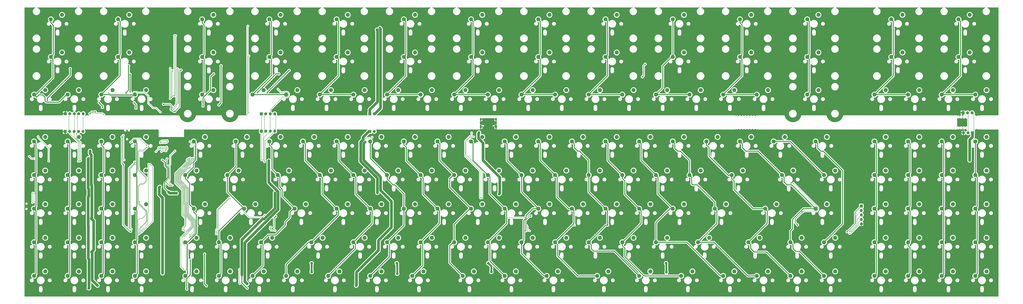
<source format=gtl>
G04 #@! TF.GenerationSoftware,KiCad,Pcbnew,8.0.5-8.0.5-0~ubuntu20.04.1*
G04 #@! TF.CreationDate,2024-11-01T17:59:00+00:00*
G04 #@! TF.ProjectId,Hyper7-Evo,48797065-7237-42d4-9576-6f2e6b696361,rev?*
G04 #@! TF.SameCoordinates,Original*
G04 #@! TF.FileFunction,Copper,L1,Top*
G04 #@! TF.FilePolarity,Positive*
%FSLAX46Y46*%
G04 Gerber Fmt 4.6, Leading zero omitted, Abs format (unit mm)*
G04 Created by KiCad (PCBNEW 8.0.5-8.0.5-0~ubuntu20.04.1) date 2024-11-01 17:59:00*
%MOMM*%
%LPD*%
G01*
G04 APERTURE LIST*
G04 #@! TA.AperFunction,ComponentPad*
%ADD10C,2.300000*%
G04 #@! TD*
G04 #@! TA.AperFunction,ComponentPad*
%ADD11R,1.700000X1.700000*%
G04 #@! TD*
G04 #@! TA.AperFunction,ComponentPad*
%ADD12O,1.700000X1.700000*%
G04 #@! TD*
G04 #@! TA.AperFunction,ViaPad*
%ADD13C,0.800000*%
G04 #@! TD*
G04 #@! TA.AperFunction,ViaPad*
%ADD14C,0.500000*%
G04 #@! TD*
G04 #@! TA.AperFunction,ViaPad*
%ADD15C,1.500000*%
G04 #@! TD*
G04 #@! TA.AperFunction,ViaPad*
%ADD16C,1.000000*%
G04 #@! TD*
G04 #@! TA.AperFunction,Conductor*
%ADD17C,1.500000*%
G04 #@! TD*
G04 #@! TA.AperFunction,Conductor*
%ADD18C,0.500000*%
G04 #@! TD*
G04 #@! TA.AperFunction,Conductor*
%ADD19C,0.300000*%
G04 #@! TD*
G04 #@! TA.AperFunction,Conductor*
%ADD20C,0.200000*%
G04 #@! TD*
G04 #@! TA.AperFunction,Conductor*
%ADD21C,0.350000*%
G04 #@! TD*
G04 #@! TA.AperFunction,Conductor*
%ADD22C,1.000000*%
G04 #@! TD*
G04 APERTURE END LIST*
D10*
X490115000Y-144310000D03*
X496465000Y-141770000D03*
X575840000Y-163360000D03*
X582190000Y-160820000D03*
X413915000Y-98740000D03*
X420265000Y-96200000D03*
X80540000Y-201460000D03*
X86890000Y-198920000D03*
X175790000Y-77400000D03*
X182140000Y-74860000D03*
X209127500Y-201460000D03*
X215477500Y-198920000D03*
X366290000Y-125260000D03*
X372640000Y-122720000D03*
X137690000Y-56060000D03*
X144040000Y-53520000D03*
X471065000Y-201460000D03*
X477415000Y-198920000D03*
X204365000Y-98740000D03*
X210715000Y-96200000D03*
X223415000Y-182410000D03*
X229765000Y-179870000D03*
X61490000Y-125260000D03*
X67840000Y-122720000D03*
X518690000Y-182410000D03*
X525040000Y-179870000D03*
X42440000Y-163360000D03*
X48790000Y-160820000D03*
X261515000Y-98740000D03*
X267865000Y-96200000D03*
X42440000Y-144310000D03*
X48790000Y-141770000D03*
X328190000Y-56060000D03*
X334540000Y-53520000D03*
X537740000Y-163360000D03*
X544090000Y-160820000D03*
X337715000Y-98740000D03*
X344065000Y-96200000D03*
X442490000Y-56060000D03*
X448840000Y-53520000D03*
X251990000Y-163360000D03*
X258340000Y-160820000D03*
X385340000Y-163360000D03*
X391690000Y-160820000D03*
X42440000Y-125260000D03*
X48790000Y-122720000D03*
X461540000Y-125260000D03*
X467890000Y-122720000D03*
X528215000Y-77400000D03*
X534565000Y-74860000D03*
X271040000Y-125260000D03*
X277390000Y-122720000D03*
X156740000Y-125260000D03*
X163090000Y-122720000D03*
X394865000Y-98740000D03*
X401215000Y-96200000D03*
X366290000Y-77400000D03*
X372640000Y-74860000D03*
X456777500Y-163360000D03*
X463127500Y-160820000D03*
X132927500Y-163360000D03*
X139277500Y-160820000D03*
X61490000Y-163360000D03*
X67840000Y-160820000D03*
X385340000Y-201460000D03*
X391690000Y-198920000D03*
X575840000Y-125260000D03*
X582190000Y-122720000D03*
X309140000Y-163360000D03*
X315490000Y-160820000D03*
X318665000Y-182410000D03*
X325015000Y-179870000D03*
X232940000Y-125260000D03*
X239290000Y-122720000D03*
X299615000Y-98740000D03*
X305965000Y-96200000D03*
X99590000Y-98740000D03*
X105940000Y-96200000D03*
X385340000Y-125260000D03*
X391690000Y-122720000D03*
X375815000Y-182410000D03*
X382165000Y-179870000D03*
X194840000Y-125260000D03*
X201190000Y-122720000D03*
X161502500Y-163360000D03*
X167852500Y-160820000D03*
D11*
X232725000Y-119600000D03*
D12*
X235265000Y-119600000D03*
D10*
X280565000Y-98740000D03*
X286915000Y-96200000D03*
X452015000Y-201460000D03*
X458365000Y-198920000D03*
X418677500Y-182410000D03*
X425027500Y-179870000D03*
X328190000Y-163360000D03*
X334540000Y-160820000D03*
X480590000Y-98740000D03*
X486940000Y-96200000D03*
X61490000Y-201460000D03*
X67840000Y-198920000D03*
X556790000Y-182410000D03*
X563140000Y-179870000D03*
X137690000Y-98740000D03*
X144040000Y-96200000D03*
X213890000Y-163360000D03*
X220240000Y-160820000D03*
X99590000Y-182410000D03*
X105940000Y-179870000D03*
X299615000Y-144310000D03*
X305965000Y-141770000D03*
X180552500Y-144310000D03*
X186902500Y-141770000D03*
X556790000Y-144310000D03*
X563140000Y-141770000D03*
X404390000Y-125260000D03*
X410740000Y-122720000D03*
X99590000Y-163360000D03*
X105940000Y-160820000D03*
D11*
X60090000Y-119600000D03*
D12*
X62630000Y-119600000D03*
X65170000Y-119600000D03*
X67710000Y-119600000D03*
X70250000Y-119600000D03*
D10*
X347240000Y-163360000D03*
X353590000Y-160820000D03*
X471065000Y-182410000D03*
X477415000Y-179870000D03*
X518690000Y-125260000D03*
X525040000Y-122720000D03*
X328190000Y-77400000D03*
X334540000Y-74860000D03*
X404390000Y-163360000D03*
X410740000Y-160820000D03*
X328190000Y-125260000D03*
X334540000Y-122720000D03*
X518690000Y-144310000D03*
X525040000Y-141770000D03*
X394865000Y-182410000D03*
X401215000Y-179870000D03*
X251990000Y-125260000D03*
X258340000Y-122720000D03*
X537740000Y-182410000D03*
X544090000Y-179870000D03*
X128165000Y-201460000D03*
X134515000Y-198920000D03*
X42440000Y-182410000D03*
X48790000Y-179870000D03*
X556790000Y-98740000D03*
X563140000Y-96200000D03*
X132927500Y-125260000D03*
X139277500Y-122720000D03*
X290090000Y-125260000D03*
X296440000Y-122720000D03*
X204365000Y-144310000D03*
X210715000Y-141770000D03*
X271040000Y-163360000D03*
X277390000Y-160820000D03*
X480590000Y-77400000D03*
X486940000Y-74860000D03*
X99590000Y-201460000D03*
X105940000Y-198920000D03*
X537740000Y-144310000D03*
X544090000Y-141770000D03*
X213890000Y-125260000D03*
X220240000Y-122720000D03*
D11*
X232725000Y-109600000D03*
D12*
X235265000Y-109600000D03*
D10*
X309140000Y-201460000D03*
X315490000Y-198920000D03*
X447252500Y-182410000D03*
X453602500Y-179870000D03*
X490115000Y-182410000D03*
X496465000Y-179870000D03*
X199602500Y-182410000D03*
X205952500Y-179870000D03*
X61490000Y-98740000D03*
X67840000Y-96200000D03*
X575840000Y-98740000D03*
X582190000Y-96200000D03*
X356765000Y-182410000D03*
X363115000Y-179870000D03*
X442490000Y-125260000D03*
X448840000Y-122720000D03*
X80540000Y-144310000D03*
X86890000Y-141770000D03*
X356765000Y-144310000D03*
X363115000Y-141770000D03*
X309140000Y-125260000D03*
X315490000Y-122720000D03*
X147215000Y-182410000D03*
X153565000Y-179870000D03*
D11*
X171200000Y-119450000D03*
D12*
X173740000Y-119450000D03*
X176280000Y-119450000D03*
X178820000Y-119450000D03*
D10*
X485352500Y-163360000D03*
X491702500Y-160820000D03*
X409152500Y-201460000D03*
X415502500Y-198920000D03*
X242465000Y-144310000D03*
X248815000Y-141770000D03*
X251990000Y-77400000D03*
X258340000Y-74860000D03*
X537740000Y-125260000D03*
X544090000Y-122720000D03*
X404390000Y-77400000D03*
X410740000Y-74860000D03*
X299615000Y-182410000D03*
X305965000Y-179870000D03*
X175790000Y-56060000D03*
X182140000Y-53520000D03*
X128165000Y-182410000D03*
X134515000Y-179870000D03*
D11*
X60130000Y-109500000D03*
D12*
X62670000Y-109500000D03*
X65210000Y-109500000D03*
X67750000Y-109500000D03*
X70290000Y-109500000D03*
D10*
X356765000Y-98740000D03*
X363115000Y-96200000D03*
X332952500Y-201460000D03*
X339302500Y-198920000D03*
X428202500Y-163360000D03*
X434552500Y-160820000D03*
X361527500Y-201460000D03*
X367877500Y-198920000D03*
X528215000Y-56060000D03*
X534565000Y-53520000D03*
X575840000Y-182410000D03*
X582190000Y-179870000D03*
X318665000Y-98740000D03*
X325015000Y-96200000D03*
X490115000Y-201460000D03*
X496465000Y-198920000D03*
D11*
X171200000Y-109600000D03*
D12*
X173740000Y-109600000D03*
X176280000Y-109600000D03*
X178820000Y-109600000D03*
D10*
X61490000Y-182410000D03*
X67840000Y-179870000D03*
X190077500Y-163360000D03*
X196427500Y-160820000D03*
X442490000Y-77400000D03*
X448840000Y-74860000D03*
X394865000Y-144310000D03*
X401215000Y-141770000D03*
X261515000Y-182410000D03*
X267865000Y-179870000D03*
X518690000Y-98740000D03*
X525040000Y-96200000D03*
X51965000Y-56060000D03*
X58315000Y-53520000D03*
X485352500Y-125260000D03*
X491702500Y-122720000D03*
X223415000Y-144310000D03*
X229765000Y-141770000D03*
X518690000Y-201460000D03*
X525040000Y-198920000D03*
X280565000Y-144310000D03*
X286915000Y-141770000D03*
X232940000Y-163360000D03*
X239290000Y-160820000D03*
X432965000Y-98740000D03*
X439315000Y-96200000D03*
X285327500Y-201460000D03*
X291677500Y-198920000D03*
X575840000Y-144310000D03*
X582190000Y-141770000D03*
X223415000Y-98740000D03*
X229765000Y-96200000D03*
X90065000Y-56060000D03*
X96415000Y-53520000D03*
X242465000Y-182410000D03*
X248815000Y-179870000D03*
X337715000Y-182410000D03*
X344065000Y-179870000D03*
X128165000Y-144310000D03*
X134515000Y-141770000D03*
X166265000Y-201460000D03*
X172615000Y-198920000D03*
X256752500Y-201460000D03*
X263102500Y-198920000D03*
X366290000Y-56060000D03*
X372640000Y-53520000D03*
D11*
X511250000Y-161880000D03*
D12*
X511250000Y-164420000D03*
X511250000Y-166960000D03*
X511250000Y-169500000D03*
X511250000Y-172040000D03*
D10*
X423440000Y-125260000D03*
X429790000Y-122720000D03*
X90065000Y-77400000D03*
X96415000Y-74860000D03*
X566315000Y-56060000D03*
X572665000Y-53520000D03*
X280565000Y-182410000D03*
X286915000Y-179870000D03*
X518690000Y-163360000D03*
X525040000Y-160820000D03*
X185315000Y-98740000D03*
X191665000Y-96200000D03*
X80540000Y-163360000D03*
X86890000Y-160820000D03*
X251990000Y-56060000D03*
X258340000Y-53520000D03*
X137690000Y-77400000D03*
X144040000Y-74860000D03*
X480590000Y-56060000D03*
X486940000Y-53520000D03*
X318665000Y-144310000D03*
X325015000Y-141770000D03*
X147215000Y-201460000D03*
X153565000Y-198920000D03*
X80540000Y-125260000D03*
X86890000Y-122720000D03*
X466302500Y-144310000D03*
X472652500Y-141770000D03*
X375815000Y-98740000D03*
X382165000Y-96200000D03*
X61490000Y-144310000D03*
X67840000Y-141770000D03*
X437727500Y-144310000D03*
X444077500Y-141770000D03*
X337715000Y-144310000D03*
X344065000Y-141770000D03*
X99590000Y-125260000D03*
X105940000Y-122720000D03*
X171027500Y-182410000D03*
X177377500Y-179870000D03*
X537740000Y-98740000D03*
X544090000Y-96200000D03*
X556790000Y-125260000D03*
X563140000Y-122720000D03*
X80540000Y-98740000D03*
X86890000Y-96200000D03*
X232940000Y-201460000D03*
X239290000Y-198920000D03*
X290090000Y-56060000D03*
X296440000Y-53520000D03*
X99590000Y-144310000D03*
X105940000Y-141770000D03*
X537740000Y-201460000D03*
X544090000Y-198920000D03*
X42440000Y-201460000D03*
X48790000Y-198920000D03*
X151977500Y-144310000D03*
X158327500Y-141770000D03*
X42440000Y-98740000D03*
X48790000Y-96200000D03*
X452015000Y-98740000D03*
X458365000Y-96200000D03*
X185315000Y-201460000D03*
X191665000Y-198920000D03*
X242465000Y-98740000D03*
X248815000Y-96200000D03*
X566315000Y-77400000D03*
X572665000Y-74860000D03*
X166265000Y-98740000D03*
X172615000Y-96200000D03*
X366290000Y-163360000D03*
X372640000Y-160820000D03*
X413915000Y-144310000D03*
X420265000Y-141770000D03*
X213890000Y-77400000D03*
X220240000Y-74860000D03*
X261515000Y-144310000D03*
X267865000Y-141770000D03*
X213890000Y-56060000D03*
X220240000Y-53520000D03*
X575840000Y-201460000D03*
X582190000Y-198920000D03*
X290090000Y-77400000D03*
X296440000Y-74860000D03*
X375815000Y-144310000D03*
X382165000Y-141770000D03*
X175790000Y-125260000D03*
X182140000Y-122720000D03*
X290090000Y-163360000D03*
X296440000Y-160820000D03*
X80540000Y-182410000D03*
X86890000Y-179870000D03*
X432965000Y-201460000D03*
X439315000Y-198920000D03*
X556790000Y-201460000D03*
X563140000Y-198920000D03*
X51965000Y-77400000D03*
X58315000Y-74860000D03*
X404390000Y-56060000D03*
X410740000Y-53520000D03*
X347240000Y-125260000D03*
X353590000Y-122720000D03*
X556790000Y-163360000D03*
X563140000Y-160820000D03*
D11*
X574250000Y-120400000D03*
D12*
X571710000Y-120400000D03*
X569170000Y-120400000D03*
D11*
X568920000Y-109000000D03*
D12*
X571460000Y-109000000D03*
X574000000Y-109000000D03*
G04 #@! TA.AperFunction,ComponentPad*
G36*
G01*
X296070000Y-112405000D02*
X296070000Y-113005000D01*
G75*
G02*
X295570000Y-113505000I-500000J0D01*
G01*
X295570000Y-113505000D01*
G75*
G02*
X295070000Y-113005000I0J500000D01*
G01*
X295070000Y-112405000D01*
G75*
G02*
X295570000Y-111905000I500000J0D01*
G01*
X295570000Y-111905000D01*
G75*
G02*
X296070000Y-112405000I0J-500000D01*
G01*
G37*
G04 #@! TD.AperFunction*
G04 #@! TA.AperFunction,ComponentPad*
G36*
G01*
X296070000Y-116335000D02*
X296070000Y-117435000D01*
G75*
G02*
X295570000Y-117935000I-500000J0D01*
G01*
X295570000Y-117935000D01*
G75*
G02*
X295070000Y-117435000I0J500000D01*
G01*
X295070000Y-116335000D01*
G75*
G02*
X295570000Y-115835000I500000J0D01*
G01*
X295570000Y-115835000D01*
G75*
G02*
X296070000Y-116335000I0J-500000D01*
G01*
G37*
G04 #@! TD.AperFunction*
G04 #@! TA.AperFunction,ComponentPad*
G36*
G01*
X304710000Y-112405000D02*
X304710000Y-113005000D01*
G75*
G02*
X304210000Y-113505000I-500000J0D01*
G01*
X304210000Y-113505000D01*
G75*
G02*
X303710000Y-113005000I0J500000D01*
G01*
X303710000Y-112405000D01*
G75*
G02*
X304210000Y-111905000I500000J0D01*
G01*
X304210000Y-111905000D01*
G75*
G02*
X304710000Y-112405000I0J-500000D01*
G01*
G37*
G04 #@! TD.AperFunction*
G04 #@! TA.AperFunction,ComponentPad*
G36*
G01*
X304710000Y-116335000D02*
X304710000Y-117435000D01*
G75*
G02*
X304210000Y-117935000I-500000J0D01*
G01*
X304210000Y-117935000D01*
G75*
G02*
X303710000Y-117435000I0J500000D01*
G01*
X303710000Y-116335000D01*
G75*
G02*
X304210000Y-115835000I500000J0D01*
G01*
X304210000Y-115835000D01*
G75*
G02*
X304710000Y-116335000I0J-500000D01*
G01*
G37*
G04 #@! TD.AperFunction*
D13*
X96850000Y-87200000D03*
X138200000Y-105200000D03*
D14*
X117182475Y-147807475D03*
D13*
X96875000Y-97125000D03*
X100200000Y-106400000D03*
D15*
X73200000Y-172930554D03*
X237000000Y-154380554D03*
D13*
X129000000Y-209000000D03*
D15*
X179000000Y-154380554D03*
D13*
X163200000Y-208400000D03*
X131000000Y-192480554D03*
X79274723Y-103274723D03*
D15*
X160250000Y-189400000D03*
X160250000Y-201000000D03*
D13*
X169000000Y-97600000D03*
X99200000Y-103399446D03*
D15*
X73200000Y-134830554D03*
D16*
X236700000Y-61993900D03*
D14*
X120800000Y-150200000D03*
D15*
X73400000Y-153880554D03*
X173200000Y-169000000D03*
D16*
X237000000Y-84940000D03*
D15*
X73477390Y-208477390D03*
D13*
X181200000Y-86970554D03*
X81200000Y-106000000D03*
X144200000Y-86970554D03*
D14*
X117850000Y-135000000D03*
D15*
X227400000Y-135000000D03*
X73600000Y-191980554D03*
D14*
X552000000Y-65800000D03*
X573400000Y-69400000D03*
X38750000Y-119250000D03*
X150800000Y-127000000D03*
X114000000Y-68600000D03*
X375400000Y-204200000D03*
X551500000Y-50000000D03*
X588250000Y-119250000D03*
X38750000Y-93250000D03*
X389750000Y-89250000D03*
X132000000Y-102800000D03*
X72200000Y-89600000D03*
X37750000Y-176000000D03*
X115500000Y-134750000D03*
X75200000Y-89600000D03*
X112400000Y-202800000D03*
X425400000Y-203200000D03*
X123750000Y-123750000D03*
X426400000Y-204200000D03*
X273600000Y-203200000D03*
X351600000Y-69200000D03*
X350800000Y-205400000D03*
X250250000Y-212500000D03*
X114800000Y-202000000D03*
X113200000Y-204400000D03*
X286500000Y-120500000D03*
X427400000Y-202200000D03*
X179000000Y-201600000D03*
X376400000Y-204200000D03*
X274200000Y-67600000D03*
X427400000Y-204200000D03*
X511000000Y-69200000D03*
X150800000Y-129400000D03*
X588000000Y-136250000D03*
X73250000Y-50000000D03*
X347800000Y-205400000D03*
X572400000Y-70400000D03*
X151600000Y-129400000D03*
X148400000Y-128600000D03*
X118050000Y-150550000D03*
X159200000Y-69200000D03*
X385500000Y-83250000D03*
X321500000Y-172000000D03*
X378400000Y-204200000D03*
X147600000Y-126200000D03*
X286500000Y-121500000D03*
X131000000Y-102800000D03*
X37750000Y-196000000D03*
X325500000Y-212500000D03*
X157200000Y-102400000D03*
X114400000Y-88000000D03*
X313200000Y-68600000D03*
X37750000Y-177000000D03*
X235250000Y-51000000D03*
X349500000Y-50000000D03*
X132000000Y-104800000D03*
X511000000Y-66200000D03*
X112400000Y-203600000D03*
X151600000Y-128600000D03*
X376400000Y-205200000D03*
X120800000Y-142600000D03*
X390200000Y-67600000D03*
X152400000Y-127800000D03*
X350500000Y-50000000D03*
X273600000Y-200200000D03*
X289500000Y-121500000D03*
X289500000Y-119500000D03*
X509750000Y-212500000D03*
X588000000Y-174000000D03*
X160200000Y-67200000D03*
X352600000Y-67200000D03*
X74200000Y-90600000D03*
X200400000Y-66800000D03*
X72200000Y-91600000D03*
X508000000Y-66200000D03*
X427400000Y-203200000D03*
X236250000Y-50000000D03*
X587250000Y-155000000D03*
X157200000Y-68200000D03*
X198400000Y-68800000D03*
X146800000Y-130200000D03*
X350600000Y-69200000D03*
X121600000Y-204200000D03*
X312200000Y-69600000D03*
X509000000Y-68200000D03*
X274200000Y-69600000D03*
X121600000Y-205000000D03*
X117400000Y-105800000D03*
X38750000Y-177000000D03*
X588250000Y-120250000D03*
X388200000Y-69600000D03*
X114000000Y-205200000D03*
X117250000Y-50000000D03*
X113400000Y-86000000D03*
X114000000Y-143400000D03*
X348800000Y-202400000D03*
X552000000Y-68800000D03*
X587250000Y-90250000D03*
X350800000Y-202400000D03*
X114800000Y-202800000D03*
X549000000Y-65800000D03*
X150000000Y-128600000D03*
X386500000Y-82250000D03*
X326500000Y-174750000D03*
X115600000Y-206200000D03*
X275200000Y-68600000D03*
X158200000Y-67200000D03*
X588250000Y-91250000D03*
X425750000Y-50000000D03*
X199400000Y-69800000D03*
X350600000Y-67200000D03*
X156200000Y-102400000D03*
X288500000Y-119500000D03*
X428800000Y-67800000D03*
X347800000Y-203400000D03*
X465200000Y-66800000D03*
X199400000Y-67800000D03*
X155200000Y-103400000D03*
X311200000Y-66600000D03*
X37750000Y-195000000D03*
X276200000Y-68600000D03*
X509000000Y-67200000D03*
X114500000Y-134000000D03*
X180000000Y-201600000D03*
X466200000Y-66800000D03*
X115600000Y-141800000D03*
X313200000Y-66600000D03*
X116400000Y-207000000D03*
X147600000Y-128600000D03*
X378400000Y-205200000D03*
X275600000Y-200200000D03*
X118800000Y-206200000D03*
X200400000Y-68800000D03*
X176750000Y-170500000D03*
X76250000Y-212500000D03*
X348800000Y-205400000D03*
X148400000Y-126200000D03*
X115000000Y-66600000D03*
X121600000Y-201800000D03*
X161750000Y-212500000D03*
X427800000Y-64800000D03*
X378750000Y-212500000D03*
X427400000Y-201200000D03*
X120000000Y-105800000D03*
X112400000Y-202000000D03*
X474250000Y-166000000D03*
X114800000Y-205200000D03*
X326500000Y-211500000D03*
X426800000Y-65800000D03*
X388200000Y-66600000D03*
X377400000Y-202200000D03*
X116000000Y-67600000D03*
X199400000Y-66800000D03*
X176750000Y-169750000D03*
X314200000Y-69600000D03*
X197400000Y-68800000D03*
X131000000Y-103800000D03*
X549000000Y-67800000D03*
X126000000Y-124500000D03*
X114800000Y-143400000D03*
X551000000Y-67800000D03*
X322250000Y-167500000D03*
X388200000Y-67600000D03*
X175000000Y-172800000D03*
X119250000Y-211500000D03*
X114000000Y-69600000D03*
X117250000Y-123000000D03*
X201500000Y-212500000D03*
X571400000Y-68400000D03*
X272600000Y-203200000D03*
X464200000Y-66800000D03*
X149200000Y-129400000D03*
X389000000Y-89250000D03*
X552500000Y-212500000D03*
X351600000Y-67200000D03*
X119250000Y-212500000D03*
X114400000Y-86000000D03*
X427800000Y-66800000D03*
X120800000Y-203400000D03*
X130000000Y-102800000D03*
X157200000Y-67200000D03*
X181000000Y-202600000D03*
X200400000Y-67800000D03*
X158200000Y-66200000D03*
X114000000Y-67600000D03*
X550000000Y-65800000D03*
X121600000Y-202600000D03*
X326500000Y-212500000D03*
X146800000Y-129400000D03*
X510000000Y-69200000D03*
X386500000Y-85500000D03*
X350600000Y-66200000D03*
X73200000Y-92600000D03*
X352600000Y-69200000D03*
X376400000Y-203200000D03*
X352600000Y-68200000D03*
X313200000Y-69600000D03*
X467200000Y-65800000D03*
X73200000Y-91600000D03*
X465200000Y-64800000D03*
X550000000Y-68800000D03*
X92500000Y-120000000D03*
X350800000Y-203400000D03*
X197250000Y-50000000D03*
X552500000Y-50000000D03*
X275200000Y-67600000D03*
X314200000Y-67600000D03*
X177500000Y-170500000D03*
X117200000Y-206200000D03*
X156200000Y-103400000D03*
X388750000Y-50000000D03*
X387750000Y-51000000D03*
X147600000Y-127000000D03*
X154200000Y-103400000D03*
X275200000Y-66600000D03*
X160200000Y-69200000D03*
X348800000Y-203400000D03*
X37750000Y-119250000D03*
X349600000Y-66200000D03*
X311200000Y-69600000D03*
X572400000Y-68400000D03*
X286500000Y-119500000D03*
X474456250Y-170000000D03*
X152400000Y-126200000D03*
X132000000Y-101800000D03*
X349800000Y-203400000D03*
X348800000Y-204400000D03*
X116250000Y-50000000D03*
X37750000Y-137750000D03*
X511000000Y-67200000D03*
X426400000Y-201200000D03*
X465200000Y-65800000D03*
X549000000Y-68800000D03*
X150000000Y-126200000D03*
X425400000Y-201200000D03*
X130000000Y-103800000D03*
X115400000Y-88000000D03*
X117200000Y-207000000D03*
X122400000Y-204200000D03*
X121600000Y-143400000D03*
X424400000Y-202200000D03*
X571400000Y-70400000D03*
X198400000Y-67800000D03*
X179000000Y-204600000D03*
X113200000Y-202000000D03*
X130000000Y-104800000D03*
X159200000Y-66200000D03*
X129000000Y-104800000D03*
X149200000Y-126200000D03*
X120800000Y-204200000D03*
X148400000Y-127800000D03*
X150800000Y-126200000D03*
X155200000Y-102400000D03*
X158200000Y-69200000D03*
X275600000Y-202200000D03*
X509750000Y-211500000D03*
X199400000Y-68800000D03*
X37750000Y-120250000D03*
X37750000Y-67750000D03*
X573400000Y-67400000D03*
X146800000Y-127800000D03*
X113000000Y-66600000D03*
X273250000Y-51000000D03*
X122400000Y-201800000D03*
X352600000Y-66200000D03*
X573400000Y-70400000D03*
X37750000Y-138750000D03*
X75200000Y-90600000D03*
X389200000Y-66600000D03*
X116250000Y-51000000D03*
X158200000Y-68200000D03*
X389200000Y-69600000D03*
X113000000Y-68600000D03*
X426250000Y-211500000D03*
X115000000Y-68600000D03*
X118000000Y-137800000D03*
X390200000Y-69600000D03*
X72200000Y-90600000D03*
X349800000Y-202400000D03*
X274600000Y-202200000D03*
X197400000Y-69800000D03*
X115400000Y-86000000D03*
X150000000Y-129400000D03*
X116400000Y-206200000D03*
X118800000Y-207000000D03*
X588250000Y-195000000D03*
X178000000Y-202600000D03*
X551500000Y-212500000D03*
X508000000Y-69200000D03*
X428800000Y-66800000D03*
X113400000Y-87000000D03*
X587250000Y-196000000D03*
X510000000Y-68200000D03*
X159200000Y-67200000D03*
X510000000Y-67200000D03*
X464200000Y-67800000D03*
X146800000Y-126200000D03*
X114500000Y-134750000D03*
X425750000Y-51000000D03*
X118250000Y-212500000D03*
X152400000Y-128600000D03*
X113200000Y-203600000D03*
X588250000Y-155000000D03*
X115600000Y-207000000D03*
X587250000Y-68000000D03*
X116000000Y-66600000D03*
X378400000Y-203200000D03*
X73200000Y-89600000D03*
X276200000Y-67600000D03*
X160750000Y-212500000D03*
X312200000Y-67600000D03*
X118800000Y-137800000D03*
X115400000Y-87000000D03*
X178000000Y-203600000D03*
X179000000Y-202600000D03*
X149200000Y-130200000D03*
X301500000Y-212500000D03*
X465200000Y-67800000D03*
X118000000Y-206200000D03*
X147600000Y-127800000D03*
X467200000Y-64800000D03*
X114000000Y-202800000D03*
X274200000Y-68600000D03*
X287500000Y-119500000D03*
X473500000Y-166750000D03*
X115000000Y-69600000D03*
X122400000Y-205000000D03*
X312200000Y-66600000D03*
X389200000Y-68600000D03*
X159000000Y-51000000D03*
X314200000Y-66600000D03*
X159200000Y-68200000D03*
X302500000Y-212500000D03*
X313200000Y-67600000D03*
X385500000Y-82250000D03*
X181000000Y-204600000D03*
X550000000Y-66800000D03*
X121600000Y-203400000D03*
X552500000Y-51000000D03*
X74200000Y-91600000D03*
X123750000Y-124500000D03*
X571400000Y-69400000D03*
X426800000Y-67800000D03*
X425800000Y-65800000D03*
X570400000Y-68400000D03*
X273250000Y-50000000D03*
X198400000Y-69800000D03*
X72200000Y-92600000D03*
X73250000Y-51000000D03*
X587000000Y-136250000D03*
X180000000Y-202600000D03*
X249250000Y-212500000D03*
X152400000Y-127000000D03*
X377400000Y-205200000D03*
X588250000Y-196000000D03*
X511000000Y-68200000D03*
X508000000Y-67200000D03*
X113200000Y-205200000D03*
X38750000Y-67750000D03*
X587250000Y-119250000D03*
X378400000Y-202200000D03*
X588250000Y-90250000D03*
X120000000Y-143400000D03*
X425800000Y-67800000D03*
X274250000Y-50000000D03*
X131000000Y-104800000D03*
X274600000Y-203200000D03*
X113000000Y-67600000D03*
X311500000Y-51000000D03*
X114800000Y-141800000D03*
X114500000Y-123250000D03*
X464000000Y-51000000D03*
X426800000Y-66800000D03*
X467200000Y-66800000D03*
X112400000Y-204400000D03*
X157200000Y-66200000D03*
X74250000Y-50000000D03*
X181000000Y-203600000D03*
X588250000Y-68000000D03*
X378750000Y-211500000D03*
X426250000Y-212500000D03*
X388200000Y-68600000D03*
X177500000Y-169750000D03*
X273200000Y-67600000D03*
X113400000Y-88000000D03*
X130000000Y-101800000D03*
X113400000Y-89000000D03*
X112400000Y-88000000D03*
X387200000Y-68600000D03*
X116400000Y-105800000D03*
X159000000Y-50000000D03*
X387200000Y-66600000D03*
X425250000Y-212500000D03*
X274600000Y-200200000D03*
X180000000Y-203600000D03*
X425800000Y-64800000D03*
X120800000Y-201800000D03*
X113200000Y-202800000D03*
X75200000Y-91600000D03*
X467000000Y-211500000D03*
X275200000Y-69600000D03*
X121600000Y-141800000D03*
X114400000Y-89000000D03*
X387200000Y-69600000D03*
X427800000Y-65800000D03*
X350600000Y-68200000D03*
X129000000Y-103800000D03*
X151600000Y-127800000D03*
X150000000Y-127800000D03*
X272600000Y-202200000D03*
X120000000Y-141800000D03*
X467200000Y-67800000D03*
X588250000Y-156000000D03*
X126000000Y-123750000D03*
X112400000Y-89000000D03*
X276200000Y-69600000D03*
X75250000Y-212500000D03*
X179000000Y-203600000D03*
X550000000Y-67800000D03*
X157200000Y-101400000D03*
X114800000Y-204400000D03*
X157200000Y-103400000D03*
X114000000Y-66600000D03*
X154200000Y-101400000D03*
X272600000Y-200200000D03*
X122400000Y-202600000D03*
X74200000Y-92600000D03*
X178000000Y-204600000D03*
X115600000Y-143400000D03*
X197400000Y-66800000D03*
X273200000Y-68600000D03*
X311500000Y-50000000D03*
X349600000Y-69200000D03*
X351600000Y-68200000D03*
X38750000Y-138750000D03*
X160000000Y-50000000D03*
X125000000Y-135000000D03*
X375400000Y-205200000D03*
X424400000Y-201200000D03*
X425800000Y-66800000D03*
X287500000Y-121500000D03*
X115600000Y-142600000D03*
X148400000Y-127000000D03*
X116000000Y-68600000D03*
X114000000Y-142600000D03*
X347800000Y-202400000D03*
X150800000Y-127800000D03*
X425400000Y-204200000D03*
X377750000Y-212500000D03*
X427800000Y-67800000D03*
X349800000Y-204400000D03*
X570400000Y-67400000D03*
X288500000Y-121500000D03*
X182000000Y-174500000D03*
X570400000Y-69400000D03*
D15*
X122000000Y-152800000D03*
D14*
X198250000Y-50000000D03*
X197250000Y-51000000D03*
X424400000Y-203200000D03*
X156200000Y-101400000D03*
X428800000Y-64800000D03*
X147600000Y-129400000D03*
X376400000Y-202200000D03*
X148400000Y-129400000D03*
X311200000Y-68600000D03*
X349800000Y-205400000D03*
X549000000Y-66800000D03*
X152400000Y-129400000D03*
X197400000Y-67800000D03*
X122400000Y-203400000D03*
X76250000Y-211500000D03*
X112000000Y-154500000D03*
X150800000Y-128600000D03*
X114000000Y-202000000D03*
X506750000Y-51000000D03*
X129000000Y-102800000D03*
X289500000Y-120500000D03*
X74200000Y-89600000D03*
X588000000Y-137250000D03*
X273200000Y-66600000D03*
X114000000Y-204400000D03*
X312500000Y-50000000D03*
X472750000Y-167500000D03*
X157200000Y-69200000D03*
X148400000Y-130200000D03*
X202500000Y-211500000D03*
X466200000Y-67800000D03*
X467000000Y-212500000D03*
X117175000Y-150575000D03*
X120800000Y-143400000D03*
X151600000Y-126200000D03*
X202500000Y-212500000D03*
X350800000Y-204400000D03*
X351600000Y-66200000D03*
X510000000Y-66200000D03*
X113000000Y-69600000D03*
X160200000Y-66200000D03*
X113750000Y-123250000D03*
X552500000Y-211500000D03*
X200400000Y-69800000D03*
X390200000Y-66600000D03*
X160200000Y-68200000D03*
X347800000Y-204400000D03*
X125500000Y-103000000D03*
X149200000Y-128600000D03*
X571400000Y-67400000D03*
X129000000Y-101800000D03*
X114800000Y-203600000D03*
X157200000Y-104400000D03*
X297619234Y-120135305D03*
X572400000Y-69400000D03*
X464200000Y-64800000D03*
X126000000Y-135000000D03*
X154200000Y-104400000D03*
X375400000Y-202200000D03*
X154200000Y-102400000D03*
X552000000Y-67800000D03*
X509000000Y-66200000D03*
X424400000Y-204200000D03*
X386500000Y-83250000D03*
X235250000Y-50000000D03*
X552000000Y-66800000D03*
X111250000Y-154500000D03*
X273200000Y-69600000D03*
X115000000Y-67600000D03*
X464200000Y-65800000D03*
X508750000Y-212500000D03*
X178000000Y-201600000D03*
X114800000Y-206200000D03*
X273600000Y-202200000D03*
X161750000Y-211500000D03*
X288500000Y-120500000D03*
X509000000Y-69200000D03*
X73200000Y-90600000D03*
X120000000Y-142600000D03*
X377400000Y-203200000D03*
X147600000Y-130200000D03*
X478750000Y-173000000D03*
X274200000Y-66600000D03*
X114800000Y-142600000D03*
X551000000Y-68800000D03*
X387200000Y-67600000D03*
X149200000Y-127000000D03*
X155200000Y-104400000D03*
X464000000Y-50000000D03*
X506750000Y-50000000D03*
X146800000Y-128600000D03*
X389200000Y-67600000D03*
X180000000Y-204600000D03*
X149200000Y-127800000D03*
X588250000Y-69000000D03*
X123750000Y-123000000D03*
X37750000Y-68750000D03*
X465000000Y-50000000D03*
X275600000Y-201200000D03*
X303000000Y-120400000D03*
X120800000Y-202600000D03*
X426800000Y-64800000D03*
X349500000Y-51000000D03*
X198400000Y-66800000D03*
X150000000Y-127000000D03*
X116000000Y-69600000D03*
X475000000Y-165250000D03*
X117600000Y-151000000D03*
X375400000Y-203200000D03*
X112400000Y-86000000D03*
X390200000Y-68600000D03*
X287500000Y-120500000D03*
X155200000Y-101400000D03*
X276200000Y-66600000D03*
X312200000Y-68600000D03*
X349600000Y-67200000D03*
X132000000Y-103800000D03*
X112400000Y-87000000D03*
X156200000Y-104400000D03*
X275600000Y-203200000D03*
X426400000Y-202200000D03*
X314200000Y-68600000D03*
X272600000Y-201200000D03*
X570400000Y-70400000D03*
X151600000Y-127000000D03*
X112000000Y-153750000D03*
X38750000Y-196000000D03*
X311200000Y-67600000D03*
X120800000Y-141800000D03*
X387750000Y-50000000D03*
X426400000Y-203200000D03*
X377400000Y-204200000D03*
X181000000Y-201600000D03*
X146800000Y-127000000D03*
X273600000Y-201200000D03*
X114000000Y-203600000D03*
X349600000Y-68200000D03*
X428800000Y-65800000D03*
X466200000Y-64800000D03*
X115400000Y-89000000D03*
X126000000Y-123000000D03*
X121600000Y-142600000D03*
X126000000Y-133750000D03*
X573400000Y-68400000D03*
X37750000Y-92250000D03*
X152400000Y-130200000D03*
X425400000Y-202200000D03*
X426750000Y-50000000D03*
X114800000Y-207000000D03*
X572400000Y-67400000D03*
X114400000Y-87000000D03*
X588000000Y-175000000D03*
X551000000Y-65800000D03*
X37750000Y-93250000D03*
X551000000Y-66800000D03*
X587000000Y-174000000D03*
X112400000Y-205200000D03*
X302500000Y-211500000D03*
X508000000Y-68200000D03*
X387250000Y-86000000D03*
X114000000Y-141800000D03*
X274600000Y-201200000D03*
X466000000Y-212500000D03*
X250250000Y-211500000D03*
X118000000Y-207000000D03*
X131000000Y-101800000D03*
X75200000Y-92600000D03*
X120800000Y-205000000D03*
X466200000Y-65800000D03*
X507750000Y-50000000D03*
D13*
X97200000Y-176155115D03*
X92300000Y-122750000D03*
X503200000Y-176490000D03*
X323924999Y-167555775D03*
X388750000Y-81500000D03*
X77200000Y-108500000D03*
X477715283Y-165236800D03*
X475081250Y-172581250D03*
X125750000Y-84850000D03*
X177600000Y-174600000D03*
X179405025Y-167794975D03*
X387181250Y-88681250D03*
X74105025Y-109494975D03*
X320906250Y-175906250D03*
X122250000Y-108250000D03*
X115733330Y-104217306D03*
X93000000Y-138500000D03*
D15*
X572600000Y-136030554D03*
X175500000Y-136200000D03*
X163250000Y-206000000D03*
X118630000Y-153971427D03*
X306000000Y-155080554D03*
X123200000Y-154600000D03*
D14*
X115000000Y-135800000D03*
D15*
X294623784Y-120287500D03*
D14*
X42890000Y-154787500D03*
D15*
X199750000Y-194300000D03*
X248000000Y-194300000D03*
X115250000Y-200000000D03*
X113750000Y-151000000D03*
X299800000Y-194300000D03*
X400600000Y-194300000D03*
X301600000Y-199200000D03*
X400800000Y-199400000D03*
X248250000Y-200250000D03*
D14*
X42410553Y-159339447D03*
D15*
X199750000Y-199250000D03*
D14*
X504587818Y-177440000D03*
X130124369Y-134822896D03*
X117238749Y-130600000D03*
X128590812Y-176099999D03*
X114600000Y-131050000D03*
X504600000Y-176340000D03*
X126800000Y-175300000D03*
X129086401Y-135715652D03*
X505358909Y-176358909D03*
X129509979Y-135158350D03*
X127603963Y-175704297D03*
X113061091Y-128750000D03*
X93000000Y-121750000D03*
X93500000Y-135730554D03*
X117250002Y-129500000D03*
X42250000Y-135000000D03*
X39750000Y-133750000D03*
D13*
X94500000Y-97750000D03*
X50005000Y-102000000D03*
X96000000Y-82383900D03*
D15*
X78400000Y-206969446D03*
X237600000Y-184200000D03*
D13*
X187000000Y-85000000D03*
X139090000Y-189090000D03*
D15*
X74200000Y-130643900D03*
D16*
X239000000Y-104249446D03*
D15*
X225000000Y-206969446D03*
D16*
X238800000Y-82400000D03*
D15*
X75000000Y-187919446D03*
X74800000Y-168869446D03*
X245000000Y-168800000D03*
X74800000Y-149819446D03*
D13*
X174600000Y-97800000D03*
D15*
X229982575Y-125600000D03*
D13*
X147200000Y-104600000D03*
D16*
X238400000Y-61043900D03*
D13*
X140115000Y-207115000D03*
X62985000Y-83985000D03*
D15*
X238800000Y-149800000D03*
D13*
X148400000Y-82383900D03*
D14*
X84600000Y-97800000D03*
X114033883Y-108650001D03*
X176940000Y-86600000D03*
X119600000Y-83783900D03*
X119612500Y-100988909D03*
X120163909Y-100413909D03*
X120800000Y-85000000D03*
X214452500Y-88652500D03*
X120918372Y-85689922D03*
X120713909Y-99913909D03*
X249727500Y-91477500D03*
X122000000Y-65250000D03*
X121296842Y-99457878D03*
X291240000Y-65000000D03*
X122037330Y-99495208D03*
X122738911Y-65288908D03*
X329340000Y-65500000D03*
X367440000Y-87200000D03*
X398705900Y-83800000D03*
X441252500Y-90452500D03*
X481740000Y-89600000D03*
X529365000Y-87200000D03*
X563565000Y-91965000D03*
X118000000Y-125500003D03*
X113960779Y-126107857D03*
X114200000Y-125450000D03*
X118000000Y-124800000D03*
X134800000Y-173200000D03*
X173200000Y-167000000D03*
X184900000Y-170900000D03*
X209206250Y-172806250D03*
X232493282Y-173630554D03*
X251237500Y-173637500D03*
X269962500Y-173962500D03*
X280565000Y-173800000D03*
X320555000Y-168500000D03*
X322875000Y-165950000D03*
X348750000Y-172750000D03*
X367684878Y-172752555D03*
X385237500Y-172987500D03*
X394865000Y-174000000D03*
X427168750Y-173918750D03*
X455831250Y-173831250D03*
X473250000Y-168500000D03*
X472750000Y-149000000D03*
X478497000Y-164903000D03*
X499637500Y-172950000D03*
X519840000Y-173250000D03*
X538890000Y-173250000D03*
X557940000Y-173750000D03*
X576990000Y-173750000D03*
X41750000Y-154500000D03*
X41500000Y-160000000D03*
X103215366Y-175800000D03*
X146240277Y-177000000D03*
X153800000Y-157830554D03*
X296100003Y-157280554D03*
X107418895Y-138200000D03*
X291600000Y-122600000D03*
X295400000Y-157280554D03*
X108196712Y-138200001D03*
X153000000Y-157280554D03*
X145690277Y-177690277D03*
X290400000Y-120400000D03*
X103600000Y-176520000D03*
X122291935Y-130650000D03*
X119600000Y-149400000D03*
X118750000Y-139250000D03*
X44750000Y-122500000D03*
X50750000Y-136430554D03*
X171400000Y-135700000D03*
X163600000Y-59800000D03*
X163400000Y-109600000D03*
X172223678Y-135700000D03*
X164200000Y-109050000D03*
X164200000Y-76767878D03*
X180600000Y-95600000D03*
X172773678Y-136137594D03*
X173000000Y-136800000D03*
X101440000Y-177870000D03*
X234048529Y-122848529D03*
X130418796Y-179431204D03*
X230151471Y-123351471D03*
X106500000Y-127500000D03*
X130800000Y-125400000D03*
X97099695Y-125699695D03*
X130400000Y-140000000D03*
X131017317Y-178881204D03*
X101840000Y-140320000D03*
X106536730Y-128564154D03*
X102070540Y-177470000D03*
X102665366Y-177070000D03*
X129100000Y-160200000D03*
X130629905Y-178298181D03*
X102240000Y-159370000D03*
X132977500Y-135154482D03*
X132262670Y-134737331D03*
X127702132Y-179110001D03*
X128600000Y-198000000D03*
X131631006Y-135039001D03*
X127250000Y-197750000D03*
X158800000Y-197800000D03*
X130790918Y-134609083D03*
X159000000Y-205800000D03*
X323250000Y-175950000D03*
X124750000Y-84750000D03*
X121500000Y-107065686D03*
X179046967Y-175763083D03*
X95600000Y-174200000D03*
X82000000Y-110150000D03*
X99400000Y-136830554D03*
X75600000Y-109050000D03*
X322000000Y-173750000D03*
X68208371Y-136430553D03*
X176200000Y-174530554D03*
X117876103Y-129186948D03*
X97490174Y-174905115D03*
X322000000Y-175750000D03*
X111500000Y-131050000D03*
X178441942Y-175158058D03*
X100040000Y-138350000D03*
X321481671Y-172786657D03*
X176400000Y-173715686D03*
X100040000Y-137230554D03*
X67500000Y-136500000D03*
X96450000Y-174355115D03*
X68865745Y-136130554D03*
X123750000Y-84750000D03*
X114000000Y-128650000D03*
X117625000Y-128375000D03*
X120512500Y-107000000D03*
X123736091Y-83986091D03*
X123176655Y-103226655D03*
D17*
X236945836Y-61993900D02*
X237100000Y-62148064D01*
X236700000Y-61993900D02*
X236945836Y-61993900D01*
X73100000Y-156700000D02*
X73100000Y-172830554D01*
D18*
X163200000Y-208400000D02*
X160250000Y-205450000D01*
D17*
X179000000Y-163200000D02*
X179000000Y-154380554D01*
X160250000Y-181000000D02*
X160250000Y-189400000D01*
X232725000Y-107250000D02*
X232725000Y-109600000D01*
X73100000Y-172830554D02*
X73200000Y-172930554D01*
D18*
X131000000Y-200887742D02*
X131000000Y-192480554D01*
D17*
X172006100Y-169243900D02*
X160250000Y-181000000D01*
X228951471Y-124226940D02*
X227500000Y-125678411D01*
D18*
X96875000Y-97125000D02*
X96850000Y-97100000D01*
D17*
X237100000Y-102875000D02*
X232725000Y-107250000D01*
X237100000Y-62148064D02*
X237100000Y-102875000D01*
D19*
X117400000Y-138748529D02*
X117400000Y-135450000D01*
D17*
X227500000Y-136535151D02*
X237000000Y-146035151D01*
X73100000Y-134930554D02*
X73200000Y-134830554D01*
D18*
X179581704Y-86970554D02*
X181200000Y-86970554D01*
D17*
X232725000Y-119600000D02*
X232205885Y-119600000D01*
D18*
X142440000Y-88730554D02*
X144200000Y-86970554D01*
X129000000Y-209000000D02*
X129000000Y-202887742D01*
D17*
X73400000Y-156400000D02*
X73100000Y-156700000D01*
D19*
X119000000Y-150200000D02*
X120800000Y-150200000D01*
D17*
X73200000Y-191580554D02*
X73600000Y-191980554D01*
X173200000Y-169000000D02*
X172956100Y-169243900D01*
D18*
X129000000Y-202887742D02*
X131000000Y-200887742D01*
D17*
X73600000Y-208354780D02*
X73477390Y-208477390D01*
X173200000Y-169000000D02*
X179000000Y-163200000D01*
X73400000Y-152200000D02*
X73100000Y-151900000D01*
D19*
X117182475Y-148382475D02*
X119000000Y-150200000D01*
D17*
X228951471Y-122854414D02*
X228951471Y-124226940D01*
X73200000Y-172930554D02*
X73200000Y-191580554D01*
X227500000Y-125678411D02*
X227500000Y-136535151D01*
D18*
X81200000Y-105200000D02*
X79274723Y-103274723D01*
X100200000Y-106400000D02*
X100200000Y-104399446D01*
X138200000Y-105200000D02*
X138200000Y-100492742D01*
X138200000Y-100492742D02*
X142440000Y-96252742D01*
D17*
X73400000Y-153880554D02*
X73400000Y-152200000D01*
D19*
X118800000Y-140148529D02*
X117400000Y-138748529D01*
D18*
X100200000Y-104399446D02*
X99200000Y-103399446D01*
D17*
X237000000Y-146035151D02*
X237000000Y-154380554D01*
D19*
X117182475Y-147807475D02*
X117182475Y-148382475D01*
D17*
X232205885Y-119600000D02*
X228951471Y-122854414D01*
D18*
X96850000Y-97100000D02*
X96850000Y-87200000D01*
X169000000Y-97552258D02*
X179581704Y-86970554D01*
D17*
X73600000Y-191980554D02*
X73600000Y-208354780D01*
D18*
X169000000Y-97600000D02*
X169000000Y-97552258D01*
D17*
X172956100Y-169243900D02*
X172006100Y-169243900D01*
X73100000Y-151900000D02*
X73100000Y-134930554D01*
D19*
X118800000Y-146189950D02*
X118800000Y-140148529D01*
D17*
X73400000Y-153880554D02*
X73400000Y-156400000D01*
D18*
X142440000Y-96252742D02*
X142440000Y-88730554D01*
D19*
X117182475Y-147807475D02*
X118800000Y-146189950D01*
D18*
X160250000Y-205450000D02*
X160250000Y-201000000D01*
X81200000Y-106000000D02*
X81200000Y-105200000D01*
D17*
X160250000Y-189400000D02*
X160250000Y-201000000D01*
D19*
X117400000Y-135450000D02*
X117850000Y-135000000D01*
D18*
X304210000Y-116688984D02*
X304210000Y-116885000D01*
X295570000Y-115835000D02*
X295825000Y-115580000D01*
D20*
X568600000Y-109500000D02*
X568600000Y-120100000D01*
D18*
X303101016Y-115580000D02*
X304210000Y-116688984D01*
X295570000Y-116885000D02*
X295570000Y-115835000D01*
X295825000Y-115580000D02*
X303101016Y-115580000D01*
D21*
X121396384Y-108250000D02*
X120771384Y-107625000D01*
D19*
X320881671Y-175881671D02*
X320906250Y-175906250D01*
D21*
X75175000Y-108425000D02*
X77125000Y-108425000D01*
D20*
X70200000Y-109500000D02*
X70200000Y-120100000D01*
D21*
X122250000Y-108250000D02*
X124725000Y-105775000D01*
X473831250Y-171331250D02*
X475081250Y-172581250D01*
X96671231Y-176155115D02*
X97200000Y-176155115D01*
X93000000Y-172483884D02*
X96671231Y-176155115D01*
X387181250Y-88681250D02*
X387875000Y-87987500D01*
X120625000Y-106058884D02*
X120625000Y-105375000D01*
X120253616Y-107625000D02*
X119887500Y-107258884D01*
X120258884Y-106425000D02*
X120625000Y-106058884D01*
X179405025Y-167794975D02*
X178523686Y-168676314D01*
X93000000Y-138500000D02*
X93000000Y-172483884D01*
X178523686Y-173676314D02*
X177600000Y-174600000D01*
D19*
X320881671Y-170011807D02*
X320881671Y-175881671D01*
D21*
X119887500Y-107258884D02*
X119887500Y-106741116D01*
X120625000Y-105375000D02*
X119467306Y-104217306D01*
D19*
X323924999Y-167555775D02*
X323337703Y-167555775D01*
D21*
X477715283Y-165236800D02*
X473831250Y-169120833D01*
X387875000Y-87987500D02*
X387875000Y-82375000D01*
X119887500Y-106741116D02*
X120203616Y-106425000D01*
X503200000Y-176490000D02*
X507775000Y-171915000D01*
X387875000Y-82375000D02*
X388750000Y-81500000D01*
X178523686Y-168676314D02*
X178523686Y-173676314D01*
X93000000Y-138500000D02*
X92300000Y-137800000D01*
X124725000Y-85875000D02*
X125750000Y-84850000D01*
X124725000Y-103300062D02*
X124725000Y-85875000D01*
X77125000Y-108425000D02*
X77200000Y-108500000D01*
X122250000Y-108250000D02*
X121396384Y-108250000D01*
X120771384Y-107625000D02*
X120253616Y-107625000D01*
X507775000Y-171915000D02*
X507775000Y-165355000D01*
X507775000Y-165355000D02*
X511250000Y-161880000D01*
X473831250Y-169120833D02*
X473831250Y-171331250D01*
X119467306Y-104217306D02*
X115733330Y-104217306D01*
X92300000Y-137800000D02*
X92300000Y-122750000D01*
X124725000Y-105775000D02*
X124725000Y-103300062D01*
X120203616Y-106425000D02*
X120258884Y-106425000D01*
X74105025Y-109494975D02*
X75175000Y-108425000D01*
D19*
X323337703Y-167555775D02*
X320881671Y-170011807D01*
D17*
X175500000Y-148476390D02*
X180750000Y-153726390D01*
X574250000Y-120400000D02*
X574250000Y-122750000D01*
X161950000Y-182654163D02*
X161950000Y-184500000D01*
D20*
X575000000Y-109300000D02*
X574300000Y-109300000D01*
D17*
X574250000Y-122750000D02*
X572600000Y-124400000D01*
D20*
X575000000Y-109300000D02*
X575000000Y-119900000D01*
D17*
X180750000Y-153726390D02*
X180750000Y-158250000D01*
X161950000Y-184500000D02*
X161950000Y-204700000D01*
X572600000Y-124400000D02*
X572600000Y-136030554D01*
X175500000Y-136200000D02*
X175500000Y-148476390D01*
X180750000Y-158250000D02*
X180750000Y-163854163D01*
D20*
X574300000Y-109300000D02*
X574000000Y-109000000D01*
D17*
X161950000Y-204700000D02*
X163250000Y-206000000D01*
X180750000Y-163854163D02*
X161950000Y-182654163D01*
D18*
X116475000Y-147525000D02*
X116475000Y-151816427D01*
X118200000Y-140400000D02*
X118200000Y-145800000D01*
D17*
X119258573Y-154600000D02*
X118630000Y-153971427D01*
D18*
X116800000Y-137200000D02*
X116800000Y-139000000D01*
D17*
X123200000Y-154600000D02*
X119258573Y-154600000D01*
D18*
X115400000Y-135800000D02*
X116800000Y-137200000D01*
X116475000Y-151816427D02*
X118630000Y-153971427D01*
D17*
X306368900Y-145568900D02*
X296843900Y-136043900D01*
D18*
X118200000Y-145800000D02*
X116475000Y-147525000D01*
X116800000Y-139000000D02*
X118200000Y-140400000D01*
D17*
X306000000Y-155080554D02*
X306368900Y-154711654D01*
X296843900Y-136043900D02*
X296843900Y-126093749D01*
X294340000Y-123589849D02*
X294340000Y-120571284D01*
X294340000Y-120571284D02*
X294623784Y-120287500D01*
X296843900Y-126093749D02*
X294340000Y-123589849D01*
X306368900Y-154711654D02*
X306368900Y-145568900D01*
D18*
X115000000Y-135800000D02*
X115400000Y-135800000D01*
D17*
X113400000Y-155400000D02*
X115250000Y-157250000D01*
D22*
X248250000Y-194550000D02*
X248000000Y-194300000D01*
X301600000Y-196100000D02*
X299800000Y-194300000D01*
X400800000Y-194500000D02*
X400600000Y-194300000D01*
X301600000Y-199200000D02*
X301600000Y-196100000D01*
X199750000Y-199250000D02*
X199750000Y-194300000D01*
X400800000Y-199400000D02*
X400800000Y-194500000D01*
D17*
X115250000Y-157250000D02*
X115250000Y-200000000D01*
X113400000Y-151350000D02*
X113400000Y-155400000D01*
D20*
X42410553Y-159339447D02*
X42410553Y-155266947D01*
D22*
X248250000Y-200250000D02*
X248250000Y-194550000D01*
D20*
X42410553Y-155266947D02*
X42890000Y-154787500D01*
D17*
X113750000Y-151000000D02*
X113400000Y-151350000D01*
D20*
X123320000Y-148330817D02*
X123320000Y-143651570D01*
X115050000Y-130600000D02*
X114600000Y-131050000D01*
X127650000Y-166948316D02*
X127650000Y-161224874D01*
X127650000Y-161224874D02*
X127350000Y-160924874D01*
X504587818Y-177440000D02*
X505055636Y-177440000D01*
X505055636Y-177440000D02*
X509650006Y-172845630D01*
X127350000Y-152360817D02*
X123320000Y-148330817D01*
X130124369Y-136847201D02*
X130124369Y-134822896D01*
X130690898Y-169989215D02*
X127650000Y-166948316D01*
X509650006Y-172845630D02*
X509650006Y-171099994D01*
X131450000Y-173452943D02*
X131450000Y-170748317D01*
X123320000Y-143651570D02*
X130124369Y-136847201D01*
X127350000Y-160924874D02*
X127350000Y-152360817D01*
X128802944Y-176099999D02*
X131450000Y-173452943D01*
X131450000Y-170748317D02*
X130690898Y-169989215D01*
X509650006Y-171099994D02*
X511250000Y-169500000D01*
X128590812Y-176099999D02*
X128802944Y-176099999D01*
X117238749Y-130600000D02*
X115050000Y-130600000D01*
X126800000Y-174400000D02*
X128198528Y-173001472D01*
X122520000Y-143314314D02*
X129086401Y-136747913D01*
X504600000Y-176340000D02*
X508250000Y-172690000D01*
X123034315Y-149400000D02*
X122520000Y-148885686D01*
X126550000Y-167100000D02*
X126550000Y-152915685D01*
X122520000Y-148885686D02*
X122520000Y-143314314D01*
X128198528Y-168748528D02*
X126550000Y-167100000D01*
X126550000Y-152915685D02*
X123034315Y-149400000D01*
X508250000Y-167420000D02*
X511250000Y-164420000D01*
X508250000Y-172690000D02*
X508250000Y-167420000D01*
X126800000Y-175300000D02*
X126800000Y-174400000D01*
X128198528Y-173001472D02*
X128198528Y-168748528D01*
X129086401Y-136747913D02*
X129086401Y-135715652D01*
X129724369Y-135372740D02*
X129509979Y-135158350D01*
X129724369Y-136675631D02*
X129724369Y-135372740D01*
X122920000Y-143480000D02*
X129724369Y-136675631D01*
X122920000Y-148720000D02*
X122920000Y-143480000D01*
X505358909Y-176358909D02*
X508950003Y-172767815D01*
X127603963Y-174161723D02*
X128598528Y-173167158D01*
X126950000Y-152750000D02*
X122920000Y-148720000D01*
X128598528Y-168462530D02*
X126950000Y-166814002D01*
X127603963Y-175704297D02*
X127603963Y-174161723D01*
X126950000Y-166814002D02*
X126950000Y-152750000D01*
X508950003Y-172767815D02*
X508950003Y-169259997D01*
X128598528Y-173167158D02*
X128598528Y-168462530D01*
X508950003Y-169259997D02*
X511250000Y-166960000D01*
X41000000Y-135000000D02*
X42250000Y-135000000D01*
X93000000Y-121750000D02*
X93000000Y-135230554D01*
X93000000Y-135230554D02*
X93500000Y-135730554D01*
X113511091Y-129200000D02*
X113061091Y-128750000D01*
X39750000Y-133750000D02*
X41000000Y-135000000D01*
X116950002Y-129200000D02*
X113511091Y-129200000D01*
X117250002Y-129500000D02*
X116950002Y-129200000D01*
D17*
X225200000Y-199400000D02*
X225200000Y-206769446D01*
D18*
X174600000Y-97800000D02*
X174600000Y-97400000D01*
D17*
X76200000Y-186719446D02*
X75000000Y-187919446D01*
D18*
X174600000Y-97400000D02*
X187000000Y-85000000D01*
D17*
X229200000Y-126382575D02*
X229200000Y-135830987D01*
X238800000Y-61443900D02*
X238400000Y-61043900D01*
X235600000Y-109600000D02*
X238800000Y-106400000D01*
X238800000Y-82400000D02*
X238800000Y-61443900D01*
X238800000Y-145430987D02*
X238800000Y-149800000D01*
X75200000Y-168469446D02*
X74800000Y-168869446D01*
X237600000Y-181400000D02*
X237600000Y-187000000D01*
X78400000Y-206969446D02*
X75400000Y-203969446D01*
X235265000Y-109600000D02*
X235600000Y-109600000D01*
D18*
X139090000Y-206090000D02*
X139090000Y-189090000D01*
D17*
X238800000Y-153000000D02*
X245000000Y-159200000D01*
X238800000Y-149800000D02*
X238800000Y-153000000D01*
X225200000Y-206769446D02*
X225000000Y-206969446D01*
X75400000Y-203969446D02*
X75400000Y-188319446D01*
X245000000Y-168800000D02*
X245000000Y-174000000D01*
D18*
X140115000Y-207115000D02*
X139090000Y-206090000D01*
D17*
X74900000Y-132900000D02*
X74900000Y-149719446D01*
X75400000Y-188319446D02*
X75000000Y-187919446D01*
D18*
X147200000Y-104600000D02*
X148400000Y-103400000D01*
X50005000Y-100731167D02*
X62985000Y-87751167D01*
D17*
X74200000Y-132200000D02*
X74900000Y-132900000D01*
X74800000Y-149819446D02*
X75200000Y-150219446D01*
D18*
X62985000Y-87751167D02*
X62985000Y-83985000D01*
D17*
X238800000Y-106400000D02*
X238800000Y-82400000D01*
X76200000Y-170269446D02*
X76200000Y-186719446D01*
D18*
X50005000Y-102000000D02*
X50005000Y-100731167D01*
D17*
X245000000Y-159200000D02*
X245000000Y-168800000D01*
X74800000Y-168869446D02*
X76200000Y-170269446D01*
X229200000Y-135830987D02*
X238800000Y-145430987D01*
X74900000Y-149719446D02*
X74800000Y-149819446D01*
D18*
X94500000Y-97750000D02*
X96000000Y-96250000D01*
D17*
X74200000Y-130643900D02*
X74200000Y-132200000D01*
X245000000Y-174000000D02*
X237600000Y-181400000D01*
D18*
X148400000Y-103400000D02*
X148400000Y-82383900D01*
X96000000Y-96250000D02*
X96000000Y-82383900D01*
D17*
X237600000Y-187000000D02*
X225200000Y-199400000D01*
X229982575Y-125600000D02*
X229200000Y-126382575D01*
X75200000Y-150219446D02*
X75200000Y-168469446D01*
D20*
X98989390Y-97290000D02*
X97829390Y-98450000D01*
X114033883Y-108650001D02*
X111733882Y-106350000D01*
D18*
X43886902Y-100186902D02*
X45237703Y-98836100D01*
X51965000Y-77400000D02*
X53115000Y-78550000D01*
X53115000Y-89185000D02*
X43560000Y-98740000D01*
X53400000Y-59431167D02*
X53400000Y-75965000D01*
X53115000Y-78550000D02*
X53115000Y-89185000D01*
X45237703Y-98836100D02*
X47262297Y-98836100D01*
X49401603Y-103000000D02*
X56626167Y-103000000D01*
X47262297Y-98836100D02*
X48693900Y-100267703D01*
D20*
X101040000Y-97567818D02*
X100762182Y-97290000D01*
D18*
X51965000Y-56060000D02*
X51965000Y-57996167D01*
X48693900Y-102292297D02*
X49401603Y-103000000D01*
D20*
X107200000Y-103600000D02*
X107200000Y-99450000D01*
X85754015Y-98450000D02*
X85494015Y-98190000D01*
X97829390Y-98450000D02*
X85754015Y-98450000D01*
X85494015Y-98190000D02*
X84990000Y-98190000D01*
D18*
X48693900Y-100267703D02*
X48693900Y-102292297D01*
D20*
X109950000Y-106350000D02*
X107200000Y-103600000D01*
D18*
X56626167Y-103000000D02*
X60886167Y-98740000D01*
D20*
X111733882Y-106350000D02*
X109950000Y-106350000D01*
D18*
X51965000Y-57996167D02*
X53400000Y-59431167D01*
D20*
X100762182Y-97290000D02*
X98989390Y-97290000D01*
X105317818Y-97567818D02*
X101040000Y-97567818D01*
X84990000Y-98190000D02*
X84600000Y-97800000D01*
X107200000Y-99450000D02*
X105317818Y-97567818D01*
D18*
X43560000Y-98740000D02*
X42440000Y-98740000D01*
X53400000Y-75965000D02*
X51965000Y-77400000D01*
X42440000Y-98740000D02*
X43886902Y-100186902D01*
X60886167Y-98740000D02*
X61490000Y-98740000D01*
X85526197Y-99000000D02*
X99330000Y-99000000D01*
X90065000Y-56060000D02*
X91215000Y-57210000D01*
X90065000Y-77400000D02*
X91215000Y-78550000D01*
X85266197Y-98740000D02*
X85526197Y-99000000D01*
X91215000Y-88065000D02*
X80540000Y-98740000D01*
X91215000Y-57210000D02*
X91215000Y-76250000D01*
X91215000Y-78550000D02*
X91215000Y-88065000D01*
X99330000Y-99000000D02*
X99590000Y-98740000D01*
X80540000Y-98740000D02*
X85266197Y-98740000D01*
X91215000Y-76250000D02*
X90065000Y-77400000D01*
X137690000Y-57996167D02*
X138840000Y-59146167D01*
X138840000Y-76250000D02*
X137690000Y-77400000D01*
X137690000Y-56060000D02*
X137690000Y-57996167D01*
X137690000Y-77400000D02*
X138840000Y-78550000D01*
X138840000Y-59146167D02*
X138840000Y-76250000D01*
X138840000Y-78550000D02*
X138840000Y-97590000D01*
X138840000Y-97590000D02*
X137690000Y-98740000D01*
X176940000Y-57210000D02*
X176940000Y-76250000D01*
X175790000Y-56060000D02*
X176940000Y-57210000D01*
X166265000Y-98740000D02*
X185315000Y-98740000D01*
X176940000Y-86600000D02*
X176940000Y-88065000D01*
X175790000Y-77400000D02*
X176940000Y-78550000D01*
D20*
X119612500Y-100988909D02*
X119600000Y-100976409D01*
D18*
X176940000Y-78550000D02*
X176940000Y-86600000D01*
X176940000Y-88065000D02*
X166265000Y-98740000D01*
X176940000Y-76250000D02*
X175790000Y-77400000D01*
D20*
X119600000Y-100976409D02*
X119600000Y-83783900D01*
D18*
X215040000Y-57210000D02*
X215040000Y-76250000D01*
D20*
X120163909Y-100413909D02*
X120163909Y-85636091D01*
D18*
X214452500Y-88652500D02*
X204365000Y-98740000D01*
X204365000Y-98740000D02*
X223415000Y-98740000D01*
X215040000Y-78550000D02*
X215040000Y-88065000D01*
X213890000Y-77400000D02*
X215040000Y-78550000D01*
D20*
X120163909Y-85636091D02*
X120800000Y-85000000D01*
D18*
X215040000Y-76250000D02*
X213890000Y-77400000D01*
X215040000Y-88065000D02*
X214452500Y-88652500D01*
X213890000Y-56060000D02*
X215040000Y-57210000D01*
X242465000Y-98740000D02*
X261515000Y-98740000D01*
X253140000Y-88065000D02*
X249727500Y-91477500D01*
D20*
X120713909Y-99913909D02*
X120713909Y-85894385D01*
D18*
X251990000Y-77400000D02*
X253140000Y-78550000D01*
X251990000Y-56060000D02*
X253140000Y-57210000D01*
X253140000Y-78550000D02*
X253140000Y-88065000D01*
X253140000Y-76250000D02*
X251990000Y-77400000D01*
D20*
X120713909Y-85894385D02*
X120918372Y-85689922D01*
D18*
X253140000Y-57210000D02*
X253140000Y-76250000D01*
X249727500Y-91477500D02*
X242465000Y-98740000D01*
X291240000Y-88065000D02*
X280565000Y-98740000D01*
X291240000Y-57210000D02*
X291240000Y-65000000D01*
X280565000Y-98740000D02*
X299615000Y-98740000D01*
D20*
X122000000Y-98754720D02*
X122000000Y-65250000D01*
X121296842Y-99457878D02*
X122000000Y-98754720D01*
D18*
X291240000Y-65000000D02*
X291240000Y-76250000D01*
X291240000Y-78550000D02*
X291240000Y-88065000D01*
X290090000Y-77400000D02*
X291240000Y-78550000D01*
X291240000Y-76250000D02*
X290090000Y-77400000D01*
X290090000Y-56060000D02*
X291240000Y-57210000D01*
D20*
X122500000Y-97250000D02*
X122550000Y-97200000D01*
D18*
X329340000Y-76250000D02*
X328190000Y-77400000D01*
D20*
X122037330Y-99495208D02*
X122500000Y-99032538D01*
X122500000Y-99032538D02*
X122500000Y-97250000D01*
X122550000Y-97200000D02*
X122550000Y-65477819D01*
D18*
X328190000Y-56060000D02*
X329340000Y-57210000D01*
X329340000Y-65500000D02*
X329340000Y-76250000D01*
X329340000Y-57210000D02*
X329340000Y-65500000D01*
D20*
X122550000Y-65477819D02*
X122738911Y-65288908D01*
D18*
X318665000Y-98740000D02*
X337715000Y-98740000D01*
X329340000Y-78550000D02*
X329340000Y-88065000D01*
X328190000Y-77400000D02*
X329340000Y-78550000D01*
X329340000Y-88065000D02*
X318665000Y-98740000D01*
X367440000Y-78550000D02*
X367440000Y-87200000D01*
X366290000Y-77400000D02*
X367440000Y-78550000D01*
X367440000Y-88065000D02*
X356765000Y-98740000D01*
X366290000Y-56060000D02*
X367440000Y-57210000D01*
X356765000Y-98740000D02*
X375815000Y-98740000D01*
X367440000Y-57210000D02*
X367440000Y-76250000D01*
X367440000Y-87200000D02*
X367440000Y-88065000D01*
X367440000Y-76250000D02*
X366290000Y-77400000D01*
X403786167Y-77400000D02*
X398705900Y-82480267D01*
X404390000Y-77400000D02*
X403786167Y-77400000D01*
X398705900Y-94899100D02*
X394865000Y-98740000D01*
X404445000Y-77345000D02*
X404390000Y-77400000D01*
X404390000Y-56060000D02*
X404445000Y-56115000D01*
X398705900Y-82480267D02*
X398705900Y-83800000D01*
X404445000Y-56115000D02*
X404445000Y-77345000D01*
X394865000Y-98740000D02*
X413915000Y-98740000D01*
X398705900Y-83800000D02*
X398705900Y-94899100D01*
X443640000Y-76250000D02*
X442490000Y-77400000D01*
X443640000Y-59146167D02*
X443640000Y-76250000D01*
X443640000Y-78550000D02*
X443640000Y-88065000D01*
X443640000Y-88065000D02*
X441252500Y-90452500D01*
X442490000Y-57996167D02*
X443640000Y-59146167D01*
X432965000Y-98740000D02*
X452015000Y-98740000D01*
X442490000Y-56060000D02*
X442490000Y-57996167D01*
X441252500Y-90452500D02*
X432965000Y-98740000D01*
X442490000Y-77400000D02*
X443640000Y-78550000D01*
X480590000Y-56060000D02*
X481740000Y-57210000D01*
X481740000Y-57210000D02*
X481740000Y-76250000D01*
X481740000Y-76250000D02*
X480590000Y-77400000D01*
X481740000Y-89600000D02*
X481740000Y-97590000D01*
X480590000Y-77400000D02*
X481740000Y-78550000D01*
X481740000Y-97590000D02*
X480590000Y-98740000D01*
X481740000Y-78550000D02*
X481740000Y-89600000D01*
X529365000Y-57210000D02*
X529365000Y-76250000D01*
X518690000Y-98740000D02*
X537740000Y-98740000D01*
X529365000Y-78550000D02*
X529365000Y-87200000D01*
X528215000Y-56060000D02*
X529365000Y-57210000D01*
X529365000Y-87200000D02*
X529365000Y-88065000D01*
X529365000Y-88065000D02*
X518690000Y-98740000D01*
X528215000Y-77400000D02*
X529365000Y-78550000D01*
X529365000Y-76250000D02*
X528215000Y-77400000D01*
X567465000Y-88065000D02*
X563565000Y-91965000D01*
X563565000Y-91965000D02*
X556790000Y-98740000D01*
X567465000Y-78550000D02*
X567465000Y-88065000D01*
X567465000Y-57210000D02*
X567465000Y-76250000D01*
X566315000Y-56060000D02*
X567465000Y-57210000D01*
X556790000Y-98740000D02*
X575840000Y-98740000D01*
X566315000Y-77400000D02*
X567465000Y-78550000D01*
X567465000Y-76250000D02*
X566315000Y-77400000D01*
X42440000Y-144310000D02*
X43590000Y-145460000D01*
X42440000Y-125260000D02*
X43590000Y-126410000D01*
X43590000Y-164510000D02*
X43590000Y-181260000D01*
X42440000Y-182410000D02*
X43590000Y-183560000D01*
X43590000Y-143160000D02*
X42440000Y-144310000D01*
X43590000Y-145460000D02*
X43590000Y-162210000D01*
X43590000Y-126410000D02*
X43590000Y-143160000D01*
X43590000Y-183560000D02*
X43590000Y-200310000D01*
X42440000Y-163360000D02*
X43590000Y-164510000D01*
X43590000Y-200310000D02*
X42440000Y-201460000D01*
X43590000Y-181260000D02*
X42440000Y-182410000D01*
X43590000Y-162210000D02*
X42440000Y-163360000D01*
X62640000Y-143160000D02*
X62640000Y-126410000D01*
X62640000Y-145460000D02*
X61490000Y-144310000D01*
X62640000Y-181260000D02*
X62640000Y-164510000D01*
X62640000Y-162210000D02*
X62640000Y-145460000D01*
X61490000Y-182410000D02*
X62640000Y-181260000D01*
X61490000Y-144310000D02*
X62640000Y-143160000D01*
X62640000Y-183560000D02*
X61490000Y-182410000D01*
X61490000Y-163360000D02*
X62640000Y-162210000D01*
X62640000Y-164510000D02*
X61490000Y-163360000D01*
X62640000Y-126410000D02*
X61490000Y-125260000D01*
X61490000Y-201460000D02*
X62640000Y-200310000D01*
X62640000Y-200310000D02*
X62640000Y-183560000D01*
X81690000Y-145460000D02*
X81690000Y-162210000D01*
D20*
X114068636Y-126000000D02*
X113960779Y-126107857D01*
D18*
X80540000Y-144310000D02*
X81690000Y-145460000D01*
X82000000Y-142850000D02*
X80540000Y-144310000D01*
X80540000Y-182410000D02*
X81690000Y-183560000D01*
X80540000Y-125260000D02*
X80540000Y-127196167D01*
X81690000Y-181260000D02*
X80540000Y-182410000D01*
X82000000Y-128656167D02*
X82000000Y-142850000D01*
X80540000Y-127196167D02*
X82000000Y-128656167D01*
X81690000Y-183560000D02*
X81690000Y-200310000D01*
X81690000Y-164510000D02*
X81690000Y-181260000D01*
X81690000Y-200310000D02*
X80540000Y-201460000D01*
X81690000Y-162210000D02*
X80540000Y-163360000D01*
D20*
X117500003Y-126000000D02*
X114068636Y-126000000D01*
D18*
X80540000Y-163360000D02*
X81690000Y-164510000D01*
D20*
X118000000Y-125500003D02*
X117500003Y-126000000D01*
D18*
X100740000Y-181260000D02*
X100740000Y-164510000D01*
X100956100Y-200093900D02*
X100956100Y-183776100D01*
X99590000Y-182410000D02*
X100740000Y-181260000D01*
X100740000Y-145460000D02*
X99590000Y-144310000D01*
X100740000Y-162210000D02*
X100740000Y-145460000D01*
X100740000Y-143160000D02*
X100740000Y-126410000D01*
X100740000Y-126410000D02*
X99590000Y-125260000D01*
X100956100Y-183776100D02*
X99590000Y-182410000D01*
D20*
X118000000Y-124800000D02*
X114850000Y-124800000D01*
D18*
X100740000Y-164510000D02*
X99590000Y-163360000D01*
X99590000Y-163360000D02*
X100740000Y-162210000D01*
X99590000Y-144310000D02*
X100740000Y-143160000D01*
D20*
X114850000Y-124800000D02*
X114200000Y-125450000D01*
D18*
X99590000Y-201460000D02*
X100956100Y-200093900D01*
X134077500Y-126410000D02*
X134077500Y-135610118D01*
X134400000Y-173000000D02*
X134400000Y-177400000D01*
X130600000Y-161032500D02*
X132927500Y-163360000D01*
X128165000Y-182410000D02*
X129315000Y-183560000D01*
X129315000Y-183560000D02*
X129315000Y-200310000D01*
X132750000Y-136937618D02*
X132750000Y-139725000D01*
X128165000Y-144310000D02*
X128165000Y-146246167D01*
X129531100Y-147612267D02*
X129531100Y-147862297D01*
X132927500Y-163360000D02*
X132927500Y-165296167D01*
D20*
X134800000Y-173200000D02*
X134600000Y-173000000D01*
D18*
X129315000Y-200310000D02*
X128165000Y-201460000D01*
X130600000Y-148931197D02*
X130600000Y-161032500D01*
X132750000Y-139725000D02*
X128165000Y-144310000D01*
X129531100Y-147862297D02*
X130600000Y-148931197D01*
X134400000Y-166768667D02*
X134400000Y-173000000D01*
X134400000Y-177400000D02*
X129390000Y-182410000D01*
D20*
X134600000Y-173000000D02*
X134400000Y-173000000D01*
D18*
X132927500Y-125260000D02*
X134077500Y-126410000D01*
X134077500Y-135610118D02*
X132750000Y-136937618D01*
X129390000Y-182410000D02*
X128165000Y-182410000D01*
X132927500Y-165296167D02*
X134400000Y-166768667D01*
X128165000Y-146246167D02*
X129531100Y-147612267D01*
X147215000Y-201460000D02*
X148365000Y-200310000D01*
D20*
X173200000Y-167000000D02*
X172006100Y-168193900D01*
D18*
X148365000Y-183560000D02*
X147215000Y-182410000D01*
X148365000Y-200310000D02*
X148365000Y-183560000D01*
X151977500Y-144310000D02*
X156795000Y-139492500D01*
X159876155Y-163360000D02*
X161502500Y-163360000D01*
D20*
X164362336Y-168193900D02*
X161502500Y-165334064D01*
X172006100Y-168193900D02*
X164362336Y-168193900D01*
D18*
X161502500Y-163360000D02*
X152032500Y-153890000D01*
X147215000Y-176021155D02*
X159876155Y-163360000D01*
X156795000Y-139492500D02*
X156795000Y-125315000D01*
X156795000Y-125315000D02*
X156740000Y-125260000D01*
D20*
X161502500Y-165334064D02*
X161502500Y-163360000D01*
D18*
X147215000Y-182410000D02*
X147215000Y-176021155D01*
X152032500Y-144365000D02*
X151977500Y-144310000D01*
X152032500Y-153890000D02*
X152032500Y-144365000D01*
X175167500Y-178270000D02*
X171027500Y-182410000D01*
X189473667Y-163360000D02*
X187482500Y-165351167D01*
X172177500Y-195547500D02*
X166265000Y-201460000D01*
X190077500Y-163360000D02*
X189473667Y-163360000D01*
X183096500Y-156379000D02*
X190077500Y-163360000D01*
X171027500Y-182410000D02*
X172177500Y-183560000D01*
X175790000Y-127196167D02*
X177200000Y-128606167D01*
X184900000Y-170900000D02*
X184900000Y-172700000D01*
X184900000Y-172700000D02*
X179330000Y-178270000D01*
X187482500Y-165351167D02*
X187482500Y-168317500D01*
X175790000Y-125260000D02*
X175790000Y-127196167D01*
X177200000Y-128606167D02*
X177200000Y-140957500D01*
X183096500Y-152346500D02*
X183096500Y-156379000D01*
X187482500Y-168317500D02*
X184900000Y-170900000D01*
X180552500Y-144310000D02*
X181702500Y-145460000D01*
X172177500Y-183560000D02*
X172177500Y-195547500D01*
X181702500Y-145460000D02*
X181702500Y-150952500D01*
X181702500Y-150952500D02*
X183096500Y-152346500D01*
X177200000Y-140957500D02*
X180552500Y-144310000D01*
X179330000Y-178270000D02*
X175167500Y-178270000D01*
X185315000Y-201460000D02*
X185315000Y-195071155D01*
X205731100Y-155201100D02*
X205731100Y-145676100D01*
X205731100Y-145676100D02*
X204365000Y-144310000D01*
X215040000Y-164510000D02*
X213890000Y-163360000D01*
X196206100Y-126626100D02*
X194840000Y-125260000D01*
X213890000Y-163360000D02*
X205731100Y-155201100D01*
X185315000Y-195071155D02*
X197976155Y-182410000D01*
X196206100Y-136151100D02*
X196206100Y-126626100D01*
X215040000Y-166972500D02*
X215040000Y-164510000D01*
X199602500Y-182410000D02*
X215040000Y-166972500D01*
X197976155Y-182410000D02*
X199602500Y-182410000D01*
X204365000Y-144310000D02*
X196206100Y-136151100D01*
X224565000Y-186022500D02*
X209127500Y-201460000D01*
X223415000Y-182410000D02*
X224565000Y-183560000D01*
X224565000Y-183560000D02*
X224565000Y-186022500D01*
X223415000Y-144310000D02*
X224781100Y-145676100D01*
X215256100Y-126626100D02*
X215256100Y-136151100D01*
X224781100Y-155201100D02*
X232940000Y-163360000D01*
X232940000Y-163360000D02*
X234090000Y-164510000D01*
X215256100Y-136151100D02*
X223415000Y-144310000D01*
X234090000Y-164510000D02*
X234090000Y-171735000D01*
X224781100Y-145676100D02*
X224781100Y-155201100D01*
X213890000Y-125260000D02*
X215256100Y-126626100D01*
X234090000Y-171735000D02*
X223415000Y-182410000D01*
X232995000Y-125315000D02*
X232940000Y-125260000D01*
X232940000Y-201460000D02*
X243831100Y-190568900D01*
X243831100Y-190568900D02*
X243831100Y-183776100D01*
X242600000Y-144445000D02*
X242465000Y-144310000D01*
X242600000Y-146631197D02*
X242600000Y-144445000D01*
X232995000Y-134840000D02*
X232995000Y-125315000D01*
X251990000Y-155008994D02*
X246781006Y-149800000D01*
X251990000Y-163360000D02*
X251990000Y-155008994D01*
X252045000Y-172830000D02*
X252045000Y-163415000D01*
X242465000Y-182410000D02*
X251237500Y-173637500D01*
X245768803Y-149800000D02*
X242600000Y-146631197D01*
X251237500Y-173637500D02*
X252045000Y-172830000D01*
X252045000Y-163415000D02*
X251990000Y-163360000D01*
X242465000Y-144310000D02*
X232995000Y-134840000D01*
X246781006Y-149800000D02*
X245768803Y-149800000D01*
X243831100Y-183776100D02*
X242465000Y-182410000D01*
X261515000Y-182410000D02*
X262665000Y-183560000D01*
X253400000Y-136195000D02*
X261515000Y-144310000D01*
X271040000Y-163360000D02*
X272190000Y-164510000D01*
X272190000Y-164510000D02*
X272190000Y-171735000D01*
X261515000Y-144310000D02*
X261515000Y-144515000D01*
X269962500Y-173962500D02*
X261515000Y-182410000D01*
X262881100Y-155201100D02*
X271040000Y-163360000D01*
X262665000Y-183560000D02*
X262665000Y-195547500D01*
X272190000Y-171735000D02*
X269962500Y-173962500D01*
X251990000Y-125260000D02*
X251990000Y-127196167D01*
X262665000Y-195547500D02*
X256752500Y-201460000D01*
X251990000Y-127196167D02*
X253400000Y-128606167D01*
X261515000Y-144515000D02*
X262881100Y-145881100D01*
X253400000Y-128606167D02*
X253400000Y-136195000D01*
X262881100Y-145881100D02*
X262881100Y-155201100D01*
X277970000Y-146301167D02*
X279961167Y-144310000D01*
X277970000Y-151240000D02*
X277970000Y-146301167D01*
X272406100Y-136151100D02*
X272406100Y-126626100D01*
X290090000Y-163360000D02*
X277970000Y-151240000D01*
X272406100Y-126626100D02*
X271040000Y-125260000D01*
X289486167Y-163360000D02*
X290090000Y-163360000D01*
X280565000Y-144310000D02*
X272406100Y-136151100D01*
X279961167Y-182410000D02*
X280565000Y-182410000D01*
X285327500Y-201460000D02*
X277970000Y-194102500D01*
X277970000Y-184401167D02*
X279961167Y-182410000D01*
X279961167Y-144310000D02*
X280565000Y-144310000D01*
X280565000Y-172281167D02*
X289486167Y-163360000D01*
X277970000Y-194102500D02*
X277970000Y-184401167D01*
X280565000Y-173800000D02*
X280565000Y-172281167D01*
X280565000Y-182410000D02*
X280565000Y-173800000D01*
X310290000Y-164510000D02*
X310290000Y-169000000D01*
X300765000Y-145460000D02*
X300765000Y-154985000D01*
D20*
X310790000Y-168500000D02*
X310290000Y-169000000D01*
D18*
X299615000Y-182410000D02*
X300765000Y-183560000D01*
X310290000Y-169000000D02*
X310290000Y-171735000D01*
X290090000Y-125260000D02*
X291240000Y-126410000D01*
X300765000Y-154985000D02*
X309140000Y-163360000D01*
X300765000Y-193085000D02*
X309140000Y-201460000D01*
X310290000Y-171735000D02*
X299615000Y-182410000D01*
X300765000Y-183560000D02*
X300765000Y-193085000D01*
X291240000Y-126410000D02*
X291240000Y-135935000D01*
X299615000Y-144310000D02*
X300765000Y-145460000D01*
D20*
X320555000Y-168500000D02*
X310790000Y-168500000D01*
D18*
X309140000Y-163360000D02*
X310290000Y-164510000D01*
X291240000Y-135935000D02*
X299615000Y-144310000D01*
X322500000Y-166000000D02*
X325140000Y-163360000D01*
X325140000Y-163360000D02*
X328190000Y-163360000D01*
D20*
X322875000Y-165950000D02*
X322825000Y-166000000D01*
D18*
X320000000Y-181075000D02*
X320000000Y-170044950D01*
X321255000Y-168789950D02*
X321255000Y-168210050D01*
X310506100Y-126626100D02*
X309140000Y-125260000D01*
X332952500Y-201460000D02*
X331428994Y-201460000D01*
X318720000Y-182465000D02*
X318665000Y-182410000D01*
X321255000Y-168210050D02*
X321250000Y-168205050D01*
X310506100Y-136151100D02*
X310506100Y-126626100D01*
X318665000Y-182410000D02*
X320000000Y-181075000D01*
X318665000Y-144310000D02*
X310506100Y-136151100D01*
X318720000Y-153890000D02*
X318720000Y-144365000D01*
X328190000Y-163360000D02*
X318720000Y-153890000D01*
X321250000Y-167250000D02*
X322500000Y-166000000D01*
D20*
X322825000Y-166000000D02*
X322500000Y-166000000D01*
D18*
X320000000Y-170044950D02*
X321255000Y-168789950D01*
X318720000Y-144365000D02*
X318665000Y-144310000D01*
X331428994Y-201460000D02*
X318720000Y-188751006D01*
X318720000Y-188751006D02*
X318720000Y-182465000D01*
X321250000Y-168205050D02*
X321250000Y-167250000D01*
X339081100Y-183776100D02*
X339081100Y-190062106D01*
X329340000Y-126410000D02*
X329340000Y-135935000D01*
X350478994Y-201460000D02*
X361527500Y-201460000D01*
X338865000Y-156865000D02*
X345360000Y-163360000D01*
X345360000Y-163360000D02*
X347240000Y-163360000D01*
X337715000Y-144310000D02*
X338865000Y-145460000D01*
X338865000Y-145460000D02*
X338865000Y-156865000D01*
D20*
X348750000Y-172750000D02*
X347500000Y-172750000D01*
D18*
X337715000Y-182410000D02*
X339081100Y-183776100D01*
X348390000Y-164510000D02*
X348390000Y-171735000D01*
X339081100Y-190062106D02*
X350478994Y-201460000D01*
X328190000Y-125260000D02*
X329340000Y-126410000D01*
X347437500Y-172687500D02*
X337715000Y-182410000D01*
X348390000Y-171735000D02*
X347437500Y-172687500D01*
D20*
X347500000Y-172750000D02*
X347437500Y-172687500D01*
D18*
X347240000Y-163360000D02*
X348390000Y-164510000D01*
X329340000Y-135935000D02*
X337715000Y-144310000D01*
X347240000Y-125260000D02*
X348606100Y-126626100D01*
X358131100Y-185962297D02*
X359562703Y-187393900D01*
X351575452Y-130769446D02*
X356765000Y-135958994D01*
X371273900Y-187393900D02*
X385340000Y-201460000D01*
X350563249Y-130769446D02*
X351575452Y-130769446D01*
X356765000Y-144565000D02*
X356820000Y-144620000D01*
X356765000Y-144310000D02*
X356765000Y-144565000D01*
X366422445Y-172752555D02*
X356765000Y-182410000D01*
X356820000Y-144620000D02*
X356820000Y-153890000D01*
X367440000Y-172507677D02*
X367440000Y-164510000D01*
X356765000Y-135958994D02*
X356765000Y-144310000D01*
X348606100Y-128812297D02*
X350563249Y-130769446D01*
X367684878Y-172752555D02*
X367440000Y-172507677D01*
X367440000Y-164510000D02*
X366290000Y-163360000D01*
X356765000Y-182410000D02*
X358131100Y-183776100D01*
X356820000Y-153890000D02*
X366290000Y-163360000D01*
X367684878Y-172752555D02*
X366422445Y-172752555D01*
X359562703Y-187393900D02*
X371273900Y-187393900D01*
X358131100Y-183776100D02*
X358131100Y-185962297D01*
X348606100Y-126626100D02*
X348606100Y-128812297D01*
X375815000Y-182410000D02*
X375815000Y-184346167D01*
X367656100Y-126626100D02*
X367656100Y-136151100D01*
X388060000Y-201460000D02*
X409152500Y-201460000D01*
X375815000Y-184346167D02*
X377200000Y-185731167D01*
X386490000Y-171735000D02*
X386490000Y-164510000D01*
X386490000Y-164510000D02*
X385340000Y-163360000D01*
X377200000Y-155220000D02*
X385340000Y-163360000D01*
X366290000Y-125260000D02*
X367656100Y-126626100D01*
X377200000Y-185731167D02*
X377200000Y-190600000D01*
X377200000Y-190600000D02*
X388060000Y-201460000D01*
X375815000Y-146246167D02*
X377200000Y-147631167D01*
X385237500Y-172987500D02*
X386490000Y-171735000D01*
X377200000Y-147631167D02*
X377200000Y-155220000D01*
X385237500Y-172987500D02*
X375815000Y-182410000D01*
X367656100Y-136151100D02*
X375815000Y-144310000D01*
X375815000Y-144310000D02*
X375815000Y-146246167D01*
X386490000Y-126410000D02*
X386490000Y-135935000D01*
X412391494Y-182410000D02*
X431441494Y-201460000D01*
X394865000Y-182410000D02*
X412391494Y-182410000D01*
X394865000Y-144310000D02*
X396015000Y-145460000D01*
X396015000Y-145460000D02*
X396015000Y-154985000D01*
X385340000Y-125260000D02*
X386490000Y-126410000D01*
X394865000Y-171258655D02*
X394865000Y-174000000D01*
X386490000Y-135935000D02*
X394865000Y-144310000D01*
X394865000Y-174000000D02*
X394865000Y-182410000D01*
X402763655Y-163360000D02*
X394865000Y-171258655D01*
X431441494Y-201460000D02*
X432965000Y-201460000D01*
X404390000Y-163360000D02*
X402763655Y-163360000D01*
X396015000Y-154985000D02*
X404390000Y-163360000D01*
X429352500Y-171735000D02*
X427168750Y-173918750D01*
X418250452Y-149819446D02*
X428202500Y-159771494D01*
X413915000Y-135958994D02*
X413915000Y-144310000D01*
X415065000Y-149277779D02*
X415606667Y-149819446D01*
X418677500Y-182410000D02*
X427810000Y-182410000D01*
X408725452Y-130769446D02*
X413915000Y-135958994D01*
X429352500Y-164510000D02*
X429352500Y-171735000D01*
X413915000Y-144310000D02*
X415065000Y-145460000D01*
X427810000Y-182410000D02*
X446860000Y-201460000D01*
X407108142Y-130769446D02*
X408725452Y-130769446D01*
X405540000Y-129201304D02*
X407108142Y-130769446D01*
X428202500Y-159771494D02*
X428202500Y-163360000D01*
X415606667Y-149819446D02*
X418250452Y-149819446D01*
X415065000Y-145460000D02*
X415065000Y-149277779D01*
X405540000Y-126410000D02*
X405540000Y-129201304D01*
X427168750Y-173918750D02*
X418677500Y-182410000D01*
X428202500Y-163360000D02*
X429352500Y-164510000D01*
X404390000Y-125260000D02*
X405540000Y-126410000D01*
X446860000Y-201460000D02*
X452015000Y-201460000D01*
X450575749Y-187919446D02*
X457524446Y-187919446D01*
X423440000Y-125260000D02*
X423440000Y-127196167D01*
X448618600Y-185962297D02*
X450575749Y-187919446D01*
X437727500Y-144310000D02*
X437727500Y-146246167D01*
X439200000Y-147718667D02*
X439200000Y-152600000D01*
X457524446Y-187919446D02*
X471065000Y-201460000D01*
X449960000Y-163360000D02*
X456777500Y-163360000D01*
X456777500Y-163360000D02*
X457927500Y-164510000D01*
X447252500Y-182410000D02*
X448618600Y-183776100D01*
X423440000Y-127196167D02*
X425000000Y-128756167D01*
X425000000Y-133600000D02*
X436000000Y-144600000D01*
X436290000Y-144310000D02*
X437727500Y-144310000D01*
X455831250Y-173831250D02*
X447252500Y-182410000D01*
X437727500Y-146246167D02*
X439200000Y-147718667D01*
X436000000Y-144600000D02*
X436290000Y-144310000D01*
X425000000Y-128756167D02*
X425000000Y-133600000D01*
X439200000Y-152600000D02*
X449960000Y-163360000D01*
X448618600Y-183776100D02*
X448618600Y-185962297D01*
X457927500Y-171735000D02*
X455831250Y-173831250D01*
X457927500Y-164510000D02*
X457927500Y-171735000D01*
X472250000Y-169500000D02*
X472250000Y-174836155D01*
X445813249Y-130769446D02*
X452761946Y-130769446D01*
X471065000Y-176021155D02*
X471065000Y-182410000D01*
X443856100Y-126626100D02*
X443856100Y-128812297D01*
X467452500Y-145460000D02*
X467452500Y-148252500D01*
X442490000Y-125260000D02*
X443856100Y-126626100D01*
X471065000Y-182410000D02*
X472431100Y-183776100D01*
D20*
X473250000Y-168500000D02*
X473168078Y-168581922D01*
D18*
X474068803Y-187600000D02*
X476255000Y-187600000D01*
X469000000Y-149800000D02*
X471792500Y-149800000D01*
X478390000Y-163360000D02*
X473168078Y-168581922D01*
X471792500Y-149800000D02*
X485352500Y-163360000D01*
X473168078Y-168581922D02*
X472250000Y-169500000D01*
X467452500Y-148252500D02*
X469000000Y-149800000D01*
X485352500Y-163360000D02*
X478390000Y-163360000D01*
X466302500Y-144310000D02*
X467452500Y-145460000D01*
X472431100Y-183776100D02*
X472431100Y-185962297D01*
X476255000Y-187600000D02*
X490115000Y-201460000D01*
X472250000Y-174836155D02*
X471065000Y-176021155D01*
X443856100Y-128812297D02*
X445813249Y-130769446D01*
X472431100Y-185962297D02*
X474068803Y-187600000D01*
X452761946Y-130769446D02*
X466302500Y-144310000D01*
D20*
X486802500Y-163960610D02*
X486802500Y-162759390D01*
D18*
X461540000Y-125260000D02*
X471065000Y-125260000D01*
D20*
X485953110Y-164810000D02*
X486802500Y-163960610D01*
X484751890Y-164810000D02*
X485953110Y-164810000D01*
X486802500Y-162759390D02*
X473043110Y-149000000D01*
X478497000Y-164903000D02*
X478675000Y-164725000D01*
D18*
X471065000Y-125260000D02*
X490115000Y-144310000D01*
D20*
X473043110Y-149000000D02*
X472750000Y-149000000D01*
X484666890Y-164725000D02*
X484751890Y-164810000D01*
X478675000Y-164725000D02*
X484666890Y-164725000D01*
D18*
X500600000Y-141681494D02*
X489687952Y-130769446D01*
X499575000Y-172950000D02*
X490115000Y-182410000D01*
X488240980Y-130769446D02*
X486502500Y-129030966D01*
X500600000Y-171925000D02*
X500600000Y-141681494D01*
X486502500Y-126410000D02*
X485352500Y-125260000D01*
X486502500Y-129030966D02*
X486502500Y-126410000D01*
X499637500Y-172950000D02*
X499637500Y-172887500D01*
X499637500Y-172887500D02*
X500600000Y-171925000D01*
X499637500Y-172950000D02*
X499575000Y-172950000D01*
X489687952Y-130769446D02*
X488240980Y-130769446D01*
X519840000Y-126410000D02*
X519840000Y-143160000D01*
X519840000Y-143160000D02*
X518690000Y-144310000D01*
X519840000Y-173250000D02*
X519840000Y-181260000D01*
X518690000Y-125260000D02*
X519840000Y-126410000D01*
X519840000Y-183560000D02*
X519840000Y-200310000D01*
X519840000Y-164510000D02*
X519840000Y-173250000D01*
X518690000Y-144310000D02*
X519840000Y-145460000D01*
X518690000Y-163360000D02*
X519840000Y-164510000D01*
X518690000Y-182410000D02*
X519840000Y-183560000D01*
X519840000Y-145460000D02*
X519840000Y-162210000D01*
X519840000Y-200310000D02*
X518690000Y-201460000D01*
X519840000Y-162210000D02*
X518690000Y-163360000D01*
X519840000Y-181260000D02*
X518690000Y-182410000D01*
X538890000Y-181260000D02*
X537740000Y-182410000D01*
X537740000Y-184346167D02*
X538890000Y-185496167D01*
X538890000Y-200310000D02*
X537740000Y-201460000D01*
X538890000Y-185496167D02*
X538890000Y-200310000D01*
X537740000Y-163360000D02*
X538890000Y-164510000D01*
X538890000Y-143160000D02*
X537740000Y-144310000D01*
X538890000Y-173250000D02*
X538890000Y-181260000D01*
X537740000Y-125260000D02*
X538890000Y-126410000D01*
X538890000Y-164510000D02*
X538890000Y-173250000D01*
X538890000Y-145460000D02*
X538890000Y-162210000D01*
X537740000Y-144310000D02*
X538890000Y-145460000D01*
X538890000Y-126410000D02*
X538890000Y-143160000D01*
X537740000Y-182410000D02*
X537740000Y-184346167D01*
X538890000Y-162210000D02*
X537740000Y-163360000D01*
X556790000Y-144310000D02*
X557940000Y-143160000D01*
X557940000Y-145460000D02*
X556790000Y-144310000D01*
X556790000Y-182410000D02*
X557940000Y-181260000D01*
X556790000Y-163360000D02*
X557940000Y-162210000D01*
X557940000Y-143160000D02*
X557940000Y-126410000D01*
X557940000Y-126410000D02*
X556790000Y-125260000D01*
X556790000Y-201460000D02*
X557940000Y-200310000D01*
X557940000Y-162210000D02*
X557940000Y-145460000D01*
X557940000Y-200310000D02*
X557940000Y-183560000D01*
X557940000Y-164510000D02*
X556790000Y-163360000D01*
X557940000Y-181260000D02*
X557940000Y-173750000D01*
X557940000Y-183560000D02*
X556790000Y-182410000D01*
X557940000Y-173750000D02*
X557940000Y-164510000D01*
X575840000Y-125260000D02*
X575895000Y-125315000D01*
X575840000Y-163840000D02*
X576990000Y-164990000D01*
X576990000Y-162210000D02*
X575840000Y-163360000D01*
X575840000Y-144310000D02*
X576990000Y-145460000D01*
X575895000Y-144255000D02*
X575840000Y-144310000D01*
X576990000Y-173750000D02*
X576990000Y-181260000D01*
X575840000Y-163360000D02*
X575840000Y-163840000D01*
X575840000Y-182410000D02*
X576990000Y-183560000D01*
X576990000Y-164990000D02*
X576990000Y-173750000D01*
X576990000Y-183560000D02*
X576990000Y-200310000D01*
X575895000Y-125315000D02*
X575895000Y-144255000D01*
X576990000Y-181260000D02*
X575840000Y-182410000D01*
X576990000Y-200310000D02*
X575840000Y-201460000D01*
X576990000Y-145460000D02*
X576990000Y-162210000D01*
D20*
X41500000Y-160000000D02*
X41500000Y-154750000D01*
X41500000Y-154750000D02*
X41750000Y-154500000D01*
X296100003Y-141600000D02*
X287200000Y-132699997D01*
X153015686Y-157830554D02*
X153800000Y-157830554D01*
X107390000Y-147421701D02*
X107390000Y-165210000D01*
X146800000Y-175658337D02*
X146800000Y-173000000D01*
X146800000Y-164046240D02*
X147423120Y-163423120D01*
X107305000Y-147336701D02*
X107390000Y-147421701D01*
X296100003Y-157280554D02*
X296400000Y-156980557D01*
X106893900Y-172121466D02*
X103215366Y-175800000D01*
X146240277Y-177000000D02*
X146240277Y-176218060D01*
X146800000Y-173000000D02*
X146800000Y-164046240D01*
X287200000Y-132699997D02*
X287200000Y-125143504D01*
X147423120Y-163423120D02*
X153015686Y-157830554D01*
X146240277Y-176218060D02*
X146800000Y-175658337D01*
X107418895Y-146249404D02*
X107305000Y-146363299D01*
X287200000Y-125143504D02*
X289743504Y-122600000D01*
X107390000Y-165210000D02*
X106893900Y-165706100D01*
X107418895Y-138200000D02*
X107418895Y-146249404D01*
X289743504Y-122600000D02*
X291600000Y-122600000D01*
X296400000Y-141899997D02*
X296100003Y-141600000D01*
X296400000Y-156980557D02*
X296400000Y-141899997D01*
X107305000Y-146363299D02*
X107305000Y-147336701D01*
X106893900Y-165706100D02*
X106893900Y-172121466D01*
X286800000Y-133600000D02*
X295200000Y-142000000D01*
X146400000Y-174400000D02*
X146400000Y-163880554D01*
X295200000Y-142000000D02*
X295200000Y-157080554D01*
X109655000Y-170465000D02*
X109655000Y-139658289D01*
X295200000Y-157080554D02*
X295400000Y-157280554D01*
X146400000Y-163880554D02*
X153000000Y-157280554D01*
X290400000Y-120400000D02*
X290400000Y-121377818D01*
X109655000Y-139658289D02*
X108196712Y-138200001D01*
X145690277Y-177690277D02*
X145690277Y-175109723D01*
X103600000Y-176520000D02*
X109655000Y-170465000D01*
X145690277Y-175109723D02*
X146400000Y-174400000D01*
X286800000Y-124977818D02*
X286800000Y-133600000D01*
X290400000Y-121377818D02*
X286800000Y-124977818D01*
X119250000Y-147386396D02*
X119250000Y-139750000D01*
X118750000Y-139050000D02*
X118750000Y-139250000D01*
X119250000Y-139750000D02*
X118750000Y-139250000D01*
X119600000Y-133341935D02*
X119600000Y-138200000D01*
X119600000Y-149400000D02*
X119000000Y-148800000D01*
X122291935Y-130650000D02*
X119600000Y-133341935D01*
X119000000Y-148800000D02*
X119000000Y-147636396D01*
X119000000Y-147636396D02*
X119250000Y-147386396D01*
X119600000Y-138200000D02*
X118750000Y-139050000D01*
X50750000Y-136430554D02*
X50750000Y-129000000D01*
X44750000Y-123000000D02*
X44750000Y-122500000D01*
X50750000Y-129000000D02*
X44750000Y-123000000D01*
X571460000Y-109000000D02*
X571800000Y-109340000D01*
X571710000Y-120400000D02*
X571710000Y-119030000D01*
X571800000Y-108340000D02*
X571800000Y-118940000D01*
X571710000Y-119030000D02*
X571800000Y-118940000D01*
X171400000Y-109500000D02*
X171400000Y-120100000D01*
X171200000Y-119450000D02*
X171200000Y-135500000D01*
X163400000Y-109600000D02*
X163400000Y-60000000D01*
X171200000Y-135500000D02*
X171400000Y-135700000D01*
X163400000Y-60000000D02*
X163600000Y-59800000D01*
X163820000Y-77147878D02*
X164200000Y-76767878D01*
X173000000Y-109300000D02*
X173000000Y-119900000D01*
X173740000Y-119450000D02*
X172223678Y-120966322D01*
X163820000Y-108670000D02*
X163820000Y-77147878D01*
X164200000Y-109050000D02*
X163820000Y-108670000D01*
X172223678Y-120966322D02*
X172223678Y-135700000D01*
X176280000Y-107320000D02*
X176280000Y-109600000D01*
X176200000Y-109300000D02*
X176200000Y-119900000D01*
X185915610Y-100190000D02*
X184616701Y-100190000D01*
X184616701Y-100190000D02*
X184426701Y-100000000D01*
X183000000Y-98000000D02*
X183710000Y-97290000D01*
X186765000Y-97965000D02*
X186765000Y-99340610D01*
X183600000Y-100000000D02*
X176280000Y-107320000D01*
X186765000Y-99340610D02*
X185915610Y-100190000D01*
X184426701Y-100000000D02*
X183600000Y-100000000D01*
X180600000Y-95600000D02*
X183000000Y-98000000D01*
X183710000Y-97290000D02*
X186090000Y-97290000D01*
X172773678Y-122956322D02*
X172773678Y-136137594D01*
X176280000Y-119450000D02*
X172773678Y-122956322D01*
X186090000Y-97290000D02*
X186765000Y-97965000D01*
X179400000Y-109300000D02*
X179400000Y-119900000D01*
X178820000Y-119450000D02*
X173345000Y-124925000D01*
X173345000Y-136455000D02*
X173000000Y-136800000D01*
X173345000Y-124925000D02*
X173345000Y-136455000D01*
X125720000Y-144680000D02*
X129751409Y-140648591D01*
X106500000Y-127500000D02*
X106000000Y-127500000D01*
X103544064Y-169000000D02*
X102200000Y-169000000D01*
X133527500Y-127910610D02*
X131477500Y-125860610D01*
X233545587Y-123351471D02*
X234048529Y-122848529D01*
X230151471Y-123351471D02*
X233545587Y-123351471D01*
X101290000Y-160545936D02*
X105693900Y-164949836D01*
X132200000Y-137600000D02*
X132200000Y-136600000D01*
X132200000Y-136600000D02*
X133095518Y-135704482D01*
X131260610Y-125860610D02*
X130800000Y-125400000D01*
X102200000Y-169000000D02*
X101290000Y-169910000D01*
X129751409Y-140648591D02*
X130529227Y-140648591D01*
X101290000Y-150600000D02*
X101290000Y-160545936D01*
X130950000Y-140227818D02*
X130950000Y-138850000D01*
X130050000Y-151666701D02*
X125720000Y-147336701D01*
X102654064Y-123810000D02*
X106000000Y-127155936D01*
X106000000Y-127500000D02*
X106000000Y-128444064D01*
X105693900Y-166850164D02*
X103544064Y-169000000D01*
X101290000Y-130960000D02*
X101290000Y-141495936D01*
X102746100Y-149143900D02*
X101290000Y-150600000D01*
X133850000Y-169754201D02*
X130050000Y-165954201D01*
X101290000Y-141495936D02*
X105693900Y-145899836D01*
X130050000Y-165954201D02*
X130050000Y-151666701D01*
X105693900Y-147800164D02*
X104350164Y-149143900D01*
X97099695Y-125699695D02*
X98989390Y-123810000D01*
X133095518Y-135704482D02*
X133205318Y-135704482D01*
X130529227Y-140648591D02*
X130950000Y-140227818D01*
X133527500Y-135382300D02*
X133527500Y-127910610D01*
X104350164Y-149143900D02*
X102746100Y-149143900D01*
X131477500Y-125860610D02*
X131260610Y-125860610D01*
X98989390Y-123810000D02*
X102654064Y-123810000D01*
X125720000Y-147336701D02*
X125720000Y-144680000D01*
X130418796Y-179431204D02*
X131590978Y-179431204D01*
X104350164Y-130093900D02*
X102156100Y-130093900D01*
X133850000Y-177172182D02*
X133850000Y-169754201D01*
X102156100Y-130093900D02*
X101290000Y-130960000D01*
X131590978Y-179431204D02*
X133850000Y-177172182D01*
X133205318Y-135704482D02*
X133527500Y-135382300D01*
X106000000Y-127155936D02*
X106000000Y-127500000D01*
X101290000Y-171800000D02*
X101440000Y-171950000D01*
X101440000Y-171950000D02*
X101440000Y-177870000D01*
X130950000Y-138850000D02*
X132200000Y-137600000D01*
X106000000Y-128444064D02*
X104350164Y-130093900D01*
X101290000Y-169910000D02*
X101290000Y-171800000D01*
X105693900Y-145899836D02*
X105693900Y-147800164D01*
X105693900Y-164949836D02*
X105693900Y-166850164D01*
X104515850Y-149543900D02*
X102911786Y-149543900D01*
X133450000Y-169919887D02*
X129650000Y-166119887D01*
X131575292Y-178881204D02*
X133450000Y-177006496D01*
X106093900Y-145734150D02*
X106093900Y-147965850D01*
X104318041Y-130782843D02*
X106536730Y-128564154D01*
X101690000Y-136500000D02*
X101690000Y-131125686D01*
X125320000Y-147502387D02*
X125320000Y-144480000D01*
X101690000Y-131125686D02*
X102032843Y-130782843D01*
X106093900Y-164784150D02*
X106093900Y-170549974D01*
X106093900Y-170549974D02*
X102070540Y-174573334D01*
X131017317Y-178881204D02*
X131575292Y-178881204D01*
X101690000Y-150765686D02*
X101690000Y-160380250D01*
X106093900Y-147965850D02*
X104515850Y-149543900D01*
X102070540Y-174573334D02*
X102070540Y-177470000D01*
X125320000Y-144480000D02*
X129800000Y-140000000D01*
X101840000Y-140320000D02*
X101690000Y-140170000D01*
X101690000Y-160380250D02*
X106093900Y-164784150D01*
X102032843Y-130782843D02*
X104318041Y-130782843D01*
X101690000Y-140170000D02*
X101690000Y-136500000D01*
X129650000Y-151832387D02*
X125320000Y-147502387D01*
X102911786Y-149543900D02*
X101690000Y-150765686D01*
X129800000Y-140000000D02*
X130400000Y-140000000D01*
X133450000Y-177006496D02*
X133450000Y-169919887D01*
X129650000Y-166119887D02*
X129650000Y-151832387D01*
X101840000Y-141480250D02*
X106093900Y-145734150D01*
X101840000Y-140320000D02*
X101840000Y-141480250D01*
X129250000Y-151998073D02*
X124920000Y-147668073D01*
X133050000Y-170085573D02*
X129250000Y-166285573D01*
X106493900Y-164618464D02*
X106493900Y-170715660D01*
X130629905Y-178298181D02*
X131101819Y-178298181D01*
X131724369Y-136407613D02*
X132977500Y-135154482D01*
X133050000Y-176350000D02*
X133050000Y-170085573D01*
X124920000Y-147668073D02*
X124920000Y-144314314D01*
X102240000Y-160364564D02*
X106493900Y-164618464D01*
X129250000Y-160050000D02*
X129250000Y-151998073D01*
X131101819Y-178298181D02*
X133050000Y-176350000D01*
X106493900Y-170715660D02*
X102665366Y-174544194D01*
X102240000Y-159370000D02*
X102240000Y-160364564D01*
X129100000Y-160200000D02*
X129250000Y-160050000D01*
X124920000Y-144314314D02*
X131724369Y-137509945D01*
X131724369Y-137509945D02*
X131724369Y-136407613D01*
X129250000Y-160350000D02*
X129100000Y-160200000D01*
X129250000Y-166285573D02*
X129250000Y-160350000D01*
X102665366Y-174544194D02*
X102665366Y-177070000D01*
X132262670Y-135185155D02*
X132262670Y-134737331D01*
X128850000Y-152163759D02*
X124520000Y-147833759D01*
X132650000Y-173950000D02*
X132650000Y-170251259D01*
X128850000Y-159672182D02*
X128850000Y-152163759D01*
X129901774Y-176698226D02*
X132650000Y-173950000D01*
X131858824Y-135589001D02*
X132262670Y-135185155D01*
X129901774Y-176910359D02*
X129901774Y-176698226D01*
X124520000Y-147833759D02*
X124520000Y-144148628D01*
X131324369Y-135911324D02*
X131646692Y-135589001D01*
X132650000Y-170251259D02*
X128850000Y-166451259D01*
X131646692Y-135589001D02*
X131858824Y-135589001D01*
X128550000Y-160427818D02*
X128550000Y-159972182D01*
X128850000Y-160727818D02*
X128550000Y-160427818D01*
X124520000Y-144148628D02*
X131324369Y-137344259D01*
X127702132Y-179110001D02*
X129901774Y-176910359D01*
X131324369Y-137344259D02*
X131324369Y-135911324D01*
X128850000Y-166451259D02*
X128850000Y-160727818D01*
X128550000Y-159972182D02*
X128850000Y-159672182D01*
X130924369Y-137178573D02*
X130924369Y-135745638D01*
X128450000Y-160893504D02*
X128150000Y-160593504D01*
X128150000Y-152029445D02*
X124120000Y-147999445D01*
X126715000Y-179319315D02*
X132250000Y-173784315D01*
X132250000Y-173784315D02*
X132250000Y-170416945D01*
X124120000Y-147999445D02*
X124120000Y-143982942D01*
X124120000Y-143982942D02*
X130924369Y-137178573D01*
X128600000Y-184895610D02*
X126715000Y-183010610D01*
X128600000Y-198000000D02*
X128600000Y-184895610D01*
X132250000Y-170416945D02*
X128450000Y-166616945D01*
X128450000Y-166616945D02*
X128450000Y-160893504D01*
X128150000Y-160593504D02*
X128150000Y-152029445D01*
X126715000Y-183010610D02*
X126715000Y-179319315D01*
X130924369Y-135745638D02*
X131631006Y-135039001D01*
X130524369Y-137012887D02*
X130524369Y-135475631D01*
X130020099Y-137517157D02*
X130290054Y-137247201D01*
X125720000Y-179748629D02*
X131850000Y-173618629D01*
X125720000Y-196220000D02*
X125720000Y-179748629D01*
X123720000Y-148165131D02*
X123720000Y-143817256D01*
X130790918Y-135209082D02*
X130790918Y-134609083D01*
X127750000Y-152195131D02*
X123720000Y-148165131D01*
X123720000Y-143817256D02*
X130020099Y-137517157D01*
X128050000Y-161059189D02*
X127750000Y-160759189D01*
X128050000Y-166782631D02*
X128050000Y-161059189D01*
X127250000Y-197750000D02*
X125720000Y-196220000D01*
X130290054Y-137247201D02*
X130524369Y-137012887D01*
X158800000Y-205600000D02*
X159000000Y-205800000D01*
X131850000Y-170582631D02*
X128050000Y-166782631D01*
X158800000Y-197800000D02*
X158800000Y-205600000D01*
X131850000Y-173618629D02*
X131850000Y-170582631D01*
X127750000Y-160759189D02*
X127750000Y-152195131D01*
X130524369Y-135475631D02*
X130790918Y-135209082D01*
X81250000Y-109400000D02*
X82000000Y-110150000D01*
X95600000Y-174200000D02*
X96200000Y-173600000D01*
X65400000Y-109500000D02*
X65400000Y-120100000D01*
X124250000Y-85250000D02*
X124750000Y-84750000D01*
X176963083Y-175763083D02*
X176200000Y-175000000D01*
X96200000Y-173600000D02*
X96200000Y-140504868D01*
X124250000Y-103496814D02*
X124250000Y-100750000D01*
X75950000Y-109400000D02*
X81250000Y-109400000D01*
X122987330Y-105578356D02*
X122987330Y-104759484D01*
X322000000Y-174700000D02*
X322000000Y-173750000D01*
X68208371Y-136430553D02*
X68208371Y-125704667D01*
X75600000Y-109050000D02*
X75950000Y-109400000D01*
X121500000Y-107065686D02*
X122987330Y-105578356D01*
X65170000Y-122666296D02*
X65170000Y-119600000D01*
X124250000Y-100750000D02*
X124250000Y-85250000D01*
X96200000Y-140504868D02*
X99400000Y-137304868D01*
X99400000Y-137304868D02*
X99400000Y-136830554D01*
X176200000Y-175000000D02*
X176200000Y-174530554D01*
X68208371Y-125704667D02*
X65170000Y-122666296D01*
X122987330Y-104759484D02*
X124250000Y-103496814D01*
X179046967Y-175763083D02*
X176963083Y-175763083D01*
X323250000Y-175950000D02*
X322000000Y-174700000D01*
X97000000Y-140836240D02*
X99486240Y-138350000D01*
X321450000Y-173522182D02*
X321450000Y-175200000D01*
X321450000Y-175200000D02*
X322000000Y-175750000D01*
X177200000Y-175300000D02*
X178300000Y-175300000D01*
X176750000Y-174065686D02*
X176750000Y-174850000D01*
X321500000Y-172804986D02*
X321500000Y-173472182D01*
X97490174Y-174905115D02*
X97282933Y-174905115D01*
X321500000Y-173472182D02*
X321450000Y-173522182D01*
X321481671Y-172786657D02*
X321500000Y-172804986D01*
X176750000Y-174850000D02*
X177200000Y-175300000D01*
X97282933Y-174905115D02*
X97000000Y-174622182D01*
X116572184Y-129600000D02*
X112950000Y-129600000D01*
X176400000Y-173715686D02*
X176750000Y-174065686D01*
X117477820Y-130050000D02*
X117022184Y-130050000D01*
X99486240Y-138350000D02*
X100040000Y-138350000D01*
X97000000Y-174622182D02*
X97000000Y-140836240D01*
X117876103Y-129186948D02*
X117876103Y-129651717D01*
X117876103Y-129651717D02*
X117477820Y-130050000D01*
X117022184Y-130050000D02*
X116572184Y-129600000D01*
X112950000Y-129600000D02*
X111500000Y-131050000D01*
X178300000Y-175300000D02*
X178441942Y-175158058D01*
X62630000Y-120691982D02*
X62630000Y-119600000D01*
X67500000Y-136500000D02*
X67593900Y-136406100D01*
X67593900Y-136406100D02*
X67593900Y-125655882D01*
X62200000Y-109300000D02*
X62200000Y-119900000D01*
X96450000Y-174355115D02*
X96600000Y-174205115D01*
X96600000Y-140670554D02*
X100040000Y-137230554D01*
X96600000Y-174205115D02*
X96600000Y-140670554D01*
X67593900Y-125655882D02*
X62630000Y-120691982D01*
X68865745Y-136130554D02*
X68865745Y-125796355D01*
X67000000Y-109500000D02*
X67000000Y-120100000D01*
X66390000Y-123320610D02*
X66390000Y-120920000D01*
X117500000Y-128500000D02*
X114150000Y-128500000D01*
X66390000Y-120920000D02*
X67710000Y-119600000D01*
X114150000Y-128500000D02*
X114000000Y-128650000D01*
X117625000Y-128375000D02*
X117500000Y-128500000D01*
X123750000Y-103431129D02*
X122587330Y-104593799D01*
X68865745Y-125796355D02*
X66390000Y-123320610D01*
X122587330Y-104925170D02*
X120512500Y-107000000D01*
X122587330Y-104593799D02*
X122587330Y-104925170D01*
X123750000Y-84750000D02*
X123750000Y-103431129D01*
X123176655Y-84545527D02*
X123736091Y-83986091D01*
X123176655Y-103226655D02*
X123176655Y-84545527D01*
G04 #@! TA.AperFunction,Conductor*
G36*
X303163441Y-112120185D02*
G01*
X303209196Y-112172989D01*
X303219915Y-112235481D01*
X303210000Y-112346999D01*
X303210000Y-112455000D01*
X303860000Y-112455000D01*
X303860000Y-112955000D01*
X303210000Y-112955000D01*
X303210000Y-113063000D01*
X303220608Y-113182325D01*
X303220609Y-113182328D01*
X303276557Y-113377861D01*
X303370721Y-113558129D01*
X303499246Y-113715753D01*
X303656870Y-113844278D01*
X303837139Y-113938442D01*
X303959999Y-113973596D01*
X303960000Y-113973596D01*
X303960000Y-113249975D01*
X303995095Y-113285070D01*
X304074905Y-113331148D01*
X304163922Y-113355000D01*
X304256078Y-113355000D01*
X304345095Y-113331148D01*
X304424905Y-113285070D01*
X304460000Y-113249975D01*
X304460000Y-113973595D01*
X304541388Y-113950308D01*
X304611256Y-113950791D01*
X304669772Y-113988971D01*
X304698357Y-114052725D01*
X304699500Y-114069524D01*
X304699500Y-115270474D01*
X304679815Y-115337513D01*
X304627011Y-115383268D01*
X304557853Y-115393212D01*
X304541389Y-115389690D01*
X304460000Y-115366402D01*
X304460000Y-116140025D01*
X304424905Y-116104930D01*
X304345095Y-116058852D01*
X304256078Y-116035000D01*
X304163922Y-116035000D01*
X304074905Y-116058852D01*
X303995095Y-116104930D01*
X303960000Y-116140025D01*
X303960000Y-115366402D01*
X303837137Y-115401557D01*
X303656870Y-115495721D01*
X303499246Y-115624246D01*
X303370719Y-115781872D01*
X303304558Y-115908530D01*
X303256071Y-115958837D01*
X303188083Y-115974944D01*
X303122181Y-115951737D01*
X303106969Y-115938799D01*
X303102666Y-115934496D01*
X303102661Y-115934492D01*
X302982838Y-115865313D01*
X302982837Y-115865312D01*
X302982836Y-115865312D01*
X302849183Y-115829500D01*
X302710817Y-115829500D01*
X302577164Y-115865312D01*
X302577161Y-115865313D01*
X302457338Y-115934492D01*
X302457333Y-115934496D01*
X302359496Y-116032333D01*
X302359492Y-116032338D01*
X302290313Y-116152161D01*
X302290312Y-116152164D01*
X302254500Y-116285817D01*
X302254500Y-116424182D01*
X302290312Y-116557835D01*
X302290313Y-116557838D01*
X302359492Y-116677661D01*
X302359494Y-116677664D01*
X302359495Y-116677665D01*
X302457335Y-116775505D01*
X302577164Y-116844688D01*
X302710817Y-116880500D01*
X302710819Y-116880500D01*
X302849181Y-116880500D01*
X302849183Y-116880500D01*
X302982836Y-116844688D01*
X303102665Y-116775505D01*
X303200505Y-116677665D01*
X303200505Y-116677664D01*
X303206252Y-116671918D01*
X303208629Y-116674295D01*
X303252491Y-116642294D01*
X303294393Y-116635000D01*
X303860000Y-116635000D01*
X303860000Y-117135000D01*
X303210000Y-117135000D01*
X303210000Y-117493000D01*
X303220608Y-117612325D01*
X303220609Y-117612328D01*
X303276557Y-117807861D01*
X303370721Y-117988129D01*
X303499246Y-118145753D01*
X303656870Y-118274278D01*
X303837139Y-118368442D01*
X303959999Y-118403596D01*
X303960000Y-118403596D01*
X303960000Y-117629975D01*
X303995095Y-117665070D01*
X304074905Y-117711148D01*
X304163922Y-117735000D01*
X304256078Y-117735000D01*
X304345095Y-117711148D01*
X304424905Y-117665070D01*
X304460000Y-117629975D01*
X304460000Y-118403596D01*
X304582857Y-118368443D01*
X304583927Y-118367885D01*
X304584587Y-118367754D01*
X304588700Y-118366111D01*
X304589006Y-118366877D01*
X304652462Y-118354290D01*
X304717466Y-118379906D01*
X304748733Y-118415792D01*
X304759538Y-118434509D01*
X304759540Y-118434511D01*
X304815489Y-118490460D01*
X304815491Y-118490461D01*
X304815495Y-118490464D01*
X304852288Y-118511706D01*
X304884011Y-118530021D01*
X304960438Y-118550500D01*
X304960440Y-118550500D01*
X439839560Y-118550500D01*
X439839562Y-118550500D01*
X439915989Y-118530021D01*
X439984511Y-118490460D01*
X440040460Y-118434511D01*
X440080021Y-118365989D01*
X440080021Y-118365986D01*
X440082750Y-118361261D01*
X440133317Y-118313045D01*
X440201924Y-118299821D01*
X440263021Y-118322940D01*
X440334307Y-118374733D01*
X440347270Y-118384151D01*
X440520192Y-118461142D01*
X440520197Y-118461144D01*
X440705354Y-118500500D01*
X440705355Y-118500500D01*
X440894644Y-118500500D01*
X440894646Y-118500500D01*
X441079803Y-118461144D01*
X441252730Y-118384151D01*
X441405871Y-118272888D01*
X441507850Y-118159628D01*
X441567337Y-118122980D01*
X441637194Y-118124311D01*
X441692149Y-118159628D01*
X441737899Y-118210438D01*
X441794129Y-118272888D01*
X441947265Y-118384148D01*
X441947270Y-118384151D01*
X442120192Y-118461142D01*
X442120197Y-118461144D01*
X442305354Y-118500500D01*
X442305355Y-118500500D01*
X442494644Y-118500500D01*
X442494646Y-118500500D01*
X442679803Y-118461144D01*
X442852730Y-118384151D01*
X443005871Y-118272888D01*
X443107850Y-118159628D01*
X443167337Y-118122980D01*
X443237194Y-118124311D01*
X443292149Y-118159628D01*
X443337899Y-118210438D01*
X443394129Y-118272888D01*
X443547265Y-118384148D01*
X443547270Y-118384151D01*
X443720192Y-118461142D01*
X443720197Y-118461144D01*
X443905354Y-118500500D01*
X443905355Y-118500500D01*
X444094644Y-118500500D01*
X444094646Y-118500500D01*
X444279803Y-118461144D01*
X444452730Y-118384151D01*
X444605871Y-118272888D01*
X444707850Y-118159628D01*
X444767337Y-118122980D01*
X444837194Y-118124311D01*
X444892149Y-118159628D01*
X444937899Y-118210438D01*
X444994129Y-118272888D01*
X445147265Y-118384148D01*
X445147270Y-118384151D01*
X445320192Y-118461142D01*
X445320197Y-118461144D01*
X445505354Y-118500500D01*
X445505355Y-118500500D01*
X445694644Y-118500500D01*
X445694646Y-118500500D01*
X445879803Y-118461144D01*
X446052730Y-118384151D01*
X446205871Y-118272888D01*
X446307850Y-118159628D01*
X446367337Y-118122980D01*
X446437194Y-118124311D01*
X446492149Y-118159628D01*
X446537899Y-118210438D01*
X446594129Y-118272888D01*
X446747265Y-118384148D01*
X446747270Y-118384151D01*
X446920192Y-118461142D01*
X446920197Y-118461144D01*
X447105354Y-118500500D01*
X447105355Y-118500500D01*
X447294644Y-118500500D01*
X447294646Y-118500500D01*
X447479803Y-118461144D01*
X447652730Y-118384151D01*
X447805871Y-118272888D01*
X447907850Y-118159628D01*
X447967337Y-118122980D01*
X448037194Y-118124311D01*
X448092149Y-118159628D01*
X448137899Y-118210438D01*
X448194129Y-118272888D01*
X448347265Y-118384148D01*
X448347270Y-118384151D01*
X448520192Y-118461142D01*
X448520197Y-118461144D01*
X448705354Y-118500500D01*
X448705355Y-118500500D01*
X448894644Y-118500500D01*
X448894646Y-118500500D01*
X449079803Y-118461144D01*
X449252730Y-118384151D01*
X449405871Y-118272888D01*
X449507850Y-118159628D01*
X449567337Y-118122980D01*
X449637194Y-118124311D01*
X449692149Y-118159628D01*
X449737899Y-118210438D01*
X449794129Y-118272888D01*
X449947265Y-118384148D01*
X449947270Y-118384151D01*
X450120192Y-118461142D01*
X450120197Y-118461144D01*
X450305354Y-118500500D01*
X450305355Y-118500500D01*
X450494644Y-118500500D01*
X450494646Y-118500500D01*
X450679803Y-118461144D01*
X450852730Y-118384151D01*
X451005871Y-118272888D01*
X451107850Y-118159628D01*
X451167337Y-118122980D01*
X451237194Y-118124311D01*
X451292149Y-118159628D01*
X451337899Y-118210438D01*
X451394129Y-118272888D01*
X451547265Y-118384148D01*
X451547270Y-118384151D01*
X451720192Y-118461142D01*
X451720197Y-118461144D01*
X451905354Y-118500500D01*
X451905355Y-118500500D01*
X452094644Y-118500500D01*
X452094646Y-118500500D01*
X452279803Y-118461144D01*
X452452730Y-118384151D01*
X452536976Y-118322942D01*
X452602781Y-118299462D01*
X452670835Y-118315287D01*
X452717248Y-118361260D01*
X452759537Y-118434507D01*
X452759539Y-118434509D01*
X452759540Y-118434511D01*
X452815489Y-118490460D01*
X452815491Y-118490461D01*
X452815495Y-118490464D01*
X452852288Y-118511706D01*
X452884011Y-118530021D01*
X452960438Y-118550500D01*
X452960440Y-118550500D01*
X565239560Y-118550500D01*
X565239562Y-118550500D01*
X565315989Y-118530021D01*
X565384511Y-118490460D01*
X565440460Y-118434511D01*
X565480021Y-118365989D01*
X565480021Y-118365986D01*
X565482750Y-118361261D01*
X565533317Y-118313045D01*
X565601924Y-118299821D01*
X565663021Y-118322940D01*
X565734307Y-118374733D01*
X565747270Y-118384151D01*
X565920192Y-118461142D01*
X565920197Y-118461144D01*
X566105354Y-118500500D01*
X566105355Y-118500500D01*
X566294644Y-118500500D01*
X566294646Y-118500500D01*
X566479803Y-118461144D01*
X566652730Y-118384151D01*
X566805871Y-118272888D01*
X566907850Y-118159628D01*
X566967337Y-118122980D01*
X567037194Y-118124311D01*
X567092149Y-118159628D01*
X567137899Y-118210438D01*
X567194129Y-118272888D01*
X567347265Y-118384148D01*
X567347270Y-118384151D01*
X567520192Y-118461142D01*
X567520197Y-118461144D01*
X567705354Y-118500500D01*
X567705355Y-118500500D01*
X567894644Y-118500500D01*
X567894646Y-118500500D01*
X568079803Y-118461144D01*
X568252730Y-118384151D01*
X568405871Y-118272888D01*
X568507850Y-118159628D01*
X568567337Y-118122980D01*
X568637194Y-118124311D01*
X568692149Y-118159628D01*
X568737899Y-118210438D01*
X568794129Y-118272888D01*
X568947265Y-118384148D01*
X568947270Y-118384151D01*
X569120192Y-118461142D01*
X569120197Y-118461144D01*
X569305354Y-118500500D01*
X569305355Y-118500500D01*
X569494644Y-118500500D01*
X569494646Y-118500500D01*
X569679803Y-118461144D01*
X569852730Y-118384151D01*
X570005871Y-118272888D01*
X570107850Y-118159628D01*
X570167337Y-118122980D01*
X570237194Y-118124311D01*
X570292149Y-118159628D01*
X570337899Y-118210438D01*
X570394129Y-118272888D01*
X570547265Y-118384148D01*
X570547270Y-118384151D01*
X570720192Y-118461142D01*
X570720197Y-118461144D01*
X570905354Y-118500500D01*
X570905355Y-118500500D01*
X571075500Y-118500500D01*
X571142539Y-118520185D01*
X571188294Y-118572989D01*
X571199500Y-118624500D01*
X571199500Y-118679985D01*
X571182887Y-118741985D01*
X571150424Y-118798211D01*
X571150423Y-118798212D01*
X571133615Y-118860943D01*
X571109499Y-118950943D01*
X571109499Y-118950945D01*
X571109499Y-119110909D01*
X571089814Y-119177948D01*
X571037908Y-119223289D01*
X571032174Y-119225962D01*
X571032169Y-119225965D01*
X570838597Y-119361505D01*
X570671508Y-119528594D01*
X570541269Y-119714595D01*
X570486692Y-119758219D01*
X570417193Y-119765412D01*
X570354839Y-119733890D01*
X570338119Y-119714594D01*
X570208113Y-119528926D01*
X570208108Y-119528920D01*
X570041082Y-119361894D01*
X569847578Y-119226399D01*
X569633492Y-119126570D01*
X569633486Y-119126567D01*
X569420000Y-119069364D01*
X569420000Y-119966988D01*
X569362993Y-119934075D01*
X569235826Y-119900000D01*
X569104174Y-119900000D01*
X568977007Y-119934075D01*
X568920000Y-119966988D01*
X568920000Y-119069364D01*
X568919999Y-119069364D01*
X568706513Y-119126567D01*
X568706507Y-119126570D01*
X568492422Y-119226399D01*
X568492420Y-119226400D01*
X568298926Y-119361886D01*
X568298920Y-119361891D01*
X568131891Y-119528920D01*
X568131886Y-119528926D01*
X567996400Y-119722420D01*
X567996399Y-119722422D01*
X567896570Y-119936507D01*
X567896567Y-119936513D01*
X567839364Y-120149999D01*
X567839364Y-120150000D01*
X568736988Y-120150000D01*
X568704075Y-120207007D01*
X568670000Y-120334174D01*
X568670000Y-120465826D01*
X568704075Y-120592993D01*
X568736988Y-120650000D01*
X567839364Y-120650000D01*
X567896567Y-120863486D01*
X567896570Y-120863492D01*
X567996399Y-121077578D01*
X568131894Y-121271082D01*
X568298917Y-121438105D01*
X568492421Y-121573600D01*
X568706507Y-121673429D01*
X568706516Y-121673433D01*
X568920000Y-121730634D01*
X568920000Y-120833012D01*
X568977007Y-120865925D01*
X569104174Y-120900000D01*
X569235826Y-120900000D01*
X569362993Y-120865925D01*
X569420000Y-120833012D01*
X569420000Y-121730633D01*
X569633483Y-121673433D01*
X569633492Y-121673429D01*
X569847578Y-121573600D01*
X570041082Y-121438105D01*
X570208105Y-121271082D01*
X570338119Y-121085405D01*
X570392696Y-121041781D01*
X570462195Y-121034588D01*
X570524549Y-121066110D01*
X570541269Y-121085405D01*
X570671505Y-121271401D01*
X570838599Y-121438495D01*
X570915482Y-121492329D01*
X571032165Y-121574032D01*
X571032167Y-121574033D01*
X571032170Y-121574035D01*
X571246337Y-121673903D01*
X571474592Y-121735063D01*
X571645285Y-121749997D01*
X571709999Y-121755659D01*
X571710000Y-121755659D01*
X571710001Y-121755659D01*
X571774715Y-121749997D01*
X571945408Y-121735063D01*
X572173663Y-121673903D01*
X572387830Y-121574035D01*
X572581401Y-121438495D01*
X572703329Y-121316566D01*
X572764648Y-121283084D01*
X572834340Y-121288068D01*
X572890274Y-121329939D01*
X572907189Y-121360917D01*
X572956202Y-121492328D01*
X572956203Y-121492329D01*
X572974766Y-121517126D01*
X572999184Y-121582590D01*
X572999500Y-121591438D01*
X572999500Y-122180664D01*
X572979815Y-122247703D01*
X572963181Y-122268345D01*
X571646174Y-123585351D01*
X571646174Y-123585352D01*
X571646172Y-123585354D01*
X571596485Y-123653741D01*
X571530476Y-123744594D01*
X571441114Y-123919976D01*
X571395810Y-124059411D01*
X571380291Y-124107172D01*
X571380290Y-124107177D01*
X571349500Y-124301577D01*
X571349500Y-135970538D01*
X571349028Y-135981345D01*
X571344974Y-136027690D01*
X571344723Y-136030554D01*
X571346581Y-136051797D01*
X571349028Y-136079760D01*
X571349500Y-136090568D01*
X571349500Y-136128975D01*
X571357385Y-136178755D01*
X571358440Y-136187346D01*
X571363792Y-136248526D01*
X571363795Y-136248539D01*
X571373467Y-136284637D01*
X571376165Y-136297330D01*
X571380291Y-136323382D01*
X571380291Y-136323383D01*
X571399578Y-136382741D01*
X571401421Y-136388964D01*
X571420424Y-136459884D01*
X571431136Y-136482854D01*
X571436686Y-136496944D01*
X571441115Y-136510579D01*
X571474894Y-136576874D01*
X571476791Y-136580763D01*
X571512898Y-136658193D01*
X571512901Y-136658199D01*
X571520518Y-136669076D01*
X571529427Y-136683901D01*
X571529435Y-136683915D01*
X571530476Y-136685959D01*
X571530478Y-136685963D01*
X571581235Y-136755822D01*
X571582491Y-136757583D01*
X571582504Y-136757601D01*
X571638402Y-136837431D01*
X571793123Y-136992152D01*
X571873007Y-137048087D01*
X571874608Y-137049229D01*
X571944595Y-137100078D01*
X571946642Y-137101121D01*
X571961474Y-137110033D01*
X571972361Y-137117656D01*
X572024204Y-137141831D01*
X572049790Y-137153762D01*
X572053679Y-137155659D01*
X572119975Y-137189438D01*
X572133617Y-137193870D01*
X572147692Y-137199413D01*
X572170670Y-137210129D01*
X572241583Y-137229130D01*
X572241594Y-137229133D01*
X572247808Y-137230973D01*
X572307174Y-137250263D01*
X572333227Y-137254388D01*
X572345912Y-137257084D01*
X572382023Y-137266761D01*
X572443209Y-137272113D01*
X572451776Y-137273164D01*
X572501583Y-137281054D01*
X572539985Y-137281054D01*
X572550792Y-137281526D01*
X572599998Y-137285831D01*
X572600000Y-137285831D01*
X572600002Y-137285831D01*
X572649208Y-137281526D01*
X572660015Y-137281054D01*
X572698416Y-137281054D01*
X572698417Y-137281054D01*
X572748209Y-137273167D01*
X572756799Y-137272112D01*
X572817977Y-137266761D01*
X572854087Y-137257084D01*
X572866757Y-137254390D01*
X572892826Y-137250263D01*
X572952202Y-137230969D01*
X572958405Y-137229133D01*
X573029330Y-137210129D01*
X573052297Y-137199418D01*
X573066380Y-137193870D01*
X573080025Y-137189438D01*
X573146350Y-137155643D01*
X573150199Y-137153766D01*
X573227639Y-137117656D01*
X573238514Y-137110039D01*
X573253361Y-137101119D01*
X573253367Y-137101116D01*
X573255405Y-137100078D01*
X573325377Y-137049238D01*
X573326983Y-137048093D01*
X573406877Y-136992152D01*
X573561598Y-136837431D01*
X573617539Y-136757537D01*
X573618684Y-136755931D01*
X573669524Y-136685959D01*
X573670566Y-136683912D01*
X573679487Y-136669067D01*
X573680195Y-136668056D01*
X573687102Y-136658193D01*
X573723212Y-136580753D01*
X573725094Y-136576895D01*
X573736123Y-136555249D01*
X573758884Y-136510579D01*
X573763316Y-136496934D01*
X573768864Y-136482851D01*
X573779575Y-136459884D01*
X573798580Y-136388955D01*
X573800420Y-136382743D01*
X573801163Y-136380457D01*
X573819709Y-136323380D01*
X573823836Y-136297311D01*
X573826531Y-136284637D01*
X573836207Y-136248531D01*
X573841559Y-136187346D01*
X573842613Y-136178763D01*
X573843908Y-136170590D01*
X573850500Y-136128971D01*
X573850500Y-136090568D01*
X573850972Y-136079760D01*
X573853419Y-136051797D01*
X573855277Y-136030554D01*
X573855026Y-136027690D01*
X573850972Y-135981345D01*
X573850500Y-135970538D01*
X573850500Y-128842808D01*
X573870185Y-128775769D01*
X573922989Y-128730014D01*
X573992147Y-128720070D01*
X574030795Y-128732323D01*
X574157146Y-128796703D01*
X574157148Y-128796703D01*
X574157151Y-128796705D01*
X574243450Y-128824745D01*
X574318152Y-128849018D01*
X574485351Y-128875500D01*
X574485356Y-128875500D01*
X574654649Y-128875500D01*
X574821847Y-128849018D01*
X574840959Y-128842808D01*
X574982184Y-128796920D01*
X575052022Y-128794926D01*
X575111855Y-128831005D01*
X575142684Y-128893706D01*
X575144500Y-128914852D01*
X575144500Y-142731007D01*
X575124815Y-142798046D01*
X575085290Y-142836734D01*
X575004724Y-142886104D01*
X574866859Y-142970588D01*
X574669311Y-143139311D01*
X574500588Y-143336859D01*
X574364843Y-143558376D01*
X574265427Y-143798389D01*
X574204778Y-144051009D01*
X574184396Y-144310000D01*
X574204778Y-144568990D01*
X574265427Y-144821610D01*
X574364843Y-145061623D01*
X574364845Y-145061627D01*
X574364846Y-145061628D01*
X574500588Y-145283140D01*
X574669311Y-145480689D01*
X574721901Y-145525605D01*
X574760648Y-145558698D01*
X574798841Y-145617205D01*
X574799339Y-145687073D01*
X574761986Y-145746119D01*
X574698639Y-145775597D01*
X574660720Y-145775462D01*
X574654646Y-145774500D01*
X574654644Y-145774500D01*
X574485356Y-145774500D01*
X574485351Y-145774500D01*
X574318152Y-145800981D01*
X574157146Y-145853296D01*
X574006311Y-145930152D01*
X573869365Y-146029648D01*
X573869360Y-146029652D01*
X573749652Y-146149360D01*
X573749648Y-146149365D01*
X573650152Y-146286311D01*
X573573296Y-146437146D01*
X573520981Y-146598152D01*
X573494500Y-146765350D01*
X573494500Y-146934649D01*
X573520981Y-147101847D01*
X573573296Y-147262853D01*
X573624338Y-147363027D01*
X573641585Y-147396876D01*
X573650152Y-147413688D01*
X573749648Y-147550634D01*
X573749652Y-147550639D01*
X573869360Y-147670347D01*
X573869365Y-147670351D01*
X573927090Y-147712290D01*
X574006315Y-147769850D01*
X574080500Y-147807649D01*
X574157146Y-147846703D01*
X574157148Y-147846703D01*
X574157151Y-147846705D01*
X574190698Y-147857605D01*
X574318152Y-147899018D01*
X574485351Y-147925500D01*
X574485356Y-147925500D01*
X574654649Y-147925500D01*
X574821847Y-147899018D01*
X574840959Y-147892808D01*
X574982849Y-147846705D01*
X575133685Y-147769850D01*
X575270641Y-147670346D01*
X575390346Y-147550641D01*
X575489850Y-147413685D01*
X575566705Y-147262849D01*
X575619018Y-147101847D01*
X575636125Y-146993838D01*
X575645500Y-146934649D01*
X575645500Y-146765350D01*
X575619018Y-146598152D01*
X575568396Y-146442356D01*
X575566705Y-146437151D01*
X575566703Y-146437148D01*
X575566703Y-146437146D01*
X575538820Y-146382425D01*
X575489850Y-146286315D01*
X575457632Y-146241971D01*
X575390351Y-146149365D01*
X575390347Y-146149360D01*
X575372374Y-146131387D01*
X575338889Y-146070064D01*
X575343873Y-146000372D01*
X575385745Y-145944439D01*
X575451209Y-145920022D01*
X575488997Y-145923131D01*
X575581006Y-145945221D01*
X575840000Y-145965604D01*
X576051227Y-145948980D01*
X576103851Y-145944839D01*
X576103998Y-145946711D01*
X576165344Y-145954611D01*
X576218816Y-145999582D01*
X576239487Y-146066325D01*
X576239500Y-146068152D01*
X576239500Y-161601847D01*
X576219815Y-161668886D01*
X576167011Y-161714641D01*
X576103965Y-161723706D01*
X576103851Y-161725161D01*
X575840000Y-161704396D01*
X575581009Y-161724778D01*
X575328389Y-161785427D01*
X575088376Y-161884843D01*
X574866859Y-162020588D01*
X574669311Y-162189311D01*
X574500588Y-162386859D01*
X574364843Y-162608376D01*
X574265427Y-162848389D01*
X574204778Y-163101009D01*
X574184396Y-163360000D01*
X574204778Y-163618990D01*
X574265427Y-163871610D01*
X574364843Y-164111623D01*
X574364845Y-164111627D01*
X574364846Y-164111628D01*
X574500588Y-164333140D01*
X574669311Y-164530689D01*
X574760648Y-164608698D01*
X574798841Y-164667205D01*
X574799339Y-164737073D01*
X574761986Y-164796119D01*
X574698639Y-164825597D01*
X574660720Y-164825462D01*
X574654646Y-164824500D01*
X574654644Y-164824500D01*
X574485356Y-164824500D01*
X574485351Y-164824500D01*
X574318152Y-164850981D01*
X574157146Y-164903296D01*
X574006311Y-164980152D01*
X573869365Y-165079648D01*
X573869360Y-165079652D01*
X573749652Y-165199360D01*
X573749648Y-165199365D01*
X573650152Y-165336311D01*
X573573296Y-165487146D01*
X573520981Y-165648152D01*
X573494500Y-165815350D01*
X573494500Y-165984649D01*
X573520981Y-166151847D01*
X573573296Y-166312853D01*
X573650152Y-166463688D01*
X573749648Y-166600634D01*
X573749652Y-166600639D01*
X573869360Y-166720347D01*
X573869365Y-166720351D01*
X573913063Y-166752099D01*
X574006315Y-166819850D01*
X574102425Y-166868820D01*
X574157146Y-166896703D01*
X574157148Y-166896703D01*
X574157151Y-166896705D01*
X574243450Y-166924745D01*
X574318152Y-166949018D01*
X574485351Y-166975500D01*
X574485356Y-166975500D01*
X574654649Y-166975500D01*
X574821847Y-166949018D01*
X574840959Y-166942808D01*
X574982849Y-166896705D01*
X575133685Y-166819850D01*
X575270641Y-166720346D01*
X575390346Y-166600641D01*
X575489850Y-166463685D01*
X575566705Y-166312849D01*
X575619018Y-166151847D01*
X575622750Y-166128283D01*
X575645500Y-165984649D01*
X575645500Y-165815350D01*
X575619018Y-165648152D01*
X575577000Y-165518835D01*
X575566705Y-165487151D01*
X575566703Y-165487148D01*
X575566703Y-165487146D01*
X575538820Y-165432425D01*
X575489850Y-165336315D01*
X575456578Y-165290520D01*
X575390351Y-165199365D01*
X575390347Y-165199360D01*
X575372374Y-165181387D01*
X575338889Y-165120064D01*
X575343873Y-165050372D01*
X575385745Y-164994439D01*
X575451209Y-164970022D01*
X575488997Y-164973131D01*
X575581006Y-164995221D01*
X575840000Y-165015604D01*
X575888913Y-165011754D01*
X575957290Y-165026118D01*
X575986323Y-165047691D01*
X576203181Y-165264548D01*
X576236666Y-165325871D01*
X576239500Y-165352229D01*
X576239500Y-173700890D01*
X576238720Y-173714774D01*
X576234751Y-173749997D01*
X576234751Y-173750000D01*
X576238720Y-173785223D01*
X576239500Y-173799108D01*
X576239500Y-180651847D01*
X576219815Y-180718886D01*
X576167011Y-180764641D01*
X576103965Y-180773706D01*
X576103851Y-180775161D01*
X575840000Y-180754396D01*
X575581009Y-180774778D01*
X575328389Y-180835427D01*
X575088376Y-180934843D01*
X574866859Y-181070588D01*
X574669311Y-181239311D01*
X574500588Y-181436859D01*
X574364843Y-181658376D01*
X574265427Y-181898389D01*
X574204778Y-182151009D01*
X574184396Y-182410000D01*
X574204778Y-182668990D01*
X574265427Y-182921610D01*
X574364843Y-183161623D01*
X574364845Y-183161627D01*
X574364846Y-183161628D01*
X574500588Y-183383140D01*
X574669311Y-183580689D01*
X574760648Y-183658698D01*
X574798841Y-183717205D01*
X574799339Y-183787073D01*
X574761986Y-183846119D01*
X574698639Y-183875597D01*
X574660720Y-183875462D01*
X574654646Y-183874500D01*
X574654644Y-183874500D01*
X574485356Y-183874500D01*
X574485351Y-183874500D01*
X574318152Y-183900981D01*
X574157146Y-183953296D01*
X574006311Y-184030152D01*
X573869365Y-184129648D01*
X573869360Y-184129652D01*
X573749652Y-184249360D01*
X573749648Y-184249365D01*
X573650152Y-184386311D01*
X573573296Y-184537146D01*
X573520981Y-184698152D01*
X573494500Y-184865350D01*
X573494500Y-185034649D01*
X573520981Y-185201847D01*
X573573296Y-185362853D01*
X573650152Y-185513688D01*
X573749648Y-185650634D01*
X573749652Y-185650639D01*
X573869360Y-185770347D01*
X573869365Y-185770351D01*
X573954271Y-185832038D01*
X574006315Y-185869850D01*
X574102425Y-185918820D01*
X574157146Y-185946703D01*
X574157148Y-185946703D01*
X574157151Y-185946705D01*
X574243450Y-185974745D01*
X574318152Y-185999018D01*
X574485351Y-186025500D01*
X574485356Y-186025500D01*
X574654649Y-186025500D01*
X574821847Y-185999018D01*
X574825556Y-185997813D01*
X574982849Y-185946705D01*
X575133685Y-185869850D01*
X575270641Y-185770346D01*
X575390346Y-185650641D01*
X575489850Y-185513685D01*
X575566705Y-185362849D01*
X575619018Y-185201847D01*
X575621109Y-185188643D01*
X575645500Y-185034649D01*
X575645500Y-184865350D01*
X575619018Y-184698152D01*
X575566703Y-184537146D01*
X575538820Y-184482425D01*
X575489850Y-184386315D01*
X575422822Y-184294058D01*
X575390351Y-184249365D01*
X575390347Y-184249360D01*
X575372374Y-184231387D01*
X575338889Y-184170064D01*
X575343873Y-184100372D01*
X575385745Y-184044439D01*
X575451209Y-184020022D01*
X575488997Y-184023131D01*
X575581006Y-184045221D01*
X575840000Y-184065604D01*
X576051227Y-184048980D01*
X576103851Y-184044839D01*
X576103998Y-184046711D01*
X576165344Y-184054611D01*
X576218816Y-184099582D01*
X576239487Y-184166325D01*
X576239500Y-184168152D01*
X576239500Y-199701847D01*
X576219815Y-199768886D01*
X576167011Y-199814641D01*
X576103965Y-199823706D01*
X576103851Y-199825161D01*
X575840000Y-199804396D01*
X575581009Y-199824778D01*
X575328389Y-199885427D01*
X575088376Y-199984843D01*
X574866859Y-200120588D01*
X574669311Y-200289311D01*
X574500588Y-200486859D01*
X574364843Y-200708376D01*
X574265427Y-200948389D01*
X574204778Y-201201009D01*
X574184396Y-201460000D01*
X574204778Y-201718990D01*
X574265427Y-201971610D01*
X574364843Y-202211623D01*
X574364845Y-202211627D01*
X574364846Y-202211628D01*
X574500588Y-202433140D01*
X574669311Y-202630689D01*
X574760648Y-202708698D01*
X574798841Y-202767205D01*
X574799339Y-202837073D01*
X574761986Y-202896119D01*
X574698639Y-202925597D01*
X574660720Y-202925462D01*
X574654646Y-202924500D01*
X574654644Y-202924500D01*
X574485356Y-202924500D01*
X574485351Y-202924500D01*
X574318152Y-202950981D01*
X574157146Y-203003296D01*
X574006311Y-203080152D01*
X573869365Y-203179648D01*
X573869360Y-203179652D01*
X573749652Y-203299360D01*
X573749648Y-203299365D01*
X573650152Y-203436311D01*
X573573296Y-203587146D01*
X573520981Y-203748152D01*
X573494500Y-203915350D01*
X573494500Y-204084649D01*
X573520981Y-204251847D01*
X573573296Y-204412853D01*
X573650152Y-204563688D01*
X573749648Y-204700634D01*
X573749652Y-204700639D01*
X573869360Y-204820347D01*
X573869365Y-204820351D01*
X573930100Y-204864477D01*
X574006315Y-204919850D01*
X574102425Y-204968820D01*
X574157146Y-204996703D01*
X574157148Y-204996703D01*
X574157151Y-204996705D01*
X574243450Y-205024745D01*
X574318152Y-205049018D01*
X574485351Y-205075500D01*
X574485356Y-205075500D01*
X574654649Y-205075500D01*
X574821847Y-205049018D01*
X574982849Y-204996705D01*
X575133685Y-204919850D01*
X575270641Y-204820346D01*
X575390346Y-204700641D01*
X575489850Y-204563685D01*
X575566705Y-204412849D01*
X575619018Y-204251847D01*
X575629317Y-204186822D01*
X575645500Y-204084649D01*
X575645500Y-203915350D01*
X575636128Y-203856177D01*
X577455600Y-203856177D01*
X577455600Y-204143822D01*
X577455601Y-204143838D01*
X577493146Y-204429023D01*
X577567597Y-204706878D01*
X577677675Y-204972631D01*
X577677683Y-204972648D01*
X577821504Y-205221751D01*
X577821515Y-205221767D01*
X577996621Y-205449971D01*
X577996627Y-205449978D01*
X578200021Y-205653372D01*
X578200027Y-205653377D01*
X578428241Y-205828491D01*
X578428248Y-205828495D01*
X578677351Y-205972316D01*
X578677356Y-205972318D01*
X578677359Y-205972320D01*
X578677363Y-205972321D01*
X578677368Y-205972324D01*
X578720047Y-205990002D01*
X578943120Y-206082402D01*
X579220975Y-206156853D01*
X579506171Y-206194400D01*
X579506178Y-206194400D01*
X579793822Y-206194400D01*
X579793829Y-206194400D01*
X580079025Y-206156853D01*
X580356880Y-206082402D01*
X580622641Y-205972320D01*
X580871759Y-205828491D01*
X581099973Y-205653377D01*
X581303377Y-205449973D01*
X581478491Y-205221759D01*
X581622320Y-204972641D01*
X581732402Y-204706880D01*
X581806853Y-204429025D01*
X581844400Y-204143829D01*
X581844400Y-203915350D01*
X583654500Y-203915350D01*
X583654500Y-204084649D01*
X583680981Y-204251847D01*
X583733296Y-204412853D01*
X583810152Y-204563688D01*
X583909648Y-204700634D01*
X583909652Y-204700639D01*
X584029360Y-204820347D01*
X584029365Y-204820351D01*
X584090100Y-204864477D01*
X584166315Y-204919850D01*
X584262425Y-204968820D01*
X584317146Y-204996703D01*
X584317148Y-204996703D01*
X584317151Y-204996705D01*
X584403450Y-205024745D01*
X584478152Y-205049018D01*
X584645351Y-205075500D01*
X584645356Y-205075500D01*
X584814649Y-205075500D01*
X584981847Y-205049018D01*
X585142849Y-204996705D01*
X585293685Y-204919850D01*
X585430641Y-204820346D01*
X585550346Y-204700641D01*
X585649850Y-204563685D01*
X585726705Y-204412849D01*
X585779018Y-204251847D01*
X585789317Y-204186822D01*
X585805500Y-204084649D01*
X585805500Y-203915350D01*
X585779018Y-203748152D01*
X585726703Y-203587146D01*
X585676078Y-203487791D01*
X585649850Y-203436315D01*
X585623546Y-203400110D01*
X585550351Y-203299365D01*
X585550347Y-203299360D01*
X585430639Y-203179652D01*
X585430634Y-203179648D01*
X585293688Y-203080152D01*
X585293687Y-203080151D01*
X585293685Y-203080150D01*
X585246582Y-203056150D01*
X585142853Y-203003296D01*
X584981847Y-202950981D01*
X584814649Y-202924500D01*
X584814644Y-202924500D01*
X584645356Y-202924500D01*
X584645351Y-202924500D01*
X584478152Y-202950981D01*
X584317146Y-203003296D01*
X584166311Y-203080152D01*
X584029365Y-203179648D01*
X584029360Y-203179652D01*
X583909652Y-203299360D01*
X583909648Y-203299365D01*
X583810152Y-203436311D01*
X583733296Y-203587146D01*
X583680981Y-203748152D01*
X583654500Y-203915350D01*
X581844400Y-203915350D01*
X581844400Y-203856171D01*
X581806853Y-203570975D01*
X581732402Y-203293120D01*
X581656117Y-203108953D01*
X581622324Y-203027368D01*
X581622316Y-203027351D01*
X581478495Y-202778248D01*
X581478491Y-202778241D01*
X581303377Y-202550027D01*
X581303372Y-202550021D01*
X581099978Y-202346627D01*
X581099971Y-202346621D01*
X580871767Y-202171515D01*
X580871765Y-202171513D01*
X580871759Y-202171509D01*
X580871754Y-202171506D01*
X580871751Y-202171504D01*
X580622648Y-202027683D01*
X580622631Y-202027675D01*
X580356878Y-201917597D01*
X580079023Y-201843146D01*
X579793838Y-201805601D01*
X579793835Y-201805600D01*
X579793829Y-201805600D01*
X579506171Y-201805600D01*
X579506165Y-201805600D01*
X579506161Y-201805601D01*
X579220976Y-201843146D01*
X578943121Y-201917597D01*
X578677368Y-202027675D01*
X578677351Y-202027683D01*
X578428248Y-202171504D01*
X578428232Y-202171515D01*
X578200028Y-202346621D01*
X578200021Y-202346627D01*
X577996627Y-202550021D01*
X577996621Y-202550028D01*
X577821515Y-202778232D01*
X577821504Y-202778248D01*
X577677683Y-203027351D01*
X577677675Y-203027368D01*
X577567597Y-203293121D01*
X577493146Y-203570976D01*
X577455601Y-203856161D01*
X577455600Y-203856177D01*
X575636128Y-203856177D01*
X575619018Y-203748152D01*
X575566703Y-203587146D01*
X575516078Y-203487791D01*
X575489850Y-203436315D01*
X575463546Y-203400110D01*
X575390351Y-203299365D01*
X575390347Y-203299360D01*
X575372374Y-203281387D01*
X575338889Y-203220064D01*
X575343873Y-203150372D01*
X575385745Y-203094439D01*
X575451209Y-203070022D01*
X575488997Y-203073131D01*
X575581006Y-203095221D01*
X575840000Y-203115604D01*
X576098994Y-203095221D01*
X576351610Y-203034573D01*
X576591628Y-202935154D01*
X576813140Y-202799412D01*
X577010689Y-202630689D01*
X577179412Y-202433140D01*
X577315154Y-202211628D01*
X577414573Y-201971610D01*
X577475221Y-201718994D01*
X577495604Y-201460000D01*
X577475221Y-201201006D01*
X577431310Y-201018104D01*
X577430475Y-201014626D01*
X577433966Y-200944844D01*
X577463369Y-200897997D01*
X577572949Y-200788418D01*
X577572950Y-200788417D01*
X577572950Y-200788416D01*
X577572952Y-200788415D01*
X577625681Y-200709500D01*
X577655084Y-200665495D01*
X577702837Y-200550209D01*
X577710285Y-200532229D01*
X577710289Y-200532218D01*
X577710290Y-200532216D01*
X577711659Y-200528912D01*
X577735446Y-200409326D01*
X577740500Y-200383918D01*
X577740500Y-198920000D01*
X580534396Y-198920000D01*
X580554778Y-199178990D01*
X580615427Y-199431610D01*
X580714843Y-199671623D01*
X580714845Y-199671627D01*
X580714846Y-199671628D01*
X580850588Y-199893140D01*
X581019311Y-200090689D01*
X581216860Y-200259412D01*
X581438372Y-200395154D01*
X581438374Y-200395154D01*
X581438376Y-200395156D01*
X581472579Y-200409323D01*
X581678390Y-200494573D01*
X581931006Y-200555221D01*
X582190000Y-200575604D01*
X582448994Y-200555221D01*
X582701610Y-200494573D01*
X582941628Y-200395154D01*
X583163140Y-200259412D01*
X583360689Y-200090689D01*
X583529412Y-199893140D01*
X583665154Y-199671628D01*
X583764573Y-199431610D01*
X583825221Y-199178994D01*
X583845604Y-198920000D01*
X583825221Y-198661006D01*
X583764573Y-198408390D01*
X583665154Y-198168372D01*
X583529412Y-197946860D01*
X583360689Y-197749311D01*
X583163140Y-197580588D01*
X582941628Y-197444846D01*
X582941627Y-197444845D01*
X582941623Y-197444843D01*
X582775627Y-197376086D01*
X582701610Y-197345427D01*
X582701611Y-197345427D01*
X582563921Y-197312370D01*
X582448994Y-197284779D01*
X582448992Y-197284778D01*
X582448991Y-197284778D01*
X582190000Y-197264396D01*
X581931009Y-197284778D01*
X581678389Y-197345427D01*
X581438376Y-197444843D01*
X581216859Y-197580588D01*
X581019311Y-197749311D01*
X580850588Y-197946859D01*
X580714843Y-198168376D01*
X580615427Y-198408389D01*
X580554778Y-198661009D01*
X580534396Y-198920000D01*
X577740500Y-198920000D01*
X577740500Y-189188000D01*
X578634000Y-189188000D01*
X578634000Y-190712000D01*
X578635858Y-190787817D01*
X578636446Y-190811824D01*
X578636447Y-190811833D01*
X578675394Y-191007635D01*
X578675396Y-191007643D01*
X578751798Y-191192095D01*
X578751803Y-191192104D01*
X578862720Y-191358102D01*
X578862723Y-191358106D01*
X579003893Y-191499276D01*
X579003897Y-191499279D01*
X579169895Y-191610196D01*
X579169901Y-191610199D01*
X579169902Y-191610200D01*
X579354357Y-191686604D01*
X579498181Y-191715212D01*
X579550169Y-191725553D01*
X579550173Y-191725554D01*
X579749826Y-191725554D01*
X579749827Y-191725554D01*
X579749828Y-191725553D01*
X579945643Y-191686604D01*
X580130098Y-191610200D01*
X580296103Y-191499279D01*
X580437279Y-191358103D01*
X580548200Y-191192098D01*
X580624604Y-191007643D01*
X580663554Y-190811826D01*
X580666000Y-190712000D01*
X580666000Y-189188000D01*
X580663554Y-189088174D01*
X580624604Y-188892357D01*
X580565509Y-188749689D01*
X580548201Y-188707904D01*
X580548196Y-188707895D01*
X580437279Y-188541897D01*
X580437276Y-188541893D01*
X580296106Y-188400723D01*
X580296102Y-188400720D01*
X580130104Y-188289803D01*
X580130095Y-188289798D01*
X579945643Y-188213396D01*
X579945635Y-188213394D01*
X579749830Y-188174446D01*
X579749826Y-188174446D01*
X579550174Y-188174446D01*
X579550169Y-188174446D01*
X579354364Y-188213394D01*
X579354356Y-188213396D01*
X579169904Y-188289798D01*
X579169895Y-188289803D01*
X579003897Y-188400720D01*
X579003893Y-188400723D01*
X578862723Y-188541893D01*
X578862720Y-188541897D01*
X578751803Y-188707895D01*
X578751798Y-188707904D01*
X578675396Y-188892356D01*
X578675394Y-188892364D01*
X578636447Y-189088166D01*
X578636446Y-189088172D01*
X578636446Y-189088174D01*
X578634000Y-189188000D01*
X577740500Y-189188000D01*
X577740500Y-186431479D01*
X577760185Y-186364440D01*
X577812989Y-186318685D01*
X577882147Y-186308741D01*
X577945703Y-186337766D01*
X577962876Y-186355993D01*
X577996621Y-186399971D01*
X577996627Y-186399978D01*
X578200021Y-186603372D01*
X578200028Y-186603378D01*
X578289771Y-186672240D01*
X578428241Y-186778491D01*
X578428248Y-186778495D01*
X578677351Y-186922316D01*
X578677356Y-186922318D01*
X578677359Y-186922320D01*
X578677363Y-186922321D01*
X578677368Y-186922324D01*
X578763131Y-186957848D01*
X578943120Y-187032402D01*
X579220975Y-187106853D01*
X579506171Y-187144400D01*
X579506178Y-187144400D01*
X579793822Y-187144400D01*
X579793829Y-187144400D01*
X580079025Y-187106853D01*
X580356880Y-187032402D01*
X580622641Y-186922320D01*
X580871759Y-186778491D01*
X581099973Y-186603377D01*
X581303377Y-186399973D01*
X581478491Y-186171759D01*
X581622320Y-185922641D01*
X581732402Y-185656880D01*
X581806853Y-185379025D01*
X581844400Y-185093829D01*
X581844400Y-184865350D01*
X583654500Y-184865350D01*
X583654500Y-185034649D01*
X583680981Y-185201847D01*
X583733296Y-185362853D01*
X583810152Y-185513688D01*
X583909648Y-185650634D01*
X583909652Y-185650639D01*
X584029360Y-185770347D01*
X584029365Y-185770351D01*
X584114271Y-185832038D01*
X584166315Y-185869850D01*
X584262425Y-185918820D01*
X584317146Y-185946703D01*
X584317148Y-185946703D01*
X584317151Y-185946705D01*
X584403450Y-185974745D01*
X584478152Y-185999018D01*
X584645351Y-186025500D01*
X584645356Y-186025500D01*
X584814649Y-186025500D01*
X584981847Y-185999018D01*
X584985556Y-185997813D01*
X585142849Y-185946705D01*
X585293685Y-185869850D01*
X585430641Y-185770346D01*
X585550346Y-185650641D01*
X585649850Y-185513685D01*
X585726705Y-185362849D01*
X585779018Y-185201847D01*
X585781109Y-185188643D01*
X585805500Y-185034649D01*
X585805500Y-184865350D01*
X585779018Y-184698152D01*
X585726703Y-184537146D01*
X585698820Y-184482425D01*
X585649850Y-184386315D01*
X585582822Y-184294058D01*
X585550351Y-184249365D01*
X585550347Y-184249360D01*
X585430639Y-184129652D01*
X585430634Y-184129648D01*
X585293688Y-184030152D01*
X585293687Y-184030151D01*
X585293685Y-184030150D01*
X585225367Y-183995340D01*
X585142853Y-183953296D01*
X584981847Y-183900981D01*
X584814649Y-183874500D01*
X584814644Y-183874500D01*
X584645356Y-183874500D01*
X584645351Y-183874500D01*
X584478152Y-183900981D01*
X584317146Y-183953296D01*
X584166311Y-184030152D01*
X584029365Y-184129648D01*
X584029360Y-184129652D01*
X583909652Y-184249360D01*
X583909648Y-184249365D01*
X583810152Y-184386311D01*
X583733296Y-184537146D01*
X583680981Y-184698152D01*
X583654500Y-184865350D01*
X581844400Y-184865350D01*
X581844400Y-184806171D01*
X581806853Y-184520975D01*
X581732402Y-184243120D01*
X581651047Y-184046711D01*
X581622324Y-183977368D01*
X581622316Y-183977351D01*
X581478495Y-183728248D01*
X581478491Y-183728241D01*
X581346677Y-183556457D01*
X581303378Y-183500028D01*
X581303372Y-183500021D01*
X581099978Y-183296627D01*
X581099971Y-183296621D01*
X580871767Y-183121515D01*
X580871765Y-183121513D01*
X580871759Y-183121509D01*
X580871754Y-183121506D01*
X580871751Y-183121504D01*
X580622648Y-182977683D01*
X580622631Y-182977675D01*
X580356878Y-182867597D01*
X580079023Y-182793146D01*
X579793838Y-182755601D01*
X579793835Y-182755600D01*
X579793829Y-182755600D01*
X579506171Y-182755600D01*
X579506165Y-182755600D01*
X579506161Y-182755601D01*
X579220976Y-182793146D01*
X578943121Y-182867597D01*
X578677368Y-182977675D01*
X578677351Y-182977683D01*
X578428248Y-183121504D01*
X578428232Y-183121515D01*
X578200028Y-183296621D01*
X578200021Y-183296627D01*
X577996627Y-183500021D01*
X577996621Y-183500028D01*
X577961875Y-183545311D01*
X577905447Y-183586514D01*
X577835701Y-183590669D01*
X577774781Y-183556457D01*
X577742028Y-183494740D01*
X577741408Y-183490650D01*
X577740500Y-183486085D01*
X577740500Y-183486082D01*
X577729439Y-183430476D01*
X577711659Y-183341088D01*
X577678518Y-183261080D01*
X577678518Y-183261079D01*
X577655085Y-183204506D01*
X577655083Y-183204503D01*
X577572954Y-183081588D01*
X577572953Y-183081587D01*
X577572951Y-183081584D01*
X577468416Y-182977049D01*
X577463367Y-182972000D01*
X577429882Y-182910677D01*
X577430473Y-182855378D01*
X577475221Y-182668994D01*
X577495604Y-182410000D01*
X577475221Y-182151006D01*
X577430475Y-181964625D01*
X577433966Y-181894844D01*
X577463369Y-181847997D01*
X577572949Y-181738418D01*
X577572950Y-181738417D01*
X577572950Y-181738416D01*
X577572952Y-181738415D01*
X577625681Y-181659500D01*
X577655084Y-181615495D01*
X577700761Y-181505221D01*
X577711659Y-181478912D01*
X577740500Y-181333917D01*
X577740500Y-181186082D01*
X577740500Y-179870000D01*
X580534396Y-179870000D01*
X580554778Y-180128990D01*
X580615427Y-180381610D01*
X580714843Y-180621623D01*
X580714845Y-180621627D01*
X580714846Y-180621628D01*
X580850588Y-180843140D01*
X581019311Y-181040689D01*
X581216860Y-181209412D01*
X581438372Y-181345154D01*
X581438374Y-181345154D01*
X581438376Y-181345156D01*
X581499693Y-181370554D01*
X581678390Y-181444573D01*
X581931006Y-181505221D01*
X582190000Y-181525604D01*
X582448994Y-181505221D01*
X582701610Y-181444573D01*
X582941628Y-181345154D01*
X583163140Y-181209412D01*
X583360689Y-181040689D01*
X583529412Y-180843140D01*
X583665154Y-180621628D01*
X583764573Y-180381610D01*
X583825221Y-180128994D01*
X583845604Y-179870000D01*
X583825221Y-179611006D01*
X583764573Y-179358390D01*
X583683286Y-179162147D01*
X583665156Y-179118376D01*
X583607538Y-179024352D01*
X583529412Y-178896860D01*
X583360689Y-178699311D01*
X583163140Y-178530588D01*
X582941628Y-178394846D01*
X582941627Y-178394845D01*
X582941623Y-178394843D01*
X582775627Y-178326086D01*
X582701610Y-178295427D01*
X582701611Y-178295427D01*
X582545424Y-178257930D01*
X582448994Y-178234779D01*
X582448992Y-178234778D01*
X582448991Y-178234778D01*
X582190000Y-178214396D01*
X581931009Y-178234778D01*
X581678389Y-178295427D01*
X581438376Y-178394843D01*
X581216859Y-178530588D01*
X581019311Y-178699311D01*
X580850588Y-178896859D01*
X580714843Y-179118376D01*
X580615427Y-179358389D01*
X580554778Y-179611009D01*
X580534396Y-179870000D01*
X577740500Y-179870000D01*
X577740500Y-173799108D01*
X577741280Y-173785223D01*
X577745249Y-173750000D01*
X577745249Y-173749997D01*
X577741280Y-173714774D01*
X577740500Y-173700890D01*
X577740500Y-170138000D01*
X578634000Y-170138000D01*
X578634000Y-171662000D01*
X578635424Y-171720105D01*
X578636446Y-171761824D01*
X578636447Y-171761833D01*
X578675394Y-171957635D01*
X578675396Y-171957643D01*
X578751798Y-172142095D01*
X578751803Y-172142104D01*
X578862720Y-172308102D01*
X578862723Y-172308106D01*
X579003893Y-172449276D01*
X579003897Y-172449279D01*
X579169895Y-172560196D01*
X579169899Y-172560198D01*
X579169902Y-172560200D01*
X579354357Y-172636604D01*
X579508261Y-172667217D01*
X579550169Y-172675553D01*
X579550173Y-172675554D01*
X579749826Y-172675554D01*
X579749827Y-172675554D01*
X579749828Y-172675553D01*
X579945643Y-172636604D01*
X580130098Y-172560200D01*
X580296103Y-172449279D01*
X580437279Y-172308103D01*
X580548200Y-172142098D01*
X580624604Y-171957643D01*
X580663554Y-171761826D01*
X580666000Y-171662000D01*
X580666000Y-170138000D01*
X580663554Y-170038174D01*
X580624604Y-169842357D01*
X580548200Y-169657902D01*
X580548199Y-169657901D01*
X580548196Y-169657895D01*
X580437279Y-169491897D01*
X580437276Y-169491893D01*
X580296106Y-169350723D01*
X580296102Y-169350720D01*
X580130104Y-169239803D01*
X580130095Y-169239798D01*
X579945643Y-169163396D01*
X579945635Y-169163394D01*
X579749830Y-169124446D01*
X579749826Y-169124446D01*
X579550174Y-169124446D01*
X579550169Y-169124446D01*
X579354364Y-169163394D01*
X579354356Y-169163396D01*
X579169904Y-169239798D01*
X579169895Y-169239803D01*
X579003897Y-169350720D01*
X579003893Y-169350723D01*
X578862723Y-169491893D01*
X578862720Y-169491897D01*
X578751803Y-169657895D01*
X578751798Y-169657904D01*
X578675396Y-169842356D01*
X578675394Y-169842364D01*
X578636447Y-170038166D01*
X578636446Y-170038172D01*
X578636446Y-170038174D01*
X578634000Y-170138000D01*
X577740500Y-170138000D01*
X577740500Y-167381479D01*
X577760185Y-167314440D01*
X577812989Y-167268685D01*
X577882147Y-167258741D01*
X577945703Y-167287766D01*
X577962876Y-167305993D01*
X577996621Y-167349971D01*
X577996627Y-167349978D01*
X578200021Y-167553372D01*
X578200028Y-167553378D01*
X578269539Y-167606715D01*
X578428241Y-167728491D01*
X578428248Y-167728495D01*
X578677351Y-167872316D01*
X578677356Y-167872318D01*
X578677359Y-167872320D01*
X578677363Y-167872321D01*
X578677368Y-167872324D01*
X578742977Y-167899500D01*
X578943120Y-167982402D01*
X579220975Y-168056853D01*
X579506171Y-168094400D01*
X579506178Y-168094400D01*
X579793822Y-168094400D01*
X579793829Y-168094400D01*
X580079025Y-168056853D01*
X580356880Y-167982402D01*
X580622641Y-167872320D01*
X580871759Y-167728491D01*
X581099973Y-167553377D01*
X581303377Y-167349973D01*
X581478491Y-167121759D01*
X581622320Y-166872641D01*
X581732402Y-166606880D01*
X581806853Y-166329025D01*
X581844400Y-166043829D01*
X581844400Y-165815350D01*
X583654500Y-165815350D01*
X583654500Y-165984649D01*
X583680981Y-166151847D01*
X583733296Y-166312853D01*
X583810152Y-166463688D01*
X583909648Y-166600634D01*
X583909652Y-166600639D01*
X584029360Y-166720347D01*
X584029365Y-166720351D01*
X584073063Y-166752099D01*
X584166315Y-166819850D01*
X584262425Y-166868820D01*
X584317146Y-166896703D01*
X584317148Y-166896703D01*
X584317151Y-166896705D01*
X584403450Y-166924745D01*
X584478152Y-166949018D01*
X584645351Y-166975500D01*
X584645356Y-166975500D01*
X584814649Y-166975500D01*
X584981847Y-166949018D01*
X585000959Y-166942808D01*
X585142849Y-166896705D01*
X585293685Y-166819850D01*
X585430641Y-166720346D01*
X585550346Y-166600641D01*
X585649850Y-166463685D01*
X585726705Y-166312849D01*
X585779018Y-166151847D01*
X585782750Y-166128283D01*
X585805500Y-165984649D01*
X585805500Y-165815350D01*
X585779018Y-165648152D01*
X585737000Y-165518835D01*
X585726705Y-165487151D01*
X585726703Y-165487148D01*
X585726703Y-165487146D01*
X585698820Y-165432425D01*
X585649850Y-165336315D01*
X585616578Y-165290520D01*
X585550351Y-165199365D01*
X585550347Y-165199360D01*
X585430639Y-165079652D01*
X585430634Y-165079648D01*
X585293688Y-164980152D01*
X585293687Y-164980151D01*
X585293685Y-164980150D01*
X585219499Y-164942350D01*
X585142853Y-164903296D01*
X584981847Y-164850981D01*
X584814649Y-164824500D01*
X584814644Y-164824500D01*
X584645356Y-164824500D01*
X584645351Y-164824500D01*
X584478152Y-164850981D01*
X584317146Y-164903296D01*
X584166311Y-164980152D01*
X584029365Y-165079648D01*
X584029360Y-165079652D01*
X583909652Y-165199360D01*
X583909648Y-165199365D01*
X583810152Y-165336311D01*
X583733296Y-165487146D01*
X583680981Y-165648152D01*
X583654500Y-165815350D01*
X581844400Y-165815350D01*
X581844400Y-165756171D01*
X581806853Y-165470975D01*
X581732402Y-165193120D01*
X581651047Y-164996711D01*
X581622324Y-164927368D01*
X581622316Y-164927351D01*
X581478495Y-164678248D01*
X581478491Y-164678241D01*
X581346677Y-164506457D01*
X581303378Y-164450028D01*
X581303372Y-164450021D01*
X581099978Y-164246627D01*
X581099971Y-164246621D01*
X580871767Y-164071515D01*
X580871765Y-164071513D01*
X580871759Y-164071509D01*
X580871754Y-164071506D01*
X580871751Y-164071504D01*
X580622648Y-163927683D01*
X580622631Y-163927675D01*
X580356878Y-163817597D01*
X580079023Y-163743146D01*
X579793838Y-163705601D01*
X579793835Y-163705600D01*
X579793829Y-163705600D01*
X579506171Y-163705600D01*
X579506165Y-163705600D01*
X579506161Y-163705601D01*
X579220976Y-163743146D01*
X578943121Y-163817597D01*
X578677368Y-163927675D01*
X578677351Y-163927683D01*
X578428248Y-164071504D01*
X578428232Y-164071515D01*
X578200028Y-164246621D01*
X578200021Y-164246627D01*
X577996627Y-164450021D01*
X577996621Y-164450028D01*
X577853511Y-164636534D01*
X577797083Y-164677737D01*
X577727337Y-164681892D01*
X577666417Y-164647680D01*
X577652033Y-164629938D01*
X577600200Y-164552364D01*
X577600200Y-164552365D01*
X577572950Y-164511582D01*
X577572947Y-164511579D01*
X577330261Y-164268894D01*
X577296776Y-164207571D01*
X577301760Y-164137880D01*
X577312215Y-164116422D01*
X577315154Y-164111628D01*
X577414573Y-163871610D01*
X577475221Y-163618994D01*
X577495604Y-163360000D01*
X577475221Y-163101006D01*
X577430475Y-162914626D01*
X577433966Y-162844844D01*
X577463369Y-162797997D01*
X577501866Y-162759501D01*
X577572952Y-162688415D01*
X577625681Y-162609500D01*
X577655084Y-162565495D01*
X577700761Y-162455221D01*
X577711659Y-162428912D01*
X577740500Y-162283917D01*
X577740500Y-162136082D01*
X577740500Y-160820000D01*
X580534396Y-160820000D01*
X580554778Y-161078990D01*
X580615427Y-161331610D01*
X580714843Y-161571623D01*
X580714845Y-161571627D01*
X580714846Y-161571628D01*
X580850588Y-161793140D01*
X581019311Y-161990689D01*
X581216860Y-162159412D01*
X581438372Y-162295154D01*
X581438374Y-162295154D01*
X581438376Y-162295156D01*
X581493920Y-162318163D01*
X581678390Y-162394573D01*
X581931006Y-162455221D01*
X582190000Y-162475604D01*
X582448994Y-162455221D01*
X582701610Y-162394573D01*
X582941628Y-162295154D01*
X583163140Y-162159412D01*
X583360689Y-161990689D01*
X583529412Y-161793140D01*
X583665154Y-161571628D01*
X583764573Y-161331610D01*
X583825221Y-161078994D01*
X583845604Y-160820000D01*
X583825221Y-160561006D01*
X583764573Y-160308390D01*
X583692223Y-160133723D01*
X583665156Y-160068376D01*
X583623255Y-160000000D01*
X583529412Y-159846860D01*
X583360689Y-159649311D01*
X583163140Y-159480588D01*
X582941628Y-159344846D01*
X582941627Y-159344845D01*
X582941623Y-159344843D01*
X582753317Y-159266845D01*
X582701610Y-159245427D01*
X582701611Y-159245427D01*
X582520487Y-159201943D01*
X582448994Y-159184779D01*
X582448992Y-159184778D01*
X582448991Y-159184778D01*
X582190000Y-159164396D01*
X581931009Y-159184778D01*
X581678389Y-159245427D01*
X581438376Y-159344843D01*
X581216859Y-159480588D01*
X581019311Y-159649311D01*
X580850588Y-159846859D01*
X580714843Y-160068376D01*
X580615427Y-160308389D01*
X580554778Y-160561009D01*
X580534396Y-160820000D01*
X577740500Y-160820000D01*
X577740500Y-151088000D01*
X578634000Y-151088000D01*
X578634000Y-152612000D01*
X578635517Y-152673920D01*
X578636446Y-152711824D01*
X578636447Y-152711833D01*
X578675394Y-152907635D01*
X578675396Y-152907643D01*
X578751798Y-153092095D01*
X578751803Y-153092104D01*
X578862720Y-153258102D01*
X578862723Y-153258106D01*
X579003893Y-153399276D01*
X579003897Y-153399279D01*
X579169895Y-153510196D01*
X579169904Y-153510201D01*
X579177212Y-153513228D01*
X579354357Y-153586604D01*
X579550169Y-153625553D01*
X579550173Y-153625554D01*
X579749826Y-153625554D01*
X579749827Y-153625554D01*
X579749828Y-153625553D01*
X579945643Y-153586604D01*
X580130098Y-153510200D01*
X580296103Y-153399279D01*
X580437279Y-153258103D01*
X580548200Y-153092098D01*
X580624604Y-152907643D01*
X580663554Y-152711826D01*
X580666000Y-152612000D01*
X580666000Y-151088000D01*
X580663554Y-150988174D01*
X580624604Y-150792357D01*
X580554449Y-150622989D01*
X580548201Y-150607904D01*
X580548196Y-150607895D01*
X580437279Y-150441897D01*
X580437276Y-150441893D01*
X580296106Y-150300723D01*
X580296102Y-150300720D01*
X580130104Y-150189803D01*
X580130095Y-150189798D01*
X579945643Y-150113396D01*
X579945635Y-150113394D01*
X579749830Y-150074446D01*
X579749826Y-150074446D01*
X579550174Y-150074446D01*
X579550169Y-150074446D01*
X579354364Y-150113394D01*
X579354356Y-150113396D01*
X579169904Y-150189798D01*
X579169895Y-150189803D01*
X579003897Y-150300720D01*
X579003893Y-150300723D01*
X578862723Y-150441893D01*
X578862720Y-150441897D01*
X578751803Y-150607895D01*
X578751798Y-150607904D01*
X578675396Y-150792356D01*
X578675394Y-150792364D01*
X578636447Y-150988166D01*
X578636446Y-150988172D01*
X578636446Y-150988174D01*
X578634000Y-151088000D01*
X577740500Y-151088000D01*
X577740500Y-148331479D01*
X577760185Y-148264440D01*
X577812989Y-148218685D01*
X577882147Y-148208741D01*
X577945703Y-148237766D01*
X577962876Y-148255993D01*
X577996621Y-148299971D01*
X577996627Y-148299978D01*
X578200021Y-148503372D01*
X578200028Y-148503378D01*
X578293117Y-148574807D01*
X578428241Y-148678491D01*
X578428248Y-148678495D01*
X578677351Y-148822316D01*
X578677356Y-148822318D01*
X578677359Y-148822320D01*
X578677363Y-148822321D01*
X578677368Y-148822324D01*
X578764401Y-148858374D01*
X578943120Y-148932402D01*
X579220975Y-149006853D01*
X579506171Y-149044400D01*
X579506178Y-149044400D01*
X579793822Y-149044400D01*
X579793829Y-149044400D01*
X580079025Y-149006853D01*
X580356880Y-148932402D01*
X580622641Y-148822320D01*
X580871759Y-148678491D01*
X581099973Y-148503377D01*
X581303377Y-148299973D01*
X581478491Y-148071759D01*
X581622320Y-147822641D01*
X581732402Y-147556880D01*
X581806853Y-147279025D01*
X581844400Y-146993829D01*
X581844400Y-146765350D01*
X583654500Y-146765350D01*
X583654500Y-146934649D01*
X583680981Y-147101847D01*
X583733296Y-147262853D01*
X583784338Y-147363027D01*
X583801585Y-147396876D01*
X583810152Y-147413688D01*
X583909648Y-147550634D01*
X583909652Y-147550639D01*
X584029360Y-147670347D01*
X584029365Y-147670351D01*
X584087090Y-147712290D01*
X584166315Y-147769850D01*
X584240500Y-147807649D01*
X584317146Y-147846703D01*
X584317148Y-147846703D01*
X584317151Y-147846705D01*
X584350698Y-147857605D01*
X584478152Y-147899018D01*
X584645351Y-147925500D01*
X584645356Y-147925500D01*
X584814649Y-147925500D01*
X584981847Y-147899018D01*
X585000959Y-147892808D01*
X585142849Y-147846705D01*
X585293685Y-147769850D01*
X585430641Y-147670346D01*
X585550346Y-147550641D01*
X585649850Y-147413685D01*
X585726705Y-147262849D01*
X585779018Y-147101847D01*
X585796125Y-146993838D01*
X585805500Y-146934649D01*
X585805500Y-146765350D01*
X585779018Y-146598152D01*
X585728396Y-146442356D01*
X585726705Y-146437151D01*
X585726703Y-146437148D01*
X585726703Y-146437146D01*
X585698820Y-146382425D01*
X585649850Y-146286315D01*
X585617632Y-146241971D01*
X585550351Y-146149365D01*
X585550347Y-146149360D01*
X585430639Y-146029652D01*
X585430634Y-146029648D01*
X585293688Y-145930152D01*
X585293687Y-145930151D01*
X585293685Y-145930150D01*
X585235443Y-145900474D01*
X585142853Y-145853296D01*
X584981847Y-145800981D01*
X584814649Y-145774500D01*
X584814644Y-145774500D01*
X584645356Y-145774500D01*
X584645351Y-145774500D01*
X584478152Y-145800981D01*
X584317146Y-145853296D01*
X584166311Y-145930152D01*
X584029365Y-146029648D01*
X584029360Y-146029652D01*
X583909652Y-146149360D01*
X583909648Y-146149365D01*
X583810152Y-146286311D01*
X583733296Y-146437146D01*
X583680981Y-146598152D01*
X583654500Y-146765350D01*
X581844400Y-146765350D01*
X581844400Y-146706171D01*
X581806853Y-146420975D01*
X581732402Y-146143120D01*
X581650614Y-145945666D01*
X581622324Y-145877368D01*
X581622316Y-145877351D01*
X581478495Y-145628248D01*
X581478491Y-145628241D01*
X581340169Y-145447975D01*
X581303378Y-145400028D01*
X581303372Y-145400021D01*
X581099978Y-145196627D01*
X581099971Y-145196621D01*
X580871767Y-145021515D01*
X580871765Y-145021513D01*
X580871759Y-145021509D01*
X580871754Y-145021506D01*
X580871751Y-145021504D01*
X580622648Y-144877683D01*
X580622631Y-144877675D01*
X580356878Y-144767597D01*
X580079023Y-144693146D01*
X579793838Y-144655601D01*
X579793835Y-144655600D01*
X579793829Y-144655600D01*
X579506171Y-144655600D01*
X579506165Y-144655600D01*
X579506161Y-144655601D01*
X579220976Y-144693146D01*
X578943121Y-144767597D01*
X578677368Y-144877675D01*
X578677351Y-144877683D01*
X578428248Y-145021504D01*
X578428232Y-145021515D01*
X578200028Y-145196621D01*
X578200021Y-145196627D01*
X577996627Y-145400021D01*
X577996621Y-145400028D01*
X577961875Y-145445311D01*
X577905447Y-145486514D01*
X577835701Y-145490669D01*
X577774781Y-145456457D01*
X577742028Y-145394740D01*
X577741408Y-145390645D01*
X577727685Y-145321658D01*
X577711659Y-145241088D01*
X577657408Y-145110117D01*
X577655764Y-145105522D01*
X577572954Y-144981588D01*
X577572953Y-144981587D01*
X577572951Y-144981584D01*
X577468416Y-144877049D01*
X577463367Y-144872000D01*
X577429882Y-144810677D01*
X577430473Y-144755378D01*
X577475221Y-144568994D01*
X577495604Y-144310000D01*
X577475221Y-144051006D01*
X577414573Y-143798390D01*
X577336640Y-143610244D01*
X577315156Y-143558376D01*
X577306972Y-143545021D01*
X577179412Y-143336860D01*
X577010689Y-143139311D01*
X576834920Y-142989190D01*
X576813137Y-142970585D01*
X576813134Y-142970584D01*
X576704710Y-142904141D01*
X576657835Y-142852329D01*
X576645500Y-142798414D01*
X576645500Y-141770000D01*
X580534396Y-141770000D01*
X580554778Y-142028990D01*
X580615427Y-142281610D01*
X580714843Y-142521623D01*
X580714845Y-142521627D01*
X580714846Y-142521628D01*
X580850588Y-142743140D01*
X581019311Y-142940689D01*
X581216860Y-143109412D01*
X581438372Y-143245154D01*
X581438374Y-143245154D01*
X581438376Y-143245156D01*
X581499693Y-143270554D01*
X581678390Y-143344573D01*
X581931006Y-143405221D01*
X582190000Y-143425604D01*
X582448994Y-143405221D01*
X582701610Y-143344573D01*
X582941628Y-143245154D01*
X583163140Y-143109412D01*
X583360689Y-142940689D01*
X583529412Y-142743140D01*
X583665154Y-142521628D01*
X583764573Y-142281610D01*
X583825221Y-142028994D01*
X583845604Y-141770000D01*
X583825221Y-141511006D01*
X583764573Y-141258390D01*
X583665154Y-141018372D01*
X583529412Y-140796860D01*
X583360689Y-140599311D01*
X583163140Y-140430588D01*
X582941628Y-140294846D01*
X582941627Y-140294845D01*
X582941623Y-140294843D01*
X582738267Y-140210611D01*
X582701610Y-140195427D01*
X582701611Y-140195427D01*
X582520487Y-140151943D01*
X582448994Y-140134779D01*
X582448992Y-140134778D01*
X582448991Y-140134778D01*
X582190000Y-140114396D01*
X581931009Y-140134778D01*
X581678389Y-140195427D01*
X581438376Y-140294843D01*
X581216859Y-140430588D01*
X581019311Y-140599311D01*
X580850588Y-140796859D01*
X580714843Y-141018376D01*
X580615427Y-141258389D01*
X580554778Y-141511009D01*
X580534396Y-141770000D01*
X576645500Y-141770000D01*
X576645500Y-132038000D01*
X578634000Y-132038000D01*
X578634000Y-133562000D01*
X578635715Y-133631976D01*
X578636446Y-133661824D01*
X578636447Y-133661833D01*
X578675394Y-133857635D01*
X578675396Y-133857643D01*
X578751798Y-134042095D01*
X578751803Y-134042104D01*
X578862720Y-134208102D01*
X578862723Y-134208106D01*
X579003893Y-134349276D01*
X579003897Y-134349279D01*
X579169895Y-134460196D01*
X579169901Y-134460199D01*
X579169902Y-134460200D01*
X579354357Y-134536604D01*
X579550169Y-134575553D01*
X579550173Y-134575554D01*
X579749826Y-134575554D01*
X579749827Y-134575554D01*
X579749828Y-134575553D01*
X579945643Y-134536604D01*
X580130098Y-134460200D01*
X580296103Y-134349279D01*
X580437279Y-134208103D01*
X580548200Y-134042098D01*
X580624604Y-133857643D01*
X580663554Y-133661826D01*
X580666000Y-133562000D01*
X580666000Y-132038000D01*
X580663554Y-131938174D01*
X580624604Y-131742357D01*
X580548200Y-131557902D01*
X580548199Y-131557900D01*
X580548196Y-131557895D01*
X580437279Y-131391897D01*
X580437276Y-131391893D01*
X580296106Y-131250723D01*
X580296102Y-131250720D01*
X580130104Y-131139803D01*
X580130095Y-131139798D01*
X579945643Y-131063396D01*
X579945635Y-131063394D01*
X579749830Y-131024446D01*
X579749826Y-131024446D01*
X579550174Y-131024446D01*
X579550169Y-131024446D01*
X579354364Y-131063394D01*
X579354356Y-131063396D01*
X579169904Y-131139798D01*
X579169895Y-131139803D01*
X579003897Y-131250720D01*
X579003893Y-131250723D01*
X578862723Y-131391893D01*
X578862720Y-131391897D01*
X578751803Y-131557895D01*
X578751798Y-131557904D01*
X578675396Y-131742356D01*
X578675394Y-131742364D01*
X578636447Y-131938166D01*
X578636446Y-131938172D01*
X578636446Y-131938174D01*
X578634000Y-132038000D01*
X576645500Y-132038000D01*
X576645500Y-127656177D01*
X577455600Y-127656177D01*
X577455600Y-127943822D01*
X577455601Y-127943838D01*
X577493146Y-128229023D01*
X577567597Y-128506878D01*
X577677675Y-128772631D01*
X577677683Y-128772648D01*
X577821504Y-129021751D01*
X577821515Y-129021767D01*
X577996621Y-129249971D01*
X577996627Y-129249978D01*
X578200021Y-129453372D01*
X578200028Y-129453378D01*
X578328193Y-129551722D01*
X578428241Y-129628491D01*
X578428248Y-129628495D01*
X578677351Y-129772316D01*
X578677356Y-129772318D01*
X578677359Y-129772320D01*
X578677363Y-129772321D01*
X578677368Y-129772324D01*
X578777363Y-129813743D01*
X578943120Y-129882402D01*
X579220975Y-129956853D01*
X579506171Y-129994400D01*
X579506178Y-129994400D01*
X579793822Y-129994400D01*
X579793829Y-129994400D01*
X580079025Y-129956853D01*
X580356880Y-129882402D01*
X580622641Y-129772320D01*
X580871759Y-129628491D01*
X581099973Y-129453377D01*
X581303377Y-129249973D01*
X581478491Y-129021759D01*
X581622320Y-128772641D01*
X581732402Y-128506880D01*
X581806853Y-128229025D01*
X581844400Y-127943829D01*
X581844400Y-127715350D01*
X583654500Y-127715350D01*
X583654500Y-127884649D01*
X583680981Y-128051847D01*
X583733296Y-128212853D01*
X583810152Y-128363688D01*
X583909648Y-128500634D01*
X583909652Y-128500639D01*
X584029360Y-128620347D01*
X584029365Y-128620351D01*
X584087090Y-128662290D01*
X584166315Y-128719850D01*
X584262425Y-128768820D01*
X584317146Y-128796703D01*
X584317148Y-128796703D01*
X584317151Y-128796705D01*
X584403450Y-128824745D01*
X584478152Y-128849018D01*
X584645351Y-128875500D01*
X584645356Y-128875500D01*
X584814649Y-128875500D01*
X584981847Y-128849018D01*
X585000959Y-128842808D01*
X585142849Y-128796705D01*
X585293685Y-128719850D01*
X585430641Y-128620346D01*
X585550346Y-128500641D01*
X585649850Y-128363685D01*
X585726705Y-128212849D01*
X585779018Y-128051847D01*
X585788061Y-127994751D01*
X585805500Y-127884649D01*
X585805500Y-127715350D01*
X585779018Y-127548152D01*
X585736811Y-127418255D01*
X585726705Y-127387151D01*
X585726703Y-127387147D01*
X585726703Y-127387146D01*
X585698574Y-127331940D01*
X585649850Y-127236315D01*
X585637137Y-127218817D01*
X585550351Y-127099365D01*
X585550347Y-127099360D01*
X585430639Y-126979652D01*
X585430634Y-126979648D01*
X585293688Y-126880152D01*
X585293687Y-126880151D01*
X585293685Y-126880150D01*
X585235443Y-126850474D01*
X585142853Y-126803296D01*
X584981847Y-126750981D01*
X584814649Y-126724500D01*
X584814644Y-126724500D01*
X584645356Y-126724500D01*
X584645351Y-126724500D01*
X584478152Y-126750981D01*
X584317146Y-126803296D01*
X584166311Y-126880152D01*
X584029365Y-126979648D01*
X584029360Y-126979652D01*
X583909652Y-127099360D01*
X583909648Y-127099365D01*
X583810152Y-127236311D01*
X583733296Y-127387146D01*
X583680981Y-127548152D01*
X583654500Y-127715350D01*
X581844400Y-127715350D01*
X581844400Y-127656171D01*
X581806853Y-127370975D01*
X581732402Y-127093120D01*
X581651047Y-126896711D01*
X581622324Y-126827368D01*
X581622316Y-126827351D01*
X581478495Y-126578248D01*
X581478491Y-126578241D01*
X581365270Y-126430688D01*
X581303378Y-126350028D01*
X581303372Y-126350021D01*
X581099978Y-126146627D01*
X581099971Y-126146621D01*
X580871767Y-125971515D01*
X580871765Y-125971513D01*
X580871759Y-125971509D01*
X580871754Y-125971506D01*
X580871751Y-125971504D01*
X580622648Y-125827683D01*
X580622631Y-125827675D01*
X580356878Y-125717597D01*
X580079023Y-125643146D01*
X579793838Y-125605601D01*
X579793835Y-125605600D01*
X579793829Y-125605600D01*
X579506171Y-125605600D01*
X579506165Y-125605600D01*
X579506161Y-125605601D01*
X579220976Y-125643146D01*
X578943121Y-125717597D01*
X578677368Y-125827675D01*
X578677351Y-125827683D01*
X578428248Y-125971504D01*
X578428232Y-125971515D01*
X578200028Y-126146621D01*
X578200021Y-126146627D01*
X577996627Y-126350021D01*
X577996621Y-126350028D01*
X577821515Y-126578232D01*
X577821504Y-126578248D01*
X577677683Y-126827351D01*
X577677675Y-126827368D01*
X577567597Y-127093121D01*
X577493146Y-127370976D01*
X577455601Y-127656161D01*
X577455600Y-127656177D01*
X576645500Y-127656177D01*
X576645500Y-126771584D01*
X576665185Y-126704545D01*
X576704708Y-126665858D01*
X576813140Y-126599412D01*
X577010689Y-126430689D01*
X577179412Y-126233140D01*
X577315154Y-126011628D01*
X577414573Y-125771610D01*
X577475221Y-125518994D01*
X577495604Y-125260000D01*
X577475221Y-125001006D01*
X577414573Y-124748390D01*
X577336730Y-124560460D01*
X577315156Y-124508376D01*
X577308367Y-124497298D01*
X577179412Y-124286860D01*
X577010689Y-124089311D01*
X576813140Y-123920588D01*
X576591628Y-123784846D01*
X576591627Y-123784845D01*
X576591623Y-123784843D01*
X576408438Y-123708966D01*
X576351610Y-123685427D01*
X576351611Y-123685427D01*
X576213921Y-123652370D01*
X576098994Y-123624779D01*
X576098992Y-123624778D01*
X576098991Y-123624778D01*
X575840000Y-123604396D01*
X575581009Y-123624778D01*
X575532909Y-123636326D01*
X575398046Y-123668703D01*
X575328265Y-123665213D01*
X575271447Y-123624550D01*
X575245634Y-123559623D01*
X575259020Y-123491048D01*
X575268783Y-123475244D01*
X575319521Y-123405409D01*
X575319520Y-123405409D01*
X575319524Y-123405405D01*
X575408884Y-123230025D01*
X575454763Y-123088825D01*
X575469709Y-123042827D01*
X575486271Y-122938256D01*
X575500500Y-122848422D01*
X575500500Y-122720000D01*
X580534396Y-122720000D01*
X580554778Y-122978990D01*
X580615427Y-123231610D01*
X580714843Y-123471623D01*
X580714845Y-123471627D01*
X580714846Y-123471628D01*
X580850588Y-123693140D01*
X581019311Y-123890689D01*
X581216860Y-124059412D01*
X581438372Y-124195154D01*
X581438374Y-124195154D01*
X581438376Y-124195156D01*
X581499693Y-124220554D01*
X581678390Y-124294573D01*
X581931006Y-124355221D01*
X582190000Y-124375604D01*
X582448994Y-124355221D01*
X582701610Y-124294573D01*
X582941628Y-124195154D01*
X583163140Y-124059412D01*
X583360689Y-123890689D01*
X583529412Y-123693140D01*
X583665154Y-123471628D01*
X583764573Y-123231610D01*
X583825221Y-122978994D01*
X583845604Y-122720000D01*
X583825221Y-122461006D01*
X583764573Y-122208390D01*
X583694727Y-122039768D01*
X583665156Y-121968376D01*
X583663607Y-121965849D01*
X583529412Y-121746860D01*
X583360689Y-121549311D01*
X583163140Y-121380588D01*
X582941628Y-121244846D01*
X582941627Y-121244845D01*
X582941623Y-121244843D01*
X582749831Y-121165401D01*
X582701610Y-121145427D01*
X582701611Y-121145427D01*
X582545029Y-121107835D01*
X582448994Y-121084779D01*
X582448992Y-121084778D01*
X582448991Y-121084778D01*
X582190000Y-121064396D01*
X581931009Y-121084778D01*
X581678389Y-121145427D01*
X581438376Y-121244843D01*
X581216859Y-121380588D01*
X581019311Y-121549311D01*
X580850588Y-121746859D01*
X580714843Y-121968376D01*
X580615427Y-122208389D01*
X580554778Y-122461009D01*
X580534396Y-122720000D01*
X575500500Y-122720000D01*
X575500500Y-121591438D01*
X575520185Y-121524399D01*
X575525234Y-121517126D01*
X575543796Y-121492331D01*
X575547320Y-121482884D01*
X575594091Y-121357482D01*
X575597052Y-121329939D01*
X575600500Y-121297873D01*
X575600499Y-119993498D01*
X575600500Y-119993490D01*
X575600500Y-118624500D01*
X575620185Y-118557461D01*
X575672989Y-118511706D01*
X575724500Y-118500500D01*
X575894644Y-118500500D01*
X575894646Y-118500500D01*
X576079803Y-118461144D01*
X576252730Y-118384151D01*
X576405871Y-118272888D01*
X576507850Y-118159628D01*
X576567337Y-118122980D01*
X576637194Y-118124311D01*
X576692149Y-118159628D01*
X576737899Y-118210438D01*
X576794129Y-118272888D01*
X576947265Y-118384148D01*
X576947270Y-118384151D01*
X577120192Y-118461142D01*
X577120197Y-118461144D01*
X577305354Y-118500500D01*
X577305355Y-118500500D01*
X577494644Y-118500500D01*
X577494646Y-118500500D01*
X577679803Y-118461144D01*
X577852730Y-118384151D01*
X577936976Y-118322942D01*
X578002781Y-118299462D01*
X578070835Y-118315287D01*
X578117248Y-118361260D01*
X578159537Y-118434507D01*
X578159539Y-118434509D01*
X578159540Y-118434511D01*
X578215489Y-118490460D01*
X578215491Y-118490461D01*
X578215495Y-118490464D01*
X578252288Y-118511706D01*
X578284011Y-118530021D01*
X578360438Y-118550500D01*
X588825500Y-118550500D01*
X588892539Y-118570185D01*
X588938294Y-118622989D01*
X588949500Y-118674500D01*
X588949500Y-213075500D01*
X588929815Y-213142539D01*
X588877011Y-213188294D01*
X588825500Y-213199500D01*
X37174500Y-213199500D01*
X37107461Y-213179815D01*
X37061706Y-213127011D01*
X37050500Y-213075500D01*
X37050500Y-208238009D01*
X45234000Y-208238009D01*
X45234000Y-209761990D01*
X45236446Y-209861824D01*
X45236447Y-209861833D01*
X45275394Y-210057635D01*
X45275396Y-210057643D01*
X45351798Y-210242095D01*
X45351803Y-210242104D01*
X45462720Y-210408102D01*
X45462723Y-210408106D01*
X45603893Y-210549276D01*
X45603897Y-210549279D01*
X45769895Y-210660196D01*
X45769901Y-210660199D01*
X45769902Y-210660200D01*
X45954357Y-210736604D01*
X46150169Y-210775553D01*
X46150173Y-210775554D01*
X46349826Y-210775554D01*
X46349827Y-210775554D01*
X46349828Y-210775553D01*
X46545643Y-210736604D01*
X46730098Y-210660200D01*
X46896103Y-210549279D01*
X47037279Y-210408103D01*
X47148200Y-210242098D01*
X47224604Y-210057643D01*
X47263554Y-209861826D01*
X47266000Y-209762000D01*
X47266000Y-208238009D01*
X64284000Y-208238009D01*
X64284000Y-209761990D01*
X64286446Y-209861824D01*
X64286447Y-209861833D01*
X64325394Y-210057635D01*
X64325396Y-210057643D01*
X64401798Y-210242095D01*
X64401803Y-210242104D01*
X64512720Y-210408102D01*
X64512723Y-210408106D01*
X64653893Y-210549276D01*
X64653897Y-210549279D01*
X64819895Y-210660196D01*
X64819901Y-210660199D01*
X64819902Y-210660200D01*
X65004357Y-210736604D01*
X65200169Y-210775553D01*
X65200173Y-210775554D01*
X65399826Y-210775554D01*
X65399827Y-210775554D01*
X65399828Y-210775553D01*
X65595643Y-210736604D01*
X65780098Y-210660200D01*
X65946103Y-210549279D01*
X66087279Y-210408103D01*
X66198200Y-210242098D01*
X66274604Y-210057643D01*
X66313554Y-209861826D01*
X66316000Y-209762000D01*
X66316000Y-208238000D01*
X66313554Y-208138174D01*
X66274604Y-207942357D01*
X66198200Y-207757902D01*
X66198199Y-207757901D01*
X66198196Y-207757895D01*
X66087279Y-207591897D01*
X66087276Y-207591893D01*
X65946106Y-207450723D01*
X65946102Y-207450720D01*
X65780104Y-207339803D01*
X65780095Y-207339798D01*
X65595643Y-207263396D01*
X65595635Y-207263394D01*
X65399830Y-207224446D01*
X65399826Y-207224446D01*
X65200174Y-207224446D01*
X65200169Y-207224446D01*
X65004364Y-207263394D01*
X65004356Y-207263396D01*
X64819904Y-207339798D01*
X64819895Y-207339803D01*
X64653897Y-207450720D01*
X64653893Y-207450723D01*
X64512723Y-207591893D01*
X64512720Y-207591897D01*
X64401803Y-207757895D01*
X64401798Y-207757904D01*
X64325396Y-207942356D01*
X64325394Y-207942364D01*
X64286447Y-208138166D01*
X64286446Y-208138172D01*
X64286446Y-208138174D01*
X64284326Y-208224723D01*
X64284000Y-208238009D01*
X47266000Y-208238009D01*
X47266000Y-208238000D01*
X47263554Y-208138174D01*
X47224604Y-207942357D01*
X47148200Y-207757902D01*
X47148199Y-207757901D01*
X47148196Y-207757895D01*
X47037279Y-207591897D01*
X47037276Y-207591893D01*
X46896106Y-207450723D01*
X46896102Y-207450720D01*
X46730104Y-207339803D01*
X46730095Y-207339798D01*
X46545643Y-207263396D01*
X46545635Y-207263394D01*
X46349830Y-207224446D01*
X46349826Y-207224446D01*
X46150174Y-207224446D01*
X46150169Y-207224446D01*
X45954364Y-207263394D01*
X45954356Y-207263396D01*
X45769904Y-207339798D01*
X45769895Y-207339803D01*
X45603897Y-207450720D01*
X45603893Y-207450723D01*
X45462723Y-207591893D01*
X45462720Y-207591897D01*
X45351803Y-207757895D01*
X45351798Y-207757904D01*
X45275396Y-207942356D01*
X45275394Y-207942364D01*
X45236447Y-208138166D01*
X45236446Y-208138172D01*
X45236446Y-208138174D01*
X45234326Y-208224723D01*
X45234000Y-208238009D01*
X37050500Y-208238009D01*
X37050500Y-163564071D01*
X37499499Y-163564071D01*
X37524497Y-163689738D01*
X37524499Y-163689744D01*
X37573533Y-163808124D01*
X37573538Y-163808133D01*
X37644723Y-163914668D01*
X37644726Y-163914672D01*
X37735327Y-164005273D01*
X37735331Y-164005276D01*
X37841866Y-164076461D01*
X37841872Y-164076464D01*
X37841873Y-164076465D01*
X37960256Y-164125501D01*
X37960260Y-164125501D01*
X37960261Y-164125502D01*
X38085928Y-164150500D01*
X38085931Y-164150500D01*
X38214071Y-164150500D01*
X38298615Y-164133682D01*
X38339744Y-164125501D01*
X38458127Y-164076465D01*
X38564669Y-164005276D01*
X38655276Y-163914669D01*
X38726465Y-163808127D01*
X38775501Y-163689744D01*
X38788393Y-163624934D01*
X38800500Y-163564071D01*
X38800500Y-163435928D01*
X38775502Y-163310261D01*
X38775501Y-163310260D01*
X38775501Y-163310256D01*
X38726465Y-163191873D01*
X38726464Y-163191872D01*
X38726461Y-163191866D01*
X38655276Y-163085331D01*
X38655273Y-163085327D01*
X38564672Y-162994726D01*
X38564668Y-162994723D01*
X38458133Y-162923538D01*
X38458124Y-162923533D01*
X38339744Y-162874499D01*
X38339738Y-162874497D01*
X38214071Y-162849500D01*
X38214069Y-162849500D01*
X38085931Y-162849500D01*
X38085929Y-162849500D01*
X37960261Y-162874497D01*
X37960255Y-162874499D01*
X37841875Y-162923533D01*
X37841866Y-162923538D01*
X37735331Y-162994723D01*
X37735327Y-162994726D01*
X37644726Y-163085327D01*
X37644723Y-163085331D01*
X37573538Y-163191866D01*
X37573533Y-163191875D01*
X37524499Y-163310255D01*
X37524497Y-163310261D01*
X37499500Y-163435928D01*
X37499500Y-163435931D01*
X37499500Y-163564069D01*
X37499500Y-163564071D01*
X37499499Y-163564071D01*
X37050500Y-163564071D01*
X37050500Y-160564071D01*
X37499499Y-160564071D01*
X37524497Y-160689738D01*
X37524499Y-160689744D01*
X37573533Y-160808124D01*
X37573538Y-160808133D01*
X37644723Y-160914668D01*
X37644726Y-160914672D01*
X37735327Y-161005273D01*
X37735331Y-161005276D01*
X37841866Y-161076461D01*
X37841875Y-161076466D01*
X37868692Y-161087574D01*
X37960256Y-161125501D01*
X37960260Y-161125501D01*
X37960261Y-161125502D01*
X38085928Y-161150500D01*
X38085931Y-161150500D01*
X38214071Y-161150500D01*
X38298615Y-161133682D01*
X38339744Y-161125501D01*
X38458127Y-161076465D01*
X38564669Y-161005276D01*
X38655276Y-160914669D01*
X38726465Y-160808127D01*
X38775501Y-160689744D01*
X38796097Y-160586204D01*
X38800500Y-160564071D01*
X38800500Y-160435928D01*
X38775502Y-160310261D01*
X38775501Y-160310260D01*
X38775501Y-160310256D01*
X38726465Y-160191873D01*
X38726464Y-160191872D01*
X38726461Y-160191866D01*
X38655276Y-160085331D01*
X38655273Y-160085327D01*
X38564672Y-159994726D01*
X38564668Y-159994723D01*
X38458133Y-159923538D01*
X38458124Y-159923533D01*
X38339744Y-159874499D01*
X38339738Y-159874497D01*
X38214071Y-159849500D01*
X38214069Y-159849500D01*
X38085931Y-159849500D01*
X38085929Y-159849500D01*
X37960261Y-159874497D01*
X37960255Y-159874499D01*
X37841875Y-159923533D01*
X37841866Y-159923538D01*
X37735331Y-159994723D01*
X37735327Y-159994726D01*
X37644726Y-160085327D01*
X37644723Y-160085331D01*
X37573538Y-160191866D01*
X37573533Y-160191875D01*
X37524499Y-160310255D01*
X37524497Y-160310261D01*
X37499500Y-160435928D01*
X37499500Y-160435931D01*
X37499500Y-160564069D01*
X37499500Y-160564071D01*
X37499499Y-160564071D01*
X37050500Y-160564071D01*
X37050500Y-133749997D01*
X38994751Y-133749997D01*
X38994751Y-133750002D01*
X39013685Y-133918056D01*
X39069545Y-134077694D01*
X39069547Y-134077697D01*
X39159518Y-134220884D01*
X39159523Y-134220890D01*
X39279109Y-134340476D01*
X39279115Y-134340481D01*
X39422302Y-134430452D01*
X39422308Y-134430455D01*
X39422310Y-134430456D01*
X39581941Y-134486313D01*
X39600961Y-134488455D01*
X39665373Y-134515520D01*
X39674760Y-134523995D01*
X40515139Y-135364374D01*
X40515149Y-135364385D01*
X40519479Y-135368715D01*
X40519480Y-135368716D01*
X40631284Y-135480520D01*
X40716841Y-135529916D01*
X40768215Y-135559577D01*
X40920943Y-135600501D01*
X40920946Y-135600501D01*
X41086653Y-135600501D01*
X41086669Y-135600500D01*
X41759337Y-135600500D01*
X41825308Y-135619505D01*
X41922310Y-135680456D01*
X42035272Y-135719983D01*
X42081943Y-135736314D01*
X42249997Y-135755249D01*
X42250000Y-135755249D01*
X42250003Y-135755249D01*
X42418056Y-135736314D01*
X42418059Y-135736313D01*
X42577690Y-135680456D01*
X42649528Y-135635316D01*
X42716763Y-135616316D01*
X42783599Y-135636683D01*
X42828813Y-135689950D01*
X42839500Y-135740310D01*
X42839500Y-142551847D01*
X42819815Y-142618886D01*
X42767011Y-142664641D01*
X42703965Y-142673706D01*
X42703851Y-142675161D01*
X42440000Y-142654396D01*
X42181009Y-142674778D01*
X41928389Y-142735427D01*
X41688376Y-142834843D01*
X41466859Y-142970588D01*
X41269311Y-143139311D01*
X41100588Y-143336859D01*
X40964843Y-143558376D01*
X40865427Y-143798389D01*
X40804778Y-144051009D01*
X40784396Y-144310000D01*
X40804778Y-144568990D01*
X40865427Y-144821610D01*
X40964843Y-145061623D01*
X40964845Y-145061627D01*
X40964846Y-145061628D01*
X41100588Y-145283140D01*
X41269311Y-145480689D01*
X41321901Y-145525605D01*
X41360648Y-145558698D01*
X41398841Y-145617205D01*
X41399339Y-145687073D01*
X41361986Y-145746119D01*
X41298639Y-145775597D01*
X41260720Y-145775462D01*
X41254646Y-145774500D01*
X41254644Y-145774500D01*
X41085356Y-145774500D01*
X41085351Y-145774500D01*
X40918152Y-145800981D01*
X40757146Y-145853296D01*
X40606311Y-145930152D01*
X40469365Y-146029648D01*
X40469360Y-146029652D01*
X40349652Y-146149360D01*
X40349648Y-146149365D01*
X40250152Y-146286311D01*
X40173296Y-146437146D01*
X40120981Y-146598152D01*
X40094500Y-146765350D01*
X40094500Y-146934649D01*
X40120981Y-147101847D01*
X40173296Y-147262853D01*
X40224338Y-147363027D01*
X40241585Y-147396876D01*
X40250152Y-147413688D01*
X40349648Y-147550634D01*
X40349652Y-147550639D01*
X40469360Y-147670347D01*
X40469365Y-147670351D01*
X40527090Y-147712290D01*
X40606315Y-147769850D01*
X40680500Y-147807649D01*
X40757146Y-147846703D01*
X40757148Y-147846703D01*
X40757151Y-147846705D01*
X40790698Y-147857605D01*
X40918152Y-147899018D01*
X41085351Y-147925500D01*
X41085356Y-147925500D01*
X41254649Y-147925500D01*
X41421847Y-147899018D01*
X41440959Y-147892808D01*
X41582849Y-147846705D01*
X41733685Y-147769850D01*
X41870641Y-147670346D01*
X41990346Y-147550641D01*
X42089850Y-147413685D01*
X42166705Y-147262849D01*
X42219018Y-147101847D01*
X42236125Y-146993838D01*
X42245500Y-146934649D01*
X42245500Y-146765350D01*
X42219018Y-146598152D01*
X42168396Y-146442356D01*
X42166705Y-146437151D01*
X42166703Y-146437148D01*
X42166703Y-146437146D01*
X42138820Y-146382425D01*
X42089850Y-146286315D01*
X42057632Y-146241971D01*
X41990351Y-146149365D01*
X41990347Y-146149360D01*
X41972374Y-146131387D01*
X41938889Y-146070064D01*
X41943873Y-146000372D01*
X41985745Y-145944439D01*
X42051209Y-145920022D01*
X42088997Y-145923131D01*
X42181006Y-145945221D01*
X42440000Y-145965604D01*
X42651227Y-145948980D01*
X42703851Y-145944839D01*
X42703998Y-145946711D01*
X42765344Y-145954611D01*
X42818816Y-145999582D01*
X42839487Y-146066325D01*
X42839500Y-146068152D01*
X42839500Y-153927127D01*
X42819815Y-153994166D01*
X42767011Y-154039921D01*
X42729389Y-154050347D01*
X42721942Y-154051186D01*
X42562309Y-154107044D01*
X42543367Y-154118946D01*
X42476129Y-154137944D01*
X42409295Y-154117574D01*
X42372404Y-154079922D01*
X42366074Y-154069848D01*
X42340477Y-154029110D01*
X42220890Y-153909523D01*
X42220884Y-153909518D01*
X42077697Y-153819547D01*
X42077694Y-153819545D01*
X41918056Y-153763685D01*
X41750003Y-153744751D01*
X41749997Y-153744751D01*
X41581943Y-153763685D01*
X41422305Y-153819545D01*
X41422302Y-153819547D01*
X41279115Y-153909518D01*
X41279109Y-153909523D01*
X41159523Y-154029109D01*
X41159518Y-154029115D01*
X41069547Y-154172302D01*
X41069544Y-154172307D01*
X41013687Y-154331941D01*
X41008271Y-154380006D01*
X40992440Y-154428117D01*
X40969362Y-154468092D01*
X40969359Y-154468096D01*
X40940425Y-154518209D01*
X40940424Y-154518210D01*
X40936451Y-154533037D01*
X40899499Y-154670943D01*
X40899499Y-154670945D01*
X40899499Y-154839046D01*
X40899500Y-154839059D01*
X40899500Y-159509336D01*
X40880494Y-159575308D01*
X40819545Y-159672307D01*
X40763685Y-159831943D01*
X40744751Y-159999997D01*
X40744751Y-160000002D01*
X40763685Y-160168056D01*
X40819545Y-160327694D01*
X40819547Y-160327697D01*
X40909518Y-160470884D01*
X40909523Y-160470890D01*
X41029109Y-160590476D01*
X41029115Y-160590481D01*
X41172302Y-160680452D01*
X41172305Y-160680454D01*
X41172309Y-160680455D01*
X41172310Y-160680456D01*
X41198837Y-160689738D01*
X41331943Y-160736314D01*
X41499997Y-160755249D01*
X41500000Y-160755249D01*
X41500003Y-160755249D01*
X41668056Y-160736314D01*
X41710015Y-160721632D01*
X41827690Y-160680456D01*
X41827692Y-160680454D01*
X41827694Y-160680454D01*
X41827697Y-160680452D01*
X41970884Y-160590481D01*
X41970885Y-160590480D01*
X41970890Y-160590477D01*
X42090477Y-160470890D01*
X42090481Y-160470884D01*
X42180452Y-160327697D01*
X42180455Y-160327692D01*
X42180456Y-160327690D01*
X42234959Y-160171926D01*
X42275680Y-160115153D01*
X42340632Y-160089405D01*
X42365884Y-160089663D01*
X42410551Y-160094696D01*
X42410553Y-160094696D01*
X42410556Y-160094696D01*
X42578612Y-160075760D01*
X42578613Y-160075760D01*
X42674545Y-160042192D01*
X42744324Y-160038630D01*
X42804951Y-160073358D01*
X42837179Y-160135351D01*
X42839500Y-160159233D01*
X42839500Y-161601847D01*
X42819815Y-161668886D01*
X42767011Y-161714641D01*
X42703965Y-161723706D01*
X42703851Y-161725161D01*
X42440000Y-161704396D01*
X42181009Y-161724778D01*
X41928389Y-161785427D01*
X41688376Y-161884843D01*
X41466859Y-162020588D01*
X41269311Y-162189311D01*
X41100588Y-162386859D01*
X40964843Y-162608376D01*
X40865427Y-162848389D01*
X40804778Y-163101009D01*
X40784396Y-163360000D01*
X40804778Y-163618990D01*
X40865427Y-163871610D01*
X40964843Y-164111623D01*
X40964845Y-164111627D01*
X40964846Y-164111628D01*
X41100588Y-164333140D01*
X41269311Y-164530689D01*
X41360648Y-164608698D01*
X41398841Y-164667205D01*
X41399339Y-164737073D01*
X41361986Y-164796119D01*
X41298639Y-164825597D01*
X41260720Y-164825462D01*
X41254646Y-164824500D01*
X41254644Y-164824500D01*
X41085356Y-164824500D01*
X41085351Y-164824500D01*
X40918152Y-164850981D01*
X40757146Y-164903296D01*
X40606311Y-164980152D01*
X40469365Y-165079648D01*
X40469360Y-165079652D01*
X40349652Y-165199360D01*
X40349648Y-165199365D01*
X40250152Y-165336311D01*
X40173296Y-165487146D01*
X40120981Y-165648152D01*
X40094500Y-165815350D01*
X40094500Y-165984649D01*
X40120981Y-166151847D01*
X40173296Y-166312853D01*
X40250152Y-166463688D01*
X40349648Y-166600634D01*
X40349652Y-166600639D01*
X40469360Y-166720347D01*
X40469365Y-166720351D01*
X40513063Y-166752099D01*
X40606315Y-166819850D01*
X40702425Y-166868820D01*
X40757146Y-166896703D01*
X40757148Y-166896703D01*
X40757151Y-166896705D01*
X40843450Y-166924745D01*
X40918152Y-166949018D01*
X41085351Y-166975500D01*
X41085356Y-166975500D01*
X41254649Y-166975500D01*
X41421847Y-166949018D01*
X41440959Y-166942808D01*
X41582849Y-166896705D01*
X41733685Y-166819850D01*
X41870641Y-166720346D01*
X41990346Y-166600641D01*
X42089850Y-166463685D01*
X42166705Y-166312849D01*
X42219018Y-166151847D01*
X42222750Y-166128283D01*
X42245500Y-165984649D01*
X42245500Y-165815350D01*
X42219018Y-165648152D01*
X42177000Y-165518835D01*
X42166705Y-165487151D01*
X42166703Y-165487148D01*
X42166703Y-165487146D01*
X42138820Y-165432425D01*
X42089850Y-165336315D01*
X42056578Y-165290520D01*
X41990351Y-165199365D01*
X41990347Y-165199360D01*
X41972374Y-165181387D01*
X41938889Y-165120064D01*
X41943873Y-165050372D01*
X41985745Y-164994439D01*
X42051209Y-164970022D01*
X42088997Y-164973131D01*
X42181006Y-164995221D01*
X42440000Y-165015604D01*
X42651227Y-164998980D01*
X42703851Y-164994839D01*
X42703998Y-164996711D01*
X42765344Y-165004611D01*
X42818816Y-165049582D01*
X42839487Y-165116325D01*
X42839500Y-165118152D01*
X42839500Y-180651847D01*
X42819815Y-180718886D01*
X42767011Y-180764641D01*
X42703965Y-180773706D01*
X42703851Y-180775161D01*
X42440000Y-180754396D01*
X42181009Y-180774778D01*
X41928389Y-180835427D01*
X41688376Y-180934843D01*
X41466859Y-181070588D01*
X41269311Y-181239311D01*
X41100588Y-181436859D01*
X40964843Y-181658376D01*
X40865427Y-181898389D01*
X40804778Y-182151009D01*
X40784396Y-182410000D01*
X40804778Y-182668990D01*
X40865427Y-182921610D01*
X40964843Y-183161623D01*
X40964845Y-183161627D01*
X40964846Y-183161628D01*
X41100588Y-183383140D01*
X41269311Y-183580689D01*
X41360648Y-183658698D01*
X41398841Y-183717205D01*
X41399339Y-183787073D01*
X41361986Y-183846119D01*
X41298639Y-183875597D01*
X41260720Y-183875462D01*
X41254646Y-183874500D01*
X41254644Y-183874500D01*
X41085356Y-183874500D01*
X41085351Y-183874500D01*
X40918152Y-183900981D01*
X40757146Y-183953296D01*
X40606311Y-184030152D01*
X40469365Y-184129648D01*
X40469360Y-184129652D01*
X40349652Y-184249360D01*
X40349648Y-184249365D01*
X40250152Y-184386311D01*
X40173296Y-184537146D01*
X40120981Y-184698152D01*
X40094500Y-184865350D01*
X40094500Y-185034649D01*
X40120981Y-185201847D01*
X40173296Y-185362853D01*
X40250152Y-185513688D01*
X40349648Y-185650634D01*
X40349652Y-185650639D01*
X40469360Y-185770347D01*
X40469365Y-185770351D01*
X40554271Y-185832038D01*
X40606315Y-185869850D01*
X40702425Y-185918820D01*
X40757146Y-185946703D01*
X40757148Y-185946703D01*
X40757151Y-185946705D01*
X40843450Y-185974745D01*
X40918152Y-185999018D01*
X41085351Y-186025500D01*
X41085356Y-186025500D01*
X41254649Y-186025500D01*
X41421847Y-185999018D01*
X41425556Y-185997813D01*
X41582849Y-185946705D01*
X41733685Y-185869850D01*
X41870641Y-185770346D01*
X41990346Y-185650641D01*
X42089850Y-185513685D01*
X42166705Y-185362849D01*
X42219018Y-185201847D01*
X42221109Y-185188643D01*
X42245500Y-185034649D01*
X42245500Y-184865350D01*
X42219018Y-184698152D01*
X42166703Y-184537146D01*
X42138820Y-184482425D01*
X42089850Y-184386315D01*
X42022822Y-184294058D01*
X41990351Y-184249365D01*
X41990347Y-184249360D01*
X41972374Y-184231387D01*
X41938889Y-184170064D01*
X41943873Y-184100372D01*
X41985745Y-184044439D01*
X42051209Y-184020022D01*
X42088997Y-184023131D01*
X42181006Y-184045221D01*
X42440000Y-184065604D01*
X42651227Y-184048980D01*
X42703851Y-184044839D01*
X42703998Y-184046711D01*
X42765344Y-184054611D01*
X42818816Y-184099582D01*
X42839487Y-184166325D01*
X42839500Y-184168152D01*
X42839500Y-199701847D01*
X42819815Y-199768886D01*
X42767011Y-199814641D01*
X42703965Y-199823706D01*
X42703851Y-199825161D01*
X42440000Y-199804396D01*
X42181009Y-199824778D01*
X41928389Y-199885427D01*
X41688376Y-199984843D01*
X41466859Y-200120588D01*
X41269311Y-200289311D01*
X41100588Y-200486859D01*
X40964843Y-200708376D01*
X40865427Y-200948389D01*
X40804778Y-201201009D01*
X40784396Y-201460000D01*
X40804778Y-201718990D01*
X40865427Y-201971610D01*
X40964843Y-202211623D01*
X40964845Y-202211627D01*
X40964846Y-202211628D01*
X41100588Y-202433140D01*
X41269311Y-202630689D01*
X41360648Y-202708698D01*
X41398841Y-202767205D01*
X41399339Y-202837073D01*
X41361986Y-202896119D01*
X41298639Y-202925597D01*
X41260720Y-202925462D01*
X41254646Y-202924500D01*
X41254644Y-202924500D01*
X41085356Y-202924500D01*
X41085351Y-202924500D01*
X40918152Y-202950981D01*
X40757146Y-203003296D01*
X40606311Y-203080152D01*
X40469365Y-203179648D01*
X40469360Y-203179652D01*
X40349652Y-203299360D01*
X40349648Y-203299365D01*
X40250152Y-203436311D01*
X40173296Y-203587146D01*
X40120981Y-203748152D01*
X40094500Y-203915350D01*
X40094500Y-204084649D01*
X40120981Y-204251847D01*
X40173296Y-204412853D01*
X40250152Y-204563688D01*
X40349648Y-204700634D01*
X40349652Y-204700639D01*
X40469360Y-204820347D01*
X40469365Y-204820351D01*
X40530100Y-204864477D01*
X40606315Y-204919850D01*
X40702425Y-204968820D01*
X40757146Y-204996703D01*
X40757148Y-204996703D01*
X40757151Y-204996705D01*
X40843450Y-205024745D01*
X40918152Y-205049018D01*
X41085351Y-205075500D01*
X41085356Y-205075500D01*
X41254649Y-205075500D01*
X41421847Y-205049018D01*
X41582849Y-204996705D01*
X41733685Y-204919850D01*
X41870641Y-204820346D01*
X41990346Y-204700641D01*
X42089850Y-204563685D01*
X42166705Y-204412849D01*
X42219018Y-204251847D01*
X42229317Y-204186822D01*
X42245500Y-204084649D01*
X42245500Y-203915350D01*
X42236128Y-203856177D01*
X44055600Y-203856177D01*
X44055600Y-204143822D01*
X44055601Y-204143838D01*
X44093146Y-204429023D01*
X44167597Y-204706878D01*
X44277675Y-204972631D01*
X44277683Y-204972648D01*
X44421504Y-205221751D01*
X44421515Y-205221767D01*
X44596621Y-205449971D01*
X44596627Y-205449978D01*
X44800021Y-205653372D01*
X44800027Y-205653377D01*
X45028241Y-205828491D01*
X45028248Y-205828495D01*
X45277351Y-205972316D01*
X45277356Y-205972318D01*
X45277359Y-205972320D01*
X45277363Y-205972321D01*
X45277368Y-205972324D01*
X45320047Y-205990002D01*
X45543120Y-206082402D01*
X45820975Y-206156853D01*
X46106171Y-206194400D01*
X46106178Y-206194400D01*
X46393822Y-206194400D01*
X46393829Y-206194400D01*
X46679025Y-206156853D01*
X46956880Y-206082402D01*
X47222641Y-205972320D01*
X47471759Y-205828491D01*
X47699973Y-205653377D01*
X47903377Y-205449973D01*
X48078491Y-205221759D01*
X48222320Y-204972641D01*
X48332402Y-204706880D01*
X48406853Y-204429025D01*
X48444400Y-204143829D01*
X48444400Y-203915350D01*
X50254500Y-203915350D01*
X50254500Y-204084649D01*
X50280981Y-204251847D01*
X50333296Y-204412853D01*
X50410152Y-204563688D01*
X50509648Y-204700634D01*
X50509652Y-204700639D01*
X50629360Y-204820347D01*
X50629365Y-204820351D01*
X50690100Y-204864477D01*
X50766315Y-204919850D01*
X50862425Y-204968820D01*
X50917146Y-204996703D01*
X50917148Y-204996703D01*
X50917151Y-204996705D01*
X51003450Y-205024745D01*
X51078152Y-205049018D01*
X51245351Y-205075500D01*
X51245356Y-205075500D01*
X51414649Y-205075500D01*
X51581847Y-205049018D01*
X51742849Y-204996705D01*
X51893685Y-204919850D01*
X52030641Y-204820346D01*
X52150346Y-204700641D01*
X52249850Y-204563685D01*
X52326705Y-204412849D01*
X52379018Y-204251847D01*
X52389317Y-204186822D01*
X52405500Y-204084649D01*
X52405500Y-203915350D01*
X52379018Y-203748152D01*
X52326703Y-203587146D01*
X52276078Y-203487791D01*
X52249850Y-203436315D01*
X52223546Y-203400110D01*
X52150351Y-203299365D01*
X52150347Y-203299360D01*
X52030639Y-203179652D01*
X52030634Y-203179648D01*
X51893688Y-203080152D01*
X51893687Y-203080151D01*
X51893685Y-203080150D01*
X51846582Y-203056150D01*
X51742853Y-203003296D01*
X51581847Y-202950981D01*
X51414649Y-202924500D01*
X51414644Y-202924500D01*
X51245356Y-202924500D01*
X51245351Y-202924500D01*
X51078152Y-202950981D01*
X50917146Y-203003296D01*
X50766311Y-203080152D01*
X50629365Y-203179648D01*
X50629360Y-203179652D01*
X50509652Y-203299360D01*
X50509648Y-203299365D01*
X50410152Y-203436311D01*
X50333296Y-203587146D01*
X50280981Y-203748152D01*
X50254500Y-203915350D01*
X48444400Y-203915350D01*
X48444400Y-203856171D01*
X48406853Y-203570975D01*
X48332402Y-203293120D01*
X48256117Y-203108953D01*
X48222324Y-203027368D01*
X48222316Y-203027351D01*
X48078495Y-202778248D01*
X48078491Y-202778241D01*
X47903377Y-202550027D01*
X47903372Y-202550021D01*
X47699978Y-202346627D01*
X47699971Y-202346621D01*
X47471767Y-202171515D01*
X47471765Y-202171513D01*
X47471759Y-202171509D01*
X47471754Y-202171506D01*
X47471751Y-202171504D01*
X47222648Y-202027683D01*
X47222631Y-202027675D01*
X46956878Y-201917597D01*
X46679023Y-201843146D01*
X46393838Y-201805601D01*
X46393835Y-201805600D01*
X46393829Y-201805600D01*
X46106171Y-201805600D01*
X46106165Y-201805600D01*
X46106161Y-201805601D01*
X45820976Y-201843146D01*
X45543121Y-201917597D01*
X45277368Y-202027675D01*
X45277351Y-202027683D01*
X45028248Y-202171504D01*
X45028232Y-202171515D01*
X44800028Y-202346621D01*
X44800021Y-202346627D01*
X44596627Y-202550021D01*
X44596621Y-202550028D01*
X44421515Y-202778232D01*
X44421504Y-202778248D01*
X44277683Y-203027351D01*
X44277675Y-203027368D01*
X44167597Y-203293121D01*
X44093146Y-203570976D01*
X44055601Y-203856161D01*
X44055600Y-203856177D01*
X42236128Y-203856177D01*
X42219018Y-203748152D01*
X42166703Y-203587146D01*
X42116078Y-203487791D01*
X42089850Y-203436315D01*
X42063546Y-203400110D01*
X41990351Y-203299365D01*
X41990347Y-203299360D01*
X41972374Y-203281387D01*
X41938889Y-203220064D01*
X41943873Y-203150372D01*
X41985745Y-203094439D01*
X42051209Y-203070022D01*
X42088997Y-203073131D01*
X42181006Y-203095221D01*
X42440000Y-203115604D01*
X42698994Y-203095221D01*
X42951610Y-203034573D01*
X43191628Y-202935154D01*
X43413140Y-202799412D01*
X43610689Y-202630689D01*
X43779412Y-202433140D01*
X43915154Y-202211628D01*
X44014573Y-201971610D01*
X44075221Y-201718994D01*
X44095604Y-201460000D01*
X44075221Y-201201006D01*
X44031310Y-201018104D01*
X44030475Y-201014626D01*
X44033966Y-200944844D01*
X44063369Y-200897997D01*
X44172949Y-200788418D01*
X44172950Y-200788417D01*
X44172950Y-200788416D01*
X44172952Y-200788415D01*
X44225681Y-200709500D01*
X44255084Y-200665495D01*
X44302837Y-200550209D01*
X44310285Y-200532229D01*
X44310289Y-200532218D01*
X44310290Y-200532216D01*
X44311659Y-200528912D01*
X44335446Y-200409326D01*
X44340500Y-200383918D01*
X44340500Y-198920000D01*
X47134396Y-198920000D01*
X47154778Y-199178990D01*
X47215427Y-199431610D01*
X47314843Y-199671623D01*
X47314845Y-199671627D01*
X47314846Y-199671628D01*
X47450588Y-199893140D01*
X47619311Y-200090689D01*
X47816860Y-200259412D01*
X48038372Y-200395154D01*
X48038374Y-200395154D01*
X48038376Y-200395156D01*
X48072579Y-200409323D01*
X48278390Y-200494573D01*
X48531006Y-200555221D01*
X48790000Y-200575604D01*
X49048994Y-200555221D01*
X49301610Y-200494573D01*
X49541628Y-200395154D01*
X49763140Y-200259412D01*
X49960689Y-200090689D01*
X50129412Y-199893140D01*
X50265154Y-199671628D01*
X50364573Y-199431610D01*
X50425221Y-199178994D01*
X50445604Y-198920000D01*
X50425221Y-198661006D01*
X50364573Y-198408390D01*
X50265154Y-198168372D01*
X50129412Y-197946860D01*
X49960689Y-197749311D01*
X49763140Y-197580588D01*
X49541628Y-197444846D01*
X49541627Y-197444845D01*
X49541623Y-197444843D01*
X49375627Y-197376086D01*
X49301610Y-197345427D01*
X49301611Y-197345427D01*
X49163921Y-197312370D01*
X49048994Y-197284779D01*
X49048992Y-197284778D01*
X49048991Y-197284778D01*
X48790000Y-197264396D01*
X48531009Y-197284778D01*
X48278389Y-197345427D01*
X48038376Y-197444843D01*
X47816859Y-197580588D01*
X47619311Y-197749311D01*
X47450588Y-197946859D01*
X47314843Y-198168376D01*
X47215427Y-198408389D01*
X47154778Y-198661009D01*
X47134396Y-198920000D01*
X44340500Y-198920000D01*
X44340500Y-189188000D01*
X45234000Y-189188000D01*
X45234000Y-190712000D01*
X45235858Y-190787817D01*
X45236446Y-190811824D01*
X45236447Y-190811833D01*
X45275394Y-191007635D01*
X45275396Y-191007643D01*
X45351798Y-191192095D01*
X45351803Y-191192104D01*
X45462720Y-191358102D01*
X45462723Y-191358106D01*
X45603893Y-191499276D01*
X45603897Y-191499279D01*
X45769895Y-191610196D01*
X45769901Y-191610199D01*
X45769902Y-191610200D01*
X45954357Y-191686604D01*
X46098181Y-191715212D01*
X46150169Y-191725553D01*
X46150173Y-191725554D01*
X46349826Y-191725554D01*
X46349827Y-191725554D01*
X46349828Y-191725553D01*
X46545643Y-191686604D01*
X46730098Y-191610200D01*
X46896103Y-191499279D01*
X47037279Y-191358103D01*
X47148200Y-191192098D01*
X47224604Y-191007643D01*
X47263554Y-190811826D01*
X47266000Y-190712000D01*
X47266000Y-189188000D01*
X47263554Y-189088174D01*
X47224604Y-188892357D01*
X47165509Y-188749689D01*
X47148201Y-188707904D01*
X47148196Y-188707895D01*
X47037279Y-188541897D01*
X47037276Y-188541893D01*
X46896106Y-188400723D01*
X46896102Y-188400720D01*
X46730104Y-188289803D01*
X46730095Y-188289798D01*
X46545643Y-188213396D01*
X46545635Y-188213394D01*
X46349830Y-188174446D01*
X46349826Y-188174446D01*
X46150174Y-188174446D01*
X46150169Y-188174446D01*
X45954364Y-188213394D01*
X45954356Y-188213396D01*
X45769904Y-188289798D01*
X45769895Y-188289803D01*
X45603897Y-188400720D01*
X45603893Y-188400723D01*
X45462723Y-188541893D01*
X45462720Y-188541897D01*
X45351803Y-188707895D01*
X45351798Y-188707904D01*
X45275396Y-188892356D01*
X45275394Y-188892364D01*
X45236447Y-189088166D01*
X45236446Y-189088172D01*
X45236446Y-189088174D01*
X45234000Y-189188000D01*
X44340500Y-189188000D01*
X44340500Y-186431479D01*
X44360185Y-186364440D01*
X44412989Y-186318685D01*
X44482147Y-186308741D01*
X44545703Y-186337766D01*
X44562876Y-186355993D01*
X44596621Y-186399971D01*
X44596627Y-186399978D01*
X44800021Y-186603372D01*
X44800028Y-186603378D01*
X44889771Y-186672240D01*
X45028241Y-186778491D01*
X45028248Y-186778495D01*
X45277351Y-186922316D01*
X45277356Y-186922318D01*
X45277359Y-186922320D01*
X45277363Y-186922321D01*
X45277368Y-186922324D01*
X45363131Y-186957848D01*
X45543120Y-187032402D01*
X45820975Y-187106853D01*
X46106171Y-187144400D01*
X46106178Y-187144400D01*
X46393822Y-187144400D01*
X46393829Y-187144400D01*
X46679025Y-187106853D01*
X46956880Y-187032402D01*
X47222641Y-186922320D01*
X47471759Y-186778491D01*
X47699973Y-186603377D01*
X47903377Y-186399973D01*
X48078491Y-186171759D01*
X48222320Y-185922641D01*
X48332402Y-185656880D01*
X48406853Y-185379025D01*
X48444400Y-185093829D01*
X48444400Y-184865350D01*
X50254500Y-184865350D01*
X50254500Y-185034649D01*
X50280981Y-185201847D01*
X50333296Y-185362853D01*
X50410152Y-185513688D01*
X50509648Y-185650634D01*
X50509652Y-185650639D01*
X50629360Y-185770347D01*
X50629365Y-185770351D01*
X50714271Y-185832038D01*
X50766315Y-185869850D01*
X50862425Y-185918820D01*
X50917146Y-185946703D01*
X50917148Y-185946703D01*
X50917151Y-185946705D01*
X51003450Y-185974745D01*
X51078152Y-185999018D01*
X51245351Y-186025500D01*
X51245356Y-186025500D01*
X51414649Y-186025500D01*
X51581847Y-185999018D01*
X51585556Y-185997813D01*
X51742849Y-185946705D01*
X51893685Y-185869850D01*
X52030641Y-185770346D01*
X52150346Y-185650641D01*
X52249850Y-185513685D01*
X52326705Y-185362849D01*
X52379018Y-185201847D01*
X52381109Y-185188643D01*
X52405500Y-185034649D01*
X52405500Y-184865350D01*
X52379018Y-184698152D01*
X52326703Y-184537146D01*
X52298820Y-184482425D01*
X52249850Y-184386315D01*
X52182822Y-184294058D01*
X52150351Y-184249365D01*
X52150347Y-184249360D01*
X52030639Y-184129652D01*
X52030634Y-184129648D01*
X51893688Y-184030152D01*
X51893687Y-184030151D01*
X51893685Y-184030150D01*
X51825367Y-183995340D01*
X51742853Y-183953296D01*
X51581847Y-183900981D01*
X51414649Y-183874500D01*
X51414644Y-183874500D01*
X51245356Y-183874500D01*
X51245351Y-183874500D01*
X51078152Y-183900981D01*
X50917146Y-183953296D01*
X50766311Y-184030152D01*
X50629365Y-184129648D01*
X50629360Y-184129652D01*
X50509652Y-184249360D01*
X50509648Y-184249365D01*
X50410152Y-184386311D01*
X50333296Y-184537146D01*
X50280981Y-184698152D01*
X50254500Y-184865350D01*
X48444400Y-184865350D01*
X48444400Y-184806171D01*
X48406853Y-184520975D01*
X48332402Y-184243120D01*
X48251047Y-184046711D01*
X48222324Y-183977368D01*
X48222316Y-183977351D01*
X48078495Y-183728248D01*
X48078491Y-183728241D01*
X47946677Y-183556457D01*
X47903378Y-183500028D01*
X47903372Y-183500021D01*
X47699978Y-183296627D01*
X47699971Y-183296621D01*
X47471767Y-183121515D01*
X47471765Y-183121513D01*
X47471759Y-183121509D01*
X47471754Y-183121506D01*
X47471751Y-183121504D01*
X47222648Y-182977683D01*
X47222631Y-182977675D01*
X46956878Y-182867597D01*
X46679023Y-182793146D01*
X46393838Y-182755601D01*
X46393835Y-182755600D01*
X46393829Y-182755600D01*
X46106171Y-182755600D01*
X46106165Y-182755600D01*
X46106161Y-182755601D01*
X45820976Y-182793146D01*
X45543121Y-182867597D01*
X45277368Y-182977675D01*
X45277351Y-182977683D01*
X45028248Y-183121504D01*
X45028232Y-183121515D01*
X44800028Y-183296621D01*
X44800021Y-183296627D01*
X44596627Y-183500021D01*
X44596621Y-183500028D01*
X44561875Y-183545311D01*
X44505447Y-183586514D01*
X44435701Y-183590669D01*
X44374781Y-183556457D01*
X44342028Y-183494740D01*
X44341408Y-183490650D01*
X44340500Y-183486085D01*
X44340500Y-183486082D01*
X44329439Y-183430476D01*
X44311659Y-183341088D01*
X44278518Y-183261080D01*
X44278518Y-183261079D01*
X44255085Y-183204506D01*
X44255083Y-183204503D01*
X44172954Y-183081588D01*
X44172953Y-183081587D01*
X44172951Y-183081584D01*
X44068416Y-182977049D01*
X44063367Y-182972000D01*
X44029882Y-182910677D01*
X44030473Y-182855378D01*
X44075221Y-182668994D01*
X44095604Y-182410000D01*
X44075221Y-182151006D01*
X44030475Y-181964625D01*
X44033966Y-181894844D01*
X44063369Y-181847997D01*
X44172949Y-181738418D01*
X44172950Y-181738417D01*
X44172950Y-181738416D01*
X44172952Y-181738415D01*
X44225681Y-181659500D01*
X44255084Y-181615495D01*
X44300761Y-181505221D01*
X44311659Y-181478912D01*
X44340500Y-181333917D01*
X44340500Y-181186082D01*
X44340500Y-179870000D01*
X47134396Y-179870000D01*
X47154778Y-180128990D01*
X47215427Y-180381610D01*
X47314843Y-180621623D01*
X47314845Y-180621627D01*
X47314846Y-180621628D01*
X47450588Y-180843140D01*
X47619311Y-181040689D01*
X47816860Y-181209412D01*
X48038372Y-181345154D01*
X48038374Y-181345154D01*
X48038376Y-181345156D01*
X48099693Y-181370554D01*
X48278390Y-181444573D01*
X48531006Y-181505221D01*
X48790000Y-181525604D01*
X49048994Y-181505221D01*
X49301610Y-181444573D01*
X49541628Y-181345154D01*
X49763140Y-181209412D01*
X49960689Y-181040689D01*
X50129412Y-180843140D01*
X50265154Y-180621628D01*
X50364573Y-180381610D01*
X50425221Y-180128994D01*
X50445604Y-179870000D01*
X50425221Y-179611006D01*
X50364573Y-179358390D01*
X50283286Y-179162147D01*
X50265156Y-179118376D01*
X50207538Y-179024352D01*
X50129412Y-178896860D01*
X49960689Y-178699311D01*
X49763140Y-178530588D01*
X49541628Y-178394846D01*
X49541627Y-178394845D01*
X49541623Y-178394843D01*
X49375627Y-178326086D01*
X49301610Y-178295427D01*
X49301611Y-178295427D01*
X49145424Y-178257930D01*
X49048994Y-178234779D01*
X49048992Y-178234778D01*
X49048991Y-178234778D01*
X48790000Y-178214396D01*
X48531009Y-178234778D01*
X48278389Y-178295427D01*
X48038376Y-178394843D01*
X47816859Y-178530588D01*
X47619311Y-178699311D01*
X47450588Y-178896859D01*
X47314843Y-179118376D01*
X47215427Y-179358389D01*
X47154778Y-179611009D01*
X47134396Y-179870000D01*
X44340500Y-179870000D01*
X44340500Y-170138000D01*
X45234000Y-170138000D01*
X45234000Y-171662000D01*
X45235424Y-171720105D01*
X45236446Y-171761824D01*
X45236447Y-171761833D01*
X45275394Y-171957635D01*
X45275396Y-171957643D01*
X45351798Y-172142095D01*
X45351803Y-172142104D01*
X45462720Y-172308102D01*
X45462723Y-172308106D01*
X45603893Y-172449276D01*
X45603897Y-172449279D01*
X45769895Y-172560196D01*
X45769899Y-172560198D01*
X45769902Y-172560200D01*
X45954357Y-172636604D01*
X46108261Y-172667217D01*
X46150169Y-172675553D01*
X46150173Y-172675554D01*
X46349826Y-172675554D01*
X46349827Y-172675554D01*
X46349828Y-172675553D01*
X46545643Y-172636604D01*
X46730098Y-172560200D01*
X46896103Y-172449279D01*
X47037279Y-172308103D01*
X47148200Y-172142098D01*
X47224604Y-171957643D01*
X47263554Y-171761826D01*
X47266000Y-171662000D01*
X47266000Y-170138000D01*
X47263554Y-170038174D01*
X47224604Y-169842357D01*
X47148200Y-169657902D01*
X47148199Y-169657901D01*
X47148196Y-169657895D01*
X47037279Y-169491897D01*
X47037276Y-169491893D01*
X46896106Y-169350723D01*
X46896102Y-169350720D01*
X46730104Y-169239803D01*
X46730095Y-169239798D01*
X46545643Y-169163396D01*
X46545635Y-169163394D01*
X46349830Y-169124446D01*
X46349826Y-169124446D01*
X46150174Y-169124446D01*
X46150169Y-169124446D01*
X45954364Y-169163394D01*
X45954356Y-169163396D01*
X45769904Y-169239798D01*
X45769895Y-169239803D01*
X45603897Y-169350720D01*
X45603893Y-169350723D01*
X45462723Y-169491893D01*
X45462720Y-169491897D01*
X45351803Y-169657895D01*
X45351798Y-169657904D01*
X45275396Y-169842356D01*
X45275394Y-169842364D01*
X45236447Y-170038166D01*
X45236446Y-170038172D01*
X45236446Y-170038174D01*
X45234000Y-170138000D01*
X44340500Y-170138000D01*
X44340500Y-167381479D01*
X44360185Y-167314440D01*
X44412989Y-167268685D01*
X44482147Y-167258741D01*
X44545703Y-167287766D01*
X44562876Y-167305993D01*
X44596621Y-167349971D01*
X44596627Y-167349978D01*
X44800021Y-167553372D01*
X44800028Y-167553378D01*
X44869539Y-167606715D01*
X45028241Y-167728491D01*
X45028248Y-167728495D01*
X45277351Y-167872316D01*
X45277356Y-167872318D01*
X45277359Y-167872320D01*
X45277363Y-167872321D01*
X45277368Y-167872324D01*
X45342977Y-167899500D01*
X45543120Y-167982402D01*
X45820975Y-168056853D01*
X46106171Y-168094400D01*
X46106178Y-168094400D01*
X46393822Y-168094400D01*
X46393829Y-168094400D01*
X46679025Y-168056853D01*
X46956880Y-167982402D01*
X47222641Y-167872320D01*
X47471759Y-167728491D01*
X47699973Y-167553377D01*
X47903377Y-167349973D01*
X48078491Y-167121759D01*
X48222320Y-166872641D01*
X48332402Y-166606880D01*
X48406853Y-166329025D01*
X48444400Y-166043829D01*
X48444400Y-165815350D01*
X50254500Y-165815350D01*
X50254500Y-165984649D01*
X50280981Y-166151847D01*
X50333296Y-166312853D01*
X50410152Y-166463688D01*
X50509648Y-166600634D01*
X50509652Y-166600639D01*
X50629360Y-166720347D01*
X50629365Y-166720351D01*
X50673063Y-166752099D01*
X50766315Y-166819850D01*
X50862425Y-166868820D01*
X50917146Y-166896703D01*
X50917148Y-166896703D01*
X50917151Y-166896705D01*
X51003450Y-166924745D01*
X51078152Y-166949018D01*
X51245351Y-166975500D01*
X51245356Y-166975500D01*
X51414649Y-166975500D01*
X51581847Y-166949018D01*
X51600959Y-166942808D01*
X51742849Y-166896705D01*
X51893685Y-166819850D01*
X52030641Y-166720346D01*
X52150346Y-166600641D01*
X52249850Y-166463685D01*
X52326705Y-166312849D01*
X52379018Y-166151847D01*
X52382750Y-166128283D01*
X52405500Y-165984649D01*
X52405500Y-165815350D01*
X52379018Y-165648152D01*
X52337000Y-165518835D01*
X52326705Y-165487151D01*
X52326703Y-165487148D01*
X52326703Y-165487146D01*
X52298820Y-165432425D01*
X52249850Y-165336315D01*
X52216578Y-165290520D01*
X52150351Y-165199365D01*
X52150347Y-165199360D01*
X52030639Y-165079652D01*
X52030634Y-165079648D01*
X51893688Y-164980152D01*
X51893687Y-164980151D01*
X51893685Y-164980150D01*
X51819499Y-164942350D01*
X51742853Y-164903296D01*
X51581847Y-164850981D01*
X51414649Y-164824500D01*
X51414644Y-164824500D01*
X51245356Y-164824500D01*
X51245351Y-164824500D01*
X51078152Y-164850981D01*
X50917146Y-164903296D01*
X50766311Y-164980152D01*
X50629365Y-165079648D01*
X50629360Y-165079652D01*
X50509652Y-165199360D01*
X50509648Y-165199365D01*
X50410152Y-165336311D01*
X50333296Y-165487146D01*
X50280981Y-165648152D01*
X50254500Y-165815350D01*
X48444400Y-165815350D01*
X48444400Y-165756171D01*
X48406853Y-165470975D01*
X48332402Y-165193120D01*
X48251047Y-164996711D01*
X48222324Y-164927368D01*
X48222316Y-164927351D01*
X48078495Y-164678248D01*
X48078491Y-164678241D01*
X47946677Y-164506457D01*
X47903378Y-164450028D01*
X47903372Y-164450021D01*
X47699978Y-164246627D01*
X47699971Y-164246621D01*
X47471767Y-164071515D01*
X47471765Y-164071513D01*
X47471759Y-164071509D01*
X47471754Y-164071506D01*
X47471751Y-164071504D01*
X47222648Y-163927683D01*
X47222631Y-163927675D01*
X46956878Y-163817597D01*
X46679023Y-163743146D01*
X46393838Y-163705601D01*
X46393835Y-163705600D01*
X46393829Y-163705600D01*
X46106171Y-163705600D01*
X46106165Y-163705600D01*
X46106161Y-163705601D01*
X45820976Y-163743146D01*
X45543121Y-163817597D01*
X45277368Y-163927675D01*
X45277351Y-163927683D01*
X45028248Y-164071504D01*
X45028232Y-164071515D01*
X44800028Y-164246621D01*
X44800021Y-164246627D01*
X44596627Y-164450021D01*
X44596621Y-164450028D01*
X44561875Y-164495311D01*
X44505447Y-164536514D01*
X44435701Y-164540669D01*
X44374781Y-164506457D01*
X44342028Y-164444740D01*
X44341409Y-164440654D01*
X44340500Y-164436082D01*
X44328480Y-164375656D01*
X44326148Y-164363933D01*
X44311660Y-164291095D01*
X44311659Y-164291088D01*
X44277864Y-164209500D01*
X44255084Y-164154505D01*
X44255082Y-164154502D01*
X44255080Y-164154498D01*
X44172952Y-164031585D01*
X44124061Y-163982694D01*
X44068416Y-163927049D01*
X44063367Y-163922000D01*
X44029882Y-163860677D01*
X44030473Y-163805378D01*
X44075221Y-163618994D01*
X44095604Y-163360000D01*
X44075221Y-163101006D01*
X44030475Y-162914626D01*
X44033966Y-162844844D01*
X44063369Y-162797997D01*
X44101866Y-162759501D01*
X44172952Y-162688415D01*
X44225681Y-162609500D01*
X44255084Y-162565495D01*
X44300761Y-162455221D01*
X44311659Y-162428912D01*
X44340500Y-162283917D01*
X44340500Y-162136082D01*
X44340500Y-160820000D01*
X47134396Y-160820000D01*
X47154778Y-161078990D01*
X47215427Y-161331610D01*
X47314843Y-161571623D01*
X47314845Y-161571627D01*
X47314846Y-161571628D01*
X47450588Y-161793140D01*
X47619311Y-161990689D01*
X47816860Y-162159412D01*
X48038372Y-162295154D01*
X48038374Y-162295154D01*
X48038376Y-162295156D01*
X48093920Y-162318163D01*
X48278390Y-162394573D01*
X48531006Y-162455221D01*
X48790000Y-162475604D01*
X49048994Y-162455221D01*
X49301610Y-162394573D01*
X49541628Y-162295154D01*
X49763140Y-162159412D01*
X49960689Y-161990689D01*
X50129412Y-161793140D01*
X50265154Y-161571628D01*
X50364573Y-161331610D01*
X50425221Y-161078994D01*
X50445604Y-160820000D01*
X50425221Y-160561006D01*
X50364573Y-160308390D01*
X50292223Y-160133723D01*
X50265156Y-160068376D01*
X50223255Y-160000000D01*
X50129412Y-159846860D01*
X49960689Y-159649311D01*
X49763140Y-159480588D01*
X49541628Y-159344846D01*
X49541627Y-159344845D01*
X49541623Y-159344843D01*
X49353317Y-159266845D01*
X49301610Y-159245427D01*
X49301611Y-159245427D01*
X49120487Y-159201943D01*
X49048994Y-159184779D01*
X49048992Y-159184778D01*
X49048991Y-159184778D01*
X48790000Y-159164396D01*
X48531009Y-159184778D01*
X48278389Y-159245427D01*
X48038376Y-159344843D01*
X47816859Y-159480588D01*
X47619311Y-159649311D01*
X47450588Y-159846859D01*
X47314843Y-160068376D01*
X47215427Y-160308389D01*
X47154778Y-160561009D01*
X47134396Y-160820000D01*
X44340500Y-160820000D01*
X44340500Y-151088000D01*
X45234000Y-151088000D01*
X45234000Y-152612000D01*
X45235517Y-152673920D01*
X45236446Y-152711824D01*
X45236447Y-152711833D01*
X45275394Y-152907635D01*
X45275396Y-152907643D01*
X45351798Y-153092095D01*
X45351803Y-153092104D01*
X45462720Y-153258102D01*
X45462723Y-153258106D01*
X45603893Y-153399276D01*
X45603897Y-153399279D01*
X45769895Y-153510196D01*
X45769904Y-153510201D01*
X45777212Y-153513228D01*
X45954357Y-153586604D01*
X46150169Y-153625553D01*
X46150173Y-153625554D01*
X46349826Y-153625554D01*
X46349827Y-153625554D01*
X46349828Y-153625553D01*
X46545643Y-153586604D01*
X46730098Y-153510200D01*
X46896103Y-153399279D01*
X47037279Y-153258103D01*
X47148200Y-153092098D01*
X47224604Y-152907643D01*
X47263554Y-152711826D01*
X47266000Y-152612000D01*
X47266000Y-151088000D01*
X47263554Y-150988174D01*
X47224604Y-150792357D01*
X47154449Y-150622989D01*
X47148201Y-150607904D01*
X47148196Y-150607895D01*
X47037279Y-150441897D01*
X47037276Y-150441893D01*
X46896106Y-150300723D01*
X46896102Y-150300720D01*
X46730104Y-150189803D01*
X46730095Y-150189798D01*
X46545643Y-150113396D01*
X46545635Y-150113394D01*
X46349830Y-150074446D01*
X46349826Y-150074446D01*
X46150174Y-150074446D01*
X46150169Y-150074446D01*
X45954364Y-150113394D01*
X45954356Y-150113396D01*
X45769904Y-150189798D01*
X45769895Y-150189803
... [2178858 chars truncated]
</source>
